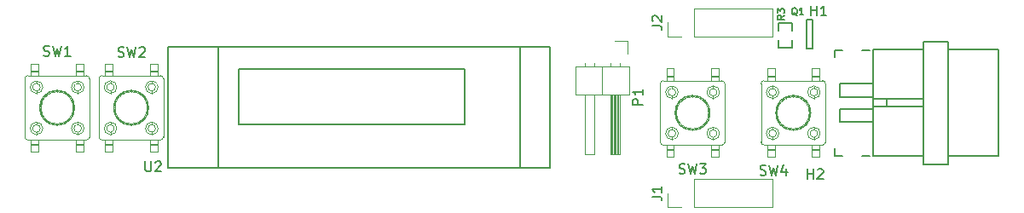
<source format=gbr>
G04 #@! TF.GenerationSoftware,KiCad,Pcbnew,no-vcs-found*
G04 #@! TF.CreationDate,2018-05-22T13:07:31+02:00*
G04 #@! TF.ProjectId,3dsimo_kit,336473696D6F5F6B69742E6B69636164,100A*
G04 #@! TF.SameCoordinates,Original
G04 #@! TF.FileFunction,Legend,Top*
G04 #@! TF.FilePolarity,Positive*
%FSLAX46Y46*%
G04 Gerber Fmt 4.6, Leading zero omitted, Abs format (unit mm)*
G04 Created by KiCad (PCBNEW no-vcs-found) date 05/22/18 13:07:31*
%MOMM*%
%LPD*%
G01*
G04 APERTURE LIST*
%ADD10C,0.100000*%
%ADD11C,0.120000*%
%ADD12C,0.150000*%
G04 APERTURE END LIST*
D10*
D11*
X126310000Y-54030000D02*
X126310000Y-55300000D01*
X125040000Y-54030000D02*
X126310000Y-54030000D01*
X122060000Y-56270000D02*
X122060000Y-56580000D01*
X122940000Y-56270000D02*
X122940000Y-56580000D01*
X122940000Y-65320000D02*
X122940000Y-59320000D01*
X122060000Y-65320000D02*
X122940000Y-65320000D01*
X122060000Y-59320000D02*
X122060000Y-65320000D01*
X122940000Y-59320000D02*
X122060000Y-59320000D01*
X123770000Y-59320000D02*
X123770000Y-56580000D01*
X121110000Y-59320000D02*
X123770000Y-59320000D01*
X121110000Y-56580000D02*
X121110000Y-59320000D01*
X123770000Y-56580000D02*
X121110000Y-56580000D01*
X124640000Y-59320000D02*
X124640000Y-65320000D01*
X124760000Y-59320000D02*
X124760000Y-65320000D01*
X124880000Y-59320000D02*
X124880000Y-65320000D01*
X125000000Y-59320000D02*
X125000000Y-65320000D01*
X125120000Y-59320000D02*
X125120000Y-65320000D01*
X125240000Y-59320000D02*
X125240000Y-65320000D01*
X125360000Y-59320000D02*
X125360000Y-65320000D01*
X124600000Y-56270000D02*
X124600000Y-56580000D01*
X125480000Y-56270000D02*
X125480000Y-56580000D01*
X125480000Y-65320000D02*
X125480000Y-59320000D01*
X124600000Y-65320000D02*
X125480000Y-65320000D01*
X124600000Y-59320000D02*
X124600000Y-65320000D01*
X125480000Y-59320000D02*
X124600000Y-59320000D01*
X126430000Y-59320000D02*
X126430000Y-56580000D01*
X123770000Y-59320000D02*
X126430000Y-59320000D01*
X123770000Y-56580000D02*
X123770000Y-59320000D01*
X126430000Y-56580000D02*
X123770000Y-56580000D01*
X130235000Y-70565000D02*
X130235000Y-69175000D01*
X131625000Y-70565000D02*
X130235000Y-70565000D01*
X132895000Y-67785000D02*
X132895000Y-70565000D01*
X140635000Y-67785000D02*
X132895000Y-67785000D01*
X140635000Y-70565000D02*
X140635000Y-67785000D01*
X132895000Y-70565000D02*
X140635000Y-70565000D01*
X132895000Y-53565000D02*
X140635000Y-53565000D01*
X140635000Y-53565000D02*
X140635000Y-50785000D01*
X140635000Y-50785000D02*
X132895000Y-50785000D01*
X132895000Y-50785000D02*
X132895000Y-53565000D01*
X131625000Y-53565000D02*
X130235000Y-53565000D01*
X130235000Y-53565000D02*
X130235000Y-52175000D01*
D12*
X115600000Y-54650000D02*
X115600000Y-66650000D01*
X87100000Y-66650000D02*
X87100000Y-66650000D01*
X85600000Y-54650000D02*
X85600000Y-66650000D01*
X87700000Y-56810000D02*
X87700000Y-56810000D01*
X87700000Y-62330000D02*
X87700000Y-56810000D01*
X110080000Y-62330000D02*
X87700000Y-62330000D01*
X110080000Y-56810000D02*
X110080000Y-62330000D01*
X87700000Y-56810000D02*
X110080000Y-56810000D01*
X80600000Y-66650000D02*
X80600000Y-66650000D01*
X80600000Y-54650000D02*
X80600000Y-66650000D01*
X118600000Y-54650000D02*
X80600000Y-54650000D01*
X118600000Y-66650000D02*
X118600000Y-54650000D01*
X80600000Y-66650000D02*
X118600000Y-66650000D01*
D10*
X145625000Y-64375000D02*
X145325000Y-64375000D01*
X145325000Y-65575000D02*
X144575000Y-65575000D01*
X139825000Y-57975000D02*
X140125000Y-57975000D01*
X140125000Y-64375000D02*
X139825000Y-64375000D01*
X140125000Y-65575000D02*
X140125000Y-64825000D01*
X140125000Y-65575000D02*
X140875000Y-65575000D01*
X144575000Y-65575000D02*
X145325000Y-65575000D01*
X140875000Y-65575000D02*
X140125000Y-65575000D01*
X144575000Y-65575000D02*
X144575000Y-64825000D01*
X140875000Y-65575000D02*
X140875000Y-64825000D01*
X140875000Y-57525000D02*
X140875000Y-56775000D01*
X145325000Y-57975000D02*
X145625000Y-57975000D01*
X140875000Y-65575000D02*
X140125000Y-65575000D01*
X145625000Y-57975000D02*
X139825000Y-57975000D01*
X144575000Y-56775000D02*
X144575000Y-57525000D01*
X139825000Y-64375000D02*
X145625000Y-64375000D01*
X145325000Y-65575000D02*
X144575000Y-65575000D01*
X144575000Y-64825000D02*
X144575000Y-65575000D01*
X140875000Y-64825000D02*
X140875000Y-65575000D01*
X140125000Y-64825000D02*
X140875000Y-64825000D01*
X140125000Y-65575000D02*
X140875000Y-65575000D01*
X144575000Y-65575000D02*
X145325000Y-65575000D01*
X144575000Y-57525000D02*
X144575000Y-56775000D01*
X140125000Y-57568301D02*
X140875000Y-57568301D01*
X144775000Y-63600000D02*
G75*
G02X144775000Y-62850000I0J375000D01*
G01*
X145325000Y-57568301D02*
X144575000Y-57568301D01*
X144575000Y-57568301D02*
X145325000Y-57568301D01*
X145325000Y-56775000D02*
X144575000Y-56775000D01*
X142725000Y-62775000D02*
G75*
G02X142725000Y-59575000I0J1600000D01*
G01*
X142725000Y-62775000D02*
G75*
G02X142725000Y-59575000I0J1600000D01*
G01*
X143475000Y-62700615D02*
X143475000Y-62588329D01*
X140675000Y-62850000D02*
G75*
G02X140675000Y-63600000I0J-375000D01*
G01*
X144775000Y-59500000D02*
G75*
G02X144775000Y-58750000I0J375000D01*
G01*
X141625000Y-62336895D02*
X141625000Y-62471148D01*
X144275000Y-60778137D02*
X144275000Y-60476788D01*
X143825000Y-62471148D02*
X143825000Y-62336895D01*
X141175000Y-61571863D02*
X141175000Y-61873212D01*
X141625000Y-62471148D02*
X141625000Y-62336895D01*
X143825000Y-59878852D02*
X143825000Y-60013105D01*
X143825000Y-62336895D02*
X143825000Y-62471148D01*
X140675000Y-58750000D02*
G75*
G02X140675000Y-59500000I0J-375000D01*
G01*
X144775000Y-62850000D02*
G75*
G02X144775000Y-63600000I0J-375000D01*
G01*
X143475000Y-59761671D02*
X143475000Y-59649385D01*
X145325000Y-57525000D02*
X144575000Y-57525000D01*
X140125000Y-56775000D02*
X140875000Y-56775000D01*
X145325000Y-56775000D02*
X145325000Y-57525000D01*
X140875000Y-56775000D02*
X140125000Y-56775000D01*
X142725000Y-59475000D02*
G75*
G02X142725000Y-62875000I0J-1700000D01*
G01*
X142725000Y-59575000D02*
G75*
G02X142725000Y-62775000I0J-1600000D01*
G01*
X141625000Y-59878852D02*
X141625000Y-60013105D01*
X140875000Y-57525000D02*
X140125000Y-57525000D01*
X140125000Y-57525000D02*
X140875000Y-57525000D01*
X140875000Y-56775000D02*
X140875000Y-57525000D01*
X140125000Y-57525000D02*
X140125000Y-56775000D01*
X142725000Y-59475000D02*
G75*
G02X142725000Y-62875000I0J-1700000D01*
G01*
X145325000Y-64825000D02*
X145325000Y-65575000D01*
X144575000Y-64825000D02*
X145325000Y-64825000D01*
X141975000Y-59649385D02*
X141975000Y-59761671D01*
X141175000Y-60476788D02*
X141175000Y-60778137D01*
X140875000Y-64825000D02*
X140125000Y-64825000D01*
X140125000Y-64781699D02*
X140875000Y-64781699D01*
X144575000Y-64781699D02*
X145325000Y-64781699D01*
X145325000Y-64825000D02*
X144575000Y-64825000D01*
X142725000Y-62875000D02*
G75*
G02X142725000Y-59475000I0J1700000D01*
G01*
X140875000Y-64781699D02*
X140125000Y-64781699D01*
X145325000Y-64781699D02*
X144575000Y-64781699D01*
X144575000Y-57525000D02*
X145325000Y-57525000D01*
X140675000Y-59500000D02*
G75*
G02X140675000Y-58750000I0J375000D01*
G01*
X144575000Y-56775000D02*
X145325000Y-56775000D01*
X144775000Y-58750000D02*
G75*
G02X144775000Y-59500000I0J-375000D01*
G01*
X142725000Y-62875000D02*
G75*
G02X142725000Y-59475000I0J1700000D01*
G01*
X141975000Y-62588329D02*
X141975000Y-62700615D01*
X140675000Y-63600000D02*
G75*
G02X140675000Y-62850000I0J375000D01*
G01*
X141625000Y-60013105D02*
X141625000Y-59878852D01*
X142725000Y-59575000D02*
G75*
G02X142725000Y-62775000I0J-1600000D01*
G01*
X143825000Y-60013105D02*
X143825000Y-59878852D01*
X144275000Y-61873212D02*
X144275000Y-61571863D01*
X140875000Y-57568301D02*
X140125000Y-57568301D01*
X141675000Y-59967730D02*
X141675000Y-59838026D01*
X140675000Y-63600000D02*
G75*
G02X140675000Y-62850000I0J375000D01*
G01*
X140675000Y-62850000D02*
G75*
G02X140675000Y-63600000I0J-375000D01*
G01*
X144775000Y-63600000D02*
G75*
G02X144775000Y-62850000I0J375000D01*
G01*
X144775000Y-58500000D02*
G75*
G02X144775000Y-59750000I0J-625000D01*
G01*
X144275000Y-61571863D02*
X144275000Y-61873212D01*
X143775000Y-59838026D02*
X143775000Y-59967730D01*
X141675000Y-59838026D02*
X141675000Y-59967730D01*
X140675000Y-62600000D02*
G75*
G02X140675000Y-63850000I0J-625000D01*
G01*
X141125000Y-61175000D02*
X141125000Y-61749456D01*
X144775000Y-62600000D02*
G75*
G02X144775000Y-63850000I0J-625000D01*
G01*
X144775000Y-58750000D02*
G75*
G02X144775000Y-59500000I0J-375000D01*
G01*
X144775000Y-59500000D02*
G75*
G02X144775000Y-58750000I0J375000D01*
G01*
X144275000Y-60476788D02*
X144275000Y-60778137D01*
X142725000Y-59425000D02*
G75*
G02X142725000Y-62925000I0J-1750000D01*
G01*
X143775000Y-59967730D02*
X143775000Y-59838026D01*
X141675000Y-62382270D02*
X141675000Y-62511974D01*
X144325000Y-61749456D02*
X144325000Y-61175000D01*
X141175000Y-61873212D02*
X141175000Y-61571863D01*
X141175000Y-60778137D02*
X141175000Y-60476788D01*
X144775000Y-63850000D02*
G75*
G02X144775000Y-62600000I0J625000D01*
G01*
X142725000Y-62925000D02*
G75*
G02X142725000Y-59425000I0J1750000D01*
G01*
X140675000Y-58500000D02*
G75*
G02X140675000Y-59750000I0J-625000D01*
G01*
X140675000Y-59750000D02*
G75*
G02X140675000Y-58500000I0J625000D01*
G01*
X144775000Y-59750000D02*
G75*
G02X144775000Y-58500000I0J625000D01*
G01*
X144775000Y-58500000D02*
G75*
G02X144775000Y-59750000I0J-625000D01*
G01*
X143475000Y-62588329D02*
X143475000Y-62700615D01*
X141675000Y-62511974D02*
X141675000Y-62382270D01*
X140675000Y-59750000D02*
G75*
G02X140675000Y-58500000I0J625000D01*
G01*
X143475000Y-59649385D02*
X143475000Y-59761671D01*
X141975000Y-59761671D02*
X141975000Y-59649385D01*
X144775000Y-62600000D02*
G75*
G02X144775000Y-63850000I0J-625000D01*
G01*
X140675000Y-63850000D02*
G75*
G02X140675000Y-62600000I0J625000D01*
G01*
X144775000Y-62850000D02*
G75*
G02X144775000Y-63600000I0J-375000D01*
G01*
X140675000Y-62600000D02*
G75*
G02X140675000Y-63850000I0J-625000D01*
G01*
X140675000Y-58750000D02*
G75*
G02X140675000Y-59500000I0J-375000D01*
G01*
X143775000Y-62382270D02*
X143775000Y-62511974D01*
X140675000Y-59500000D02*
G75*
G02X140675000Y-58750000I0J375000D01*
G01*
X141125000Y-60600544D02*
X141125000Y-61175000D01*
X142725000Y-59425000D02*
G75*
G02X142725000Y-62925000I0J-1750000D01*
G01*
X144775000Y-63850000D02*
G75*
G02X144775000Y-62600000I0J625000D01*
G01*
X144775000Y-59750000D02*
G75*
G02X144775000Y-58500000I0J625000D01*
G01*
X142725000Y-62925000D02*
G75*
G02X142725000Y-59425000I0J1750000D01*
G01*
X143775000Y-62511974D02*
X143775000Y-62382270D01*
X144325000Y-61175000D02*
X144325000Y-60600544D01*
X140675000Y-58500000D02*
G75*
G02X140675000Y-59750000I0J-625000D01*
G01*
X141975000Y-62700615D02*
X141975000Y-62588329D01*
X140675000Y-63850000D02*
G75*
G02X140675000Y-62600000I0J625000D01*
G01*
X144325000Y-60600544D02*
X144325000Y-61175000D01*
X144325000Y-61175000D02*
X144325000Y-61749456D01*
X145625000Y-57975000D02*
G75*
G02X145925000Y-58275000I0J-300000D01*
G01*
X145925000Y-64075000D02*
X145925000Y-58275000D01*
X139525000Y-58275000D02*
X139525000Y-64075000D01*
X145925000Y-58275000D02*
X145925000Y-64075000D01*
X139825000Y-64375000D02*
G75*
G02X139525000Y-64075000I0J300000D01*
G01*
X140125000Y-56775000D02*
X140125000Y-57525000D01*
X144575000Y-57668301D02*
X144575000Y-57718301D01*
X144575000Y-57525000D02*
X144575000Y-57568301D01*
X140875000Y-57625000D02*
X140875000Y-57575000D01*
X145625000Y-57975000D02*
X145325000Y-57975000D01*
X139525000Y-64075000D02*
X139525000Y-63325000D01*
X141125000Y-61175000D02*
X141125000Y-60600544D01*
X139525000Y-58275000D02*
X139525000Y-64075000D01*
X139525000Y-58275000D02*
X139525000Y-59025000D01*
X145325000Y-64375000D02*
X145625000Y-64375000D01*
X144575000Y-57968301D02*
X144575000Y-57975000D01*
X144575000Y-57918301D02*
X144575000Y-57968301D01*
X144575000Y-57718301D02*
X144575000Y-57768301D01*
X139525000Y-63325000D02*
X139525000Y-64075000D01*
X144575000Y-57568301D02*
X144575000Y-57618301D01*
X139525000Y-58275000D02*
G75*
G02X139825000Y-57975000I300000J0D01*
G01*
X145625000Y-57975000D02*
G75*
G02X145925000Y-58275000I0J-300000D01*
G01*
X140875000Y-57575000D02*
X140875000Y-57568301D01*
X140875000Y-57675000D02*
X140875000Y-57625000D01*
X139525000Y-58275000D02*
G75*
G02X139825000Y-57975000I300000J0D01*
G01*
X139525000Y-64075000D02*
X139525000Y-58275000D01*
X144575000Y-57868301D02*
X144575000Y-57918301D01*
X144575000Y-57818301D02*
X144575000Y-57868301D01*
X139825000Y-57975000D02*
X145625000Y-57975000D01*
X145925000Y-58275000D02*
X145925000Y-64075000D01*
X144575000Y-57618301D02*
X144575000Y-57668301D01*
X145925000Y-59025000D02*
X145925000Y-58275000D01*
X140125000Y-57975000D02*
X139825000Y-57975000D01*
X145625000Y-57975000D02*
X139825000Y-57975000D01*
X140125000Y-64825000D02*
X140125000Y-65575000D01*
X145325000Y-65575000D02*
X145325000Y-64825000D01*
X139525000Y-59025000D02*
X139525000Y-58275000D01*
X145625000Y-64375000D02*
X139825000Y-64375000D01*
X145925000Y-63325000D02*
X145925000Y-64075000D01*
X144575000Y-57768301D02*
X144575000Y-57818301D01*
X145925000Y-64075000D02*
G75*
G02X145625000Y-64375000I-300000J0D01*
G01*
X145625000Y-64375000D02*
X139825000Y-64375000D01*
X139825000Y-64375000D02*
X140125000Y-64375000D01*
X145925000Y-64075000D02*
X145925000Y-63325000D01*
X139825000Y-64375000D02*
X145625000Y-64375000D01*
X139825000Y-64375000D02*
G75*
G02X139525000Y-64075000I0J300000D01*
G01*
X139525000Y-64075000D02*
X139525000Y-58275000D01*
X139825000Y-57975000D02*
X145625000Y-57975000D01*
X145925000Y-64075000D02*
G75*
G02X145625000Y-64375000I-300000J0D01*
G01*
X145925000Y-64075000D02*
X145925000Y-58275000D01*
X145325000Y-57525000D02*
X145325000Y-56775000D01*
X140875000Y-57725000D02*
X140875000Y-57675000D01*
X141125000Y-61749456D02*
X141125000Y-61175000D01*
X145925000Y-58275000D02*
X145925000Y-59025000D01*
X145325000Y-64375000D02*
X145325000Y-64425000D01*
X145325000Y-64525000D02*
X145325000Y-64575000D01*
X145325000Y-64475000D02*
X145325000Y-64525000D01*
X145325000Y-64425000D02*
X145325000Y-64475000D01*
X140875000Y-57775000D02*
X140875000Y-57725000D01*
X140875000Y-64381699D02*
X140875000Y-64375000D01*
X145325000Y-64775000D02*
X145325000Y-64781699D01*
X144575000Y-64625000D02*
X144575000Y-64675000D01*
X144575000Y-64425000D02*
X144575000Y-64475000D01*
X144575000Y-64375000D02*
X144575000Y-64425000D01*
X144575000Y-64531699D02*
X144575000Y-64481699D01*
X140125000Y-64631699D02*
X140125000Y-64581699D01*
X140125000Y-64431699D02*
X140125000Y-64381699D01*
X145325000Y-64675000D02*
X145325000Y-64725000D01*
X145325000Y-64575000D02*
X145325000Y-64625000D01*
X140875000Y-64475000D02*
X140875000Y-64525000D01*
X140125000Y-64781699D02*
X140125000Y-64731699D01*
X140125000Y-64581699D02*
X140125000Y-64531699D01*
X144575000Y-64675000D02*
X144575000Y-64725000D01*
X140875000Y-64781699D02*
X140875000Y-64825000D01*
X140875000Y-64525000D02*
X140875000Y-64575000D01*
X140125000Y-64731699D02*
X140125000Y-64681699D01*
X140875000Y-64675000D02*
X140875000Y-64725000D01*
X140875000Y-64725000D02*
X140875000Y-64775000D01*
X144575000Y-64681699D02*
X144575000Y-64631699D01*
X140875000Y-57875000D02*
X140875000Y-57825000D01*
X145325000Y-64625000D02*
X145325000Y-64675000D01*
X144575000Y-64781699D02*
X144575000Y-64825000D01*
X140875000Y-57825000D02*
X140875000Y-57775000D01*
X140875000Y-57925000D02*
X140875000Y-57875000D01*
X140875000Y-57975000D02*
X140875000Y-57925000D01*
X140875000Y-64431699D02*
X140875000Y-64381699D01*
X140875000Y-64775000D02*
X140875000Y-64781699D01*
X144575000Y-64631699D02*
X144575000Y-64581699D01*
X140875000Y-57568301D02*
X140875000Y-57525000D01*
X140875000Y-64825000D02*
X140875000Y-64781699D01*
X140875000Y-64481699D02*
X140875000Y-64431699D01*
X140875000Y-64531699D02*
X140875000Y-64481699D01*
X140875000Y-64581699D02*
X140875000Y-64531699D01*
X140125000Y-64481699D02*
X140125000Y-64431699D01*
X140875000Y-64681699D02*
X140875000Y-64631699D01*
X144575000Y-64575000D02*
X144575000Y-64625000D01*
X144575000Y-64481699D02*
X144575000Y-64431699D01*
X140125000Y-64381699D02*
X140125000Y-64375000D01*
X140875000Y-64425000D02*
X140875000Y-64475000D01*
X140125000Y-64681699D02*
X140125000Y-64631699D01*
X140875000Y-64625000D02*
X140875000Y-64675000D01*
X140875000Y-64575000D02*
X140875000Y-64625000D01*
X140125000Y-64825000D02*
X140125000Y-64781699D01*
X144575000Y-64475000D02*
X144575000Y-64525000D01*
X140875000Y-64631699D02*
X140875000Y-64581699D01*
X140875000Y-64731699D02*
X140875000Y-64681699D01*
X144575000Y-64581699D02*
X144575000Y-64531699D01*
X140875000Y-64781699D02*
X140875000Y-64731699D01*
X144575000Y-64775000D02*
X144575000Y-64781699D01*
X144575000Y-64725000D02*
X144575000Y-64775000D01*
X145325000Y-64781699D02*
X145325000Y-64825000D01*
X144575000Y-64431699D02*
X144575000Y-64381699D01*
X144575000Y-64381699D02*
X144575000Y-64375000D01*
X140125000Y-64531699D02*
X140125000Y-64481699D01*
X144575000Y-64525000D02*
X144575000Y-64575000D01*
X145325000Y-64725000D02*
X145325000Y-64775000D01*
X144575000Y-64825000D02*
X144575000Y-64781699D01*
X140875000Y-64375000D02*
X140875000Y-64425000D01*
X145925000Y-58875000D02*
X145925000Y-58825000D01*
X145925000Y-59475000D02*
X145925000Y-59425000D01*
X145925000Y-58375000D02*
X145925000Y-58325000D01*
X145925000Y-58575000D02*
X145925000Y-58525000D01*
X145925000Y-60075000D02*
X145925000Y-60025000D01*
X145925000Y-59875000D02*
X145925000Y-59825000D01*
X145925000Y-59175000D02*
X145925000Y-59125000D01*
X145925000Y-60225000D02*
X145925000Y-60175000D01*
X145925000Y-59625000D02*
X145925000Y-59575000D01*
X145925000Y-59225000D02*
X145925000Y-59175000D01*
X145925000Y-59675000D02*
X145925000Y-59625000D01*
X145925000Y-59425000D02*
X145925000Y-59375000D01*
X145925000Y-59725000D02*
X145925000Y-59675000D01*
X145925000Y-59075000D02*
X145925000Y-59025000D01*
X145925000Y-59825000D02*
X145925000Y-59775000D01*
X145925000Y-58675000D02*
X145925000Y-58625000D01*
X145925000Y-59575000D02*
X145925000Y-59525000D01*
X145925000Y-58525000D02*
X145925000Y-58475000D01*
X145925000Y-58625000D02*
X145925000Y-58575000D01*
X145925000Y-59025000D02*
X145925000Y-58975000D01*
X145925000Y-59275000D02*
X145925000Y-59225000D01*
X145925000Y-59775000D02*
X145925000Y-59725000D01*
X145925000Y-60125000D02*
X145925000Y-60075000D01*
X140675000Y-58550000D02*
X140675000Y-58600000D01*
X145925000Y-59325000D02*
X145925000Y-59275000D01*
X140675000Y-58500000D02*
X140675000Y-58550000D01*
X145925000Y-60025000D02*
X145925000Y-59975000D01*
X145925000Y-59525000D02*
X145925000Y-59475000D01*
X140675000Y-59750000D02*
X140675000Y-59750000D01*
X140675000Y-59700000D02*
X140675000Y-59750000D01*
X140675000Y-59650000D02*
X140675000Y-59700000D01*
X145925000Y-59125000D02*
X145925000Y-59075000D01*
X140675000Y-59600000D02*
X140675000Y-59650000D01*
X140675000Y-59550000D02*
X140675000Y-59600000D01*
X140675000Y-59500000D02*
X140675000Y-59550000D01*
X145925000Y-59375000D02*
X145925000Y-59325000D01*
X145925000Y-58825000D02*
X145925000Y-58775000D01*
X145925000Y-58725000D02*
X145925000Y-58675000D01*
X145925000Y-60175000D02*
X145925000Y-60125000D01*
X145925000Y-59975000D02*
X145925000Y-59925000D01*
X145925000Y-58325000D02*
X145925000Y-58275000D01*
X145925000Y-58925000D02*
X145925000Y-58875000D01*
X145925000Y-59925000D02*
X145925000Y-59875000D01*
X145925000Y-58425000D02*
X145925000Y-58375000D01*
X145925000Y-58975000D02*
X145925000Y-58925000D01*
X145925000Y-58475000D02*
X145925000Y-58425000D01*
X145925000Y-58775000D02*
X145925000Y-58725000D01*
X145925000Y-62925000D02*
X145925000Y-62875000D01*
X145925000Y-60425000D02*
X145925000Y-60375000D01*
X145925000Y-62525000D02*
X145925000Y-62475000D01*
X145925000Y-60325000D02*
X145925000Y-60275000D01*
X145925000Y-60375000D02*
X145925000Y-60325000D01*
X145925000Y-61425000D02*
X145925000Y-61375000D01*
X145925000Y-60475000D02*
X145925000Y-60425000D01*
X145925000Y-62075000D02*
X145925000Y-62025000D01*
X145925000Y-62825000D02*
X145925000Y-62775000D01*
X145925000Y-60925000D02*
X145925000Y-60875000D01*
X145925000Y-62025000D02*
X145925000Y-61975000D01*
X145925000Y-60675000D02*
X145925000Y-60625000D01*
X145925000Y-60525000D02*
X145925000Y-60475000D01*
X145925000Y-61375000D02*
X145925000Y-61325000D01*
X145925000Y-61825000D02*
X145925000Y-61775000D01*
X145925000Y-62425000D02*
X145925000Y-62375000D01*
X145925000Y-62575000D02*
X145925000Y-62525000D01*
X145925000Y-63225000D02*
X145925000Y-63175000D01*
X145925000Y-60575000D02*
X145925000Y-60525000D01*
X145925000Y-62975000D02*
X145925000Y-62925000D01*
X145925000Y-62375000D02*
X145925000Y-62325000D01*
X145925000Y-61175000D02*
X145925000Y-61125000D01*
X145925000Y-61325000D02*
X145925000Y-61275000D01*
X145925000Y-61575000D02*
X145925000Y-61525000D01*
X145925000Y-62725000D02*
X145925000Y-62675000D01*
X145925000Y-61775000D02*
X145925000Y-61725000D01*
X145925000Y-63125000D02*
X145925000Y-63075000D01*
X145925000Y-60875000D02*
X145925000Y-60825000D01*
X145925000Y-63425000D02*
X145925000Y-63375000D01*
X145925000Y-60975000D02*
X145925000Y-60925000D01*
X145925000Y-60625000D02*
X145925000Y-60575000D01*
X145925000Y-60725000D02*
X145925000Y-60675000D01*
X145925000Y-63025000D02*
X145925000Y-62975000D01*
X145925000Y-61675000D02*
X145925000Y-61625000D01*
X145925000Y-62225000D02*
X145925000Y-62175000D01*
X145925000Y-60775000D02*
X145925000Y-60725000D01*
X145925000Y-60825000D02*
X145925000Y-60775000D01*
X145925000Y-62125000D02*
X145925000Y-62075000D01*
X145925000Y-61125000D02*
X145925000Y-61075000D01*
X145925000Y-61275000D02*
X145925000Y-61225000D01*
X145925000Y-61525000D02*
X145925000Y-61475000D01*
X145925000Y-61975000D02*
X145925000Y-61925000D01*
X145925000Y-62275000D02*
X145925000Y-62225000D01*
X145925000Y-62475000D02*
X145925000Y-62425000D01*
X145925000Y-62875000D02*
X145925000Y-62825000D01*
X145925000Y-63325000D02*
X145925000Y-63275000D01*
X145925000Y-63375000D02*
X145925000Y-63325000D01*
X145925000Y-62325000D02*
X145925000Y-62275000D01*
X145925000Y-61025000D02*
X145925000Y-60975000D01*
X145925000Y-61475000D02*
X145925000Y-61425000D01*
X145925000Y-62175000D02*
X145925000Y-62125000D01*
X145925000Y-63075000D02*
X145925000Y-63025000D01*
X145925000Y-63175000D02*
X145925000Y-63125000D01*
X145925000Y-62675000D02*
X145925000Y-62625000D01*
X145925000Y-61075000D02*
X145925000Y-61025000D01*
X145925000Y-61725000D02*
X145925000Y-61675000D01*
X145925000Y-61625000D02*
X145925000Y-61575000D01*
X145925000Y-61925000D02*
X145925000Y-61875000D01*
X145925000Y-61875000D02*
X145925000Y-61825000D01*
X145925000Y-63275000D02*
X145925000Y-63225000D01*
X145925000Y-62625000D02*
X145925000Y-62575000D01*
X145925000Y-60275000D02*
X145925000Y-60225000D01*
X145925000Y-61225000D02*
X145925000Y-61175000D01*
X145925000Y-62775000D02*
X145925000Y-62725000D01*
X140925000Y-57975000D02*
X140875000Y-57975000D01*
X140025000Y-57975000D02*
X139975000Y-57975000D01*
X140525000Y-57975000D02*
X140475000Y-57975000D01*
X141875000Y-57975000D02*
X141825000Y-57975000D01*
X140075000Y-57975000D02*
X140025000Y-57975000D01*
X141975000Y-57975000D02*
X141925000Y-57975000D01*
X142075000Y-57975000D02*
X142025000Y-57975000D01*
X141675000Y-57975000D02*
X141625000Y-57975000D01*
X140825000Y-57975000D02*
X140775000Y-57975000D01*
X142025000Y-57975000D02*
X141975000Y-57975000D01*
X141475000Y-57975000D02*
X141425000Y-57975000D01*
X142225000Y-57975000D02*
X142175000Y-57975000D01*
X145925000Y-63475000D02*
X145925000Y-63425000D01*
X145925000Y-63975000D02*
X145925000Y-63925000D01*
X141625000Y-57975000D02*
X141575000Y-57975000D01*
X140425000Y-57975000D02*
X140375000Y-57975000D01*
X140575000Y-57975000D02*
X140525000Y-57975000D01*
X141225000Y-57975000D02*
X141175000Y-57975000D01*
X140975000Y-57975000D02*
X140925000Y-57975000D01*
X141825000Y-57975000D02*
X141775000Y-57975000D01*
X140375000Y-57975000D02*
X140325000Y-57975000D01*
X142275000Y-57975000D02*
X142225000Y-57975000D01*
X145925000Y-63525000D02*
X145925000Y-63475000D01*
X145925000Y-63575000D02*
X145925000Y-63525000D01*
X140725000Y-57975000D02*
X140675000Y-57975000D01*
X145925000Y-63925000D02*
X145925000Y-63875000D01*
X141125000Y-57975000D02*
X141075000Y-57975000D01*
X145925000Y-63825000D02*
X145925000Y-63775000D01*
X141425000Y-57975000D02*
X141375000Y-57975000D01*
X141575000Y-57975000D02*
X141525000Y-57975000D01*
X140225000Y-57975000D02*
X140175000Y-57975000D01*
X142325000Y-57975000D02*
X142275000Y-57975000D01*
X141025000Y-57975000D02*
X140975000Y-57975000D01*
X141925000Y-57975000D02*
X141875000Y-57975000D01*
X142125000Y-57975000D02*
X142075000Y-57975000D01*
X145925000Y-63625000D02*
X145925000Y-63575000D01*
X141525000Y-57975000D02*
X141475000Y-57975000D01*
X140125000Y-57975000D02*
X140075000Y-57975000D01*
X145925000Y-63675000D02*
X145925000Y-63625000D01*
X145925000Y-63725000D02*
X145925000Y-63675000D01*
X145925000Y-64075000D02*
X145925000Y-64025000D01*
X139975000Y-57975000D02*
X139925000Y-57975000D01*
X140275000Y-57975000D02*
X140225000Y-57975000D01*
X140475000Y-57975000D02*
X140425000Y-57975000D01*
X140875000Y-57975000D02*
X140825000Y-57975000D01*
X141325000Y-57975000D02*
X141275000Y-57975000D01*
X141375000Y-57975000D02*
X141325000Y-57975000D01*
X140325000Y-57975000D02*
X140275000Y-57975000D01*
X140175000Y-57975000D02*
X140125000Y-57975000D01*
X141075000Y-57975000D02*
X141025000Y-57975000D01*
X141175000Y-57975000D02*
X141125000Y-57975000D01*
X141725000Y-57975000D02*
X141675000Y-57975000D01*
X141775000Y-57975000D02*
X141725000Y-57975000D01*
X140675000Y-57975000D02*
X140625000Y-57975000D01*
X145925000Y-63775000D02*
X145925000Y-63725000D01*
X139875000Y-57975000D02*
X139825000Y-57975000D01*
X139925000Y-57975000D02*
X139875000Y-57975000D01*
X142375000Y-57975000D02*
X142325000Y-57975000D01*
X140625000Y-57975000D02*
X140575000Y-57975000D01*
X141275000Y-57975000D02*
X141225000Y-57975000D01*
X142175000Y-57975000D02*
X142125000Y-57975000D01*
X145925000Y-63875000D02*
X145925000Y-63825000D01*
X145925000Y-64025000D02*
X145925000Y-63975000D01*
X140775000Y-57975000D02*
X140725000Y-57975000D01*
X144175000Y-57975000D02*
X144125000Y-57975000D01*
X144575000Y-57975000D02*
X144525000Y-57975000D01*
X142675000Y-57975000D02*
X142625000Y-57975000D01*
X142775000Y-57975000D02*
X142725000Y-57975000D01*
X142925000Y-57975000D02*
X142875000Y-57975000D01*
X142975000Y-57975000D02*
X142925000Y-57975000D01*
X143025000Y-57975000D02*
X142975000Y-57975000D01*
X143075000Y-57975000D02*
X143025000Y-57975000D01*
X145175000Y-57975000D02*
X145125000Y-57975000D01*
X143425000Y-57975000D02*
X143375000Y-57975000D01*
X143475000Y-57975000D02*
X143425000Y-57975000D01*
X143575000Y-57975000D02*
X143525000Y-57975000D01*
X143625000Y-57975000D02*
X143575000Y-57975000D01*
X145575000Y-57975000D02*
X145525000Y-57975000D01*
X144075000Y-57975000D02*
X144025000Y-57975000D01*
X144875000Y-57975000D02*
X144825000Y-57975000D01*
X145325000Y-57975000D02*
X145275000Y-57975000D01*
X144925000Y-57975000D02*
X144875000Y-57975000D01*
X145375000Y-57975000D02*
X145325000Y-57975000D01*
X145125000Y-57975000D02*
X145075000Y-57975000D01*
X145425000Y-57975000D02*
X145375000Y-57975000D01*
X144775000Y-57975000D02*
X144725000Y-57975000D01*
X145525000Y-57975000D02*
X145475000Y-57975000D01*
X144275000Y-57975000D02*
X144225000Y-57975000D01*
X145275000Y-57975000D02*
X145225000Y-57975000D01*
X144375000Y-57975000D02*
X144325000Y-57975000D01*
X144225000Y-57975000D02*
X144175000Y-57975000D01*
X143775000Y-57975000D02*
X143725000Y-57975000D01*
X143975000Y-57975000D02*
X143925000Y-57975000D01*
X144325000Y-57975000D02*
X144275000Y-57975000D01*
X144725000Y-57975000D02*
X144675000Y-57975000D01*
X145475000Y-57975000D02*
X145425000Y-57975000D01*
X144975000Y-57975000D02*
X144925000Y-57975000D01*
X145025000Y-57975000D02*
X144975000Y-57975000D01*
X142425000Y-57975000D02*
X142375000Y-57975000D01*
X143725000Y-57975000D02*
X143675000Y-57975000D01*
X142475000Y-57975000D02*
X142425000Y-57975000D01*
X145225000Y-57975000D02*
X145175000Y-57975000D01*
X142525000Y-57975000D02*
X142475000Y-57975000D01*
X143525000Y-57975000D02*
X143475000Y-57975000D01*
X144825000Y-57975000D02*
X144775000Y-57975000D01*
X142575000Y-57975000D02*
X142525000Y-57975000D01*
X142625000Y-57975000D02*
X142575000Y-57975000D01*
X143875000Y-57975000D02*
X143825000Y-57975000D01*
X142725000Y-57975000D02*
X142675000Y-57975000D01*
X142825000Y-57975000D02*
X142775000Y-57975000D01*
X142875000Y-57975000D02*
X142825000Y-57975000D01*
X145075000Y-57975000D02*
X145025000Y-57975000D01*
X143125000Y-57975000D02*
X143075000Y-57975000D01*
X143175000Y-57975000D02*
X143125000Y-57975000D01*
X143225000Y-57975000D02*
X143175000Y-57975000D01*
X144525000Y-57975000D02*
X144475000Y-57975000D01*
X143275000Y-57975000D02*
X143225000Y-57975000D01*
X143825000Y-57975000D02*
X143775000Y-57975000D01*
X144425000Y-57975000D02*
X144375000Y-57975000D01*
X143325000Y-57975000D02*
X143275000Y-57975000D01*
X143925000Y-57975000D02*
X143875000Y-57975000D01*
X143675000Y-57975000D02*
X143625000Y-57975000D01*
X143375000Y-57975000D02*
X143325000Y-57975000D01*
X144625000Y-57975000D02*
X144575000Y-57975000D01*
X144675000Y-57975000D02*
X144625000Y-57975000D01*
X144025000Y-57975000D02*
X143975000Y-57975000D01*
X144125000Y-57975000D02*
X144075000Y-57975000D01*
X144475000Y-57975000D02*
X144425000Y-57975000D01*
X139525000Y-63575000D02*
X139525000Y-63625000D01*
X139525000Y-63525000D02*
X139525000Y-63575000D01*
X139525000Y-62425000D02*
X139525000Y-62475000D01*
X139525000Y-63425000D02*
X139525000Y-63475000D01*
X139525000Y-63375000D02*
X139525000Y-63425000D01*
X139525000Y-63325000D02*
X139525000Y-63375000D01*
X139525000Y-63225000D02*
X139525000Y-63275000D01*
X139525000Y-62475000D02*
X139525000Y-62525000D01*
X139525000Y-61275000D02*
X139525000Y-61325000D01*
X139525000Y-61925000D02*
X139525000Y-61975000D01*
X139525000Y-61325000D02*
X139525000Y-61375000D01*
X139525000Y-62175000D02*
X139525000Y-62225000D01*
X139525000Y-62775000D02*
X139525000Y-62825000D01*
X139525000Y-62975000D02*
X139525000Y-63025000D01*
X139525000Y-62625000D02*
X139525000Y-62675000D01*
X139525000Y-60925000D02*
X139525000Y-60975000D01*
X139525000Y-61525000D02*
X139525000Y-61575000D01*
X139525000Y-63275000D02*
X139525000Y-63325000D01*
X139525000Y-63175000D02*
X139525000Y-63225000D01*
X139525000Y-63125000D02*
X139525000Y-63175000D01*
X139525000Y-60975000D02*
X139525000Y-61025000D01*
X139525000Y-63075000D02*
X139525000Y-63125000D01*
X139525000Y-63025000D02*
X139525000Y-63075000D01*
X139525000Y-62825000D02*
X139525000Y-62875000D01*
X139525000Y-61775000D02*
X139525000Y-61825000D01*
X139525000Y-62575000D02*
X139525000Y-62625000D01*
X139525000Y-61575000D02*
X139525000Y-61625000D01*
X139525000Y-62275000D02*
X139525000Y-62325000D01*
X139525000Y-61975000D02*
X139525000Y-62025000D01*
X139525000Y-61875000D02*
X139525000Y-61925000D01*
X139525000Y-62725000D02*
X139525000Y-62775000D01*
X139525000Y-62525000D02*
X139525000Y-62575000D01*
X139525000Y-62325000D02*
X139525000Y-62375000D01*
X139525000Y-61675000D02*
X139525000Y-61725000D01*
X139525000Y-61125000D02*
X139525000Y-61175000D01*
X139525000Y-62125000D02*
X139525000Y-62175000D01*
X139525000Y-62025000D02*
X139525000Y-62075000D01*
X139525000Y-61225000D02*
X139525000Y-61275000D01*
X145625000Y-57975000D02*
X145575000Y-57975000D01*
X139525000Y-64025000D02*
X139525000Y-64075000D01*
X139525000Y-63725000D02*
X139525000Y-63775000D01*
X139525000Y-62075000D02*
X139525000Y-62125000D01*
X139525000Y-61375000D02*
X139525000Y-61425000D01*
X139525000Y-63975000D02*
X139525000Y-64025000D01*
X139525000Y-63475000D02*
X139525000Y-63525000D01*
X139525000Y-62225000D02*
X139525000Y-62275000D01*
X139525000Y-61075000D02*
X139525000Y-61125000D01*
X139525000Y-61025000D02*
X139525000Y-61075000D01*
X139525000Y-63925000D02*
X139525000Y-63975000D01*
X139525000Y-63875000D02*
X139525000Y-63925000D01*
X139525000Y-62375000D02*
X139525000Y-62425000D01*
X139525000Y-63825000D02*
X139525000Y-63875000D01*
X139525000Y-61175000D02*
X139525000Y-61225000D01*
X139525000Y-62925000D02*
X139525000Y-62975000D01*
X139525000Y-62675000D02*
X139525000Y-62725000D01*
X139525000Y-61625000D02*
X139525000Y-61675000D01*
X139525000Y-62875000D02*
X139525000Y-62925000D01*
X139525000Y-61425000D02*
X139525000Y-61475000D01*
X139525000Y-61475000D02*
X139525000Y-61525000D01*
X139525000Y-61725000D02*
X139525000Y-61775000D01*
X139525000Y-61825000D02*
X139525000Y-61875000D01*
X139525000Y-63775000D02*
X139525000Y-63825000D01*
X139525000Y-63675000D02*
X139525000Y-63725000D01*
X139525000Y-63625000D02*
X139525000Y-63675000D01*
X139525000Y-58475000D02*
X139525000Y-58525000D01*
X139525000Y-58525000D02*
X139525000Y-58575000D01*
X145225000Y-64375000D02*
X145275000Y-64375000D01*
X145575000Y-64375000D02*
X145625000Y-64375000D01*
X139525000Y-60625000D02*
X139525000Y-60675000D01*
X139525000Y-59375000D02*
X139525000Y-59425000D01*
X139525000Y-59275000D02*
X139525000Y-59325000D01*
X139525000Y-59675000D02*
X139525000Y-59725000D01*
X139525000Y-60525000D02*
X139525000Y-60575000D01*
X139525000Y-59325000D02*
X139525000Y-59375000D01*
X139525000Y-59875000D02*
X139525000Y-59925000D01*
X139525000Y-59125000D02*
X139525000Y-59175000D01*
X139525000Y-60375000D02*
X139525000Y-60425000D01*
X139525000Y-60325000D02*
X139525000Y-60375000D01*
X139525000Y-59725000D02*
X139525000Y-59775000D01*
X145325000Y-64375000D02*
X145375000Y-64375000D01*
X145175000Y-64375000D02*
X145225000Y-64375000D01*
X139525000Y-60125000D02*
X139525000Y-60175000D01*
X139525000Y-60225000D02*
X139525000Y-60275000D01*
X139525000Y-59525000D02*
X139525000Y-59575000D01*
X145375000Y-64375000D02*
X145425000Y-64375000D01*
X139525000Y-59075000D02*
X139525000Y-59125000D01*
X139525000Y-58575000D02*
X139525000Y-58625000D01*
X139525000Y-58375000D02*
X139525000Y-58425000D01*
X139525000Y-59925000D02*
X139525000Y-59975000D01*
X139525000Y-58275000D02*
X139525000Y-58325000D01*
X139525000Y-58425000D02*
X139525000Y-58475000D01*
X145525000Y-64375000D02*
X145575000Y-64375000D01*
X139525000Y-59775000D02*
X139525000Y-59825000D01*
X139525000Y-58325000D02*
X139525000Y-58375000D01*
X139525000Y-59425000D02*
X139525000Y-59475000D01*
X139525000Y-59025000D02*
X139525000Y-59075000D01*
X139525000Y-58875000D02*
X139525000Y-58925000D01*
X139525000Y-58675000D02*
X139525000Y-58725000D01*
X139525000Y-59225000D02*
X139525000Y-59275000D01*
X139525000Y-58925000D02*
X139525000Y-58975000D01*
X139525000Y-59825000D02*
X139525000Y-59875000D01*
X139525000Y-60875000D02*
X139525000Y-60925000D01*
X139525000Y-60825000D02*
X139525000Y-60875000D01*
X139525000Y-60775000D02*
X139525000Y-60825000D01*
X139525000Y-60675000D02*
X139525000Y-60725000D01*
X139525000Y-60475000D02*
X139525000Y-60525000D01*
X139525000Y-60025000D02*
X139525000Y-60075000D01*
X139525000Y-58775000D02*
X139525000Y-58825000D01*
X145275000Y-64375000D02*
X145325000Y-64375000D01*
X139525000Y-59975000D02*
X139525000Y-60025000D01*
X145475000Y-64375000D02*
X145525000Y-64375000D01*
X145425000Y-64375000D02*
X145475000Y-64375000D01*
X139525000Y-60275000D02*
X139525000Y-60325000D01*
X139525000Y-60175000D02*
X139525000Y-60225000D01*
X139525000Y-59625000D02*
X139525000Y-59675000D01*
X139525000Y-59575000D02*
X139525000Y-59625000D01*
X139525000Y-58825000D02*
X139525000Y-58875000D01*
X145075000Y-64375000D02*
X145125000Y-64375000D01*
X139525000Y-60725000D02*
X139525000Y-60775000D01*
X139525000Y-60575000D02*
X139525000Y-60625000D01*
X139525000Y-58725000D02*
X139525000Y-58775000D01*
X139525000Y-58975000D02*
X139525000Y-59025000D01*
X139525000Y-60075000D02*
X139525000Y-60125000D01*
X139525000Y-59175000D02*
X139525000Y-59225000D01*
X145125000Y-64375000D02*
X145175000Y-64375000D01*
X139525000Y-60425000D02*
X139525000Y-60475000D01*
X139525000Y-59475000D02*
X139525000Y-59525000D01*
X139525000Y-58625000D02*
X139525000Y-58675000D01*
X144575000Y-57625000D02*
X144575000Y-57575000D01*
X144575000Y-57975000D02*
X144575000Y-57925000D01*
X142725000Y-59575000D02*
X142725000Y-59525000D01*
X144575000Y-57925000D02*
X144575000Y-57875000D01*
X145325000Y-57525000D02*
X145325000Y-57568301D01*
X144575000Y-57675000D02*
X144575000Y-57625000D01*
X140125000Y-57875000D02*
X140125000Y-57825000D01*
X145325000Y-57718301D02*
X145325000Y-57768301D01*
X140125000Y-57975000D02*
X140125000Y-57925000D01*
X140875000Y-57918301D02*
X140875000Y-57968301D01*
X145325000Y-57684808D02*
X145325000Y-57634808D01*
X140675000Y-62750000D02*
X140675000Y-62800000D01*
X145325000Y-57868301D02*
X145325000Y-57918301D01*
X144575000Y-57775000D02*
X144575000Y-57725000D01*
X144575000Y-57875000D02*
X144575000Y-57825000D01*
X144575000Y-57568301D02*
X144575000Y-57525000D01*
X145325000Y-57618301D02*
X145325000Y-57668301D01*
X145325000Y-57568301D02*
X145325000Y-57618301D01*
X144575000Y-57575000D02*
X144575000Y-57568301D01*
X140125000Y-57575000D02*
X140125000Y-57568301D01*
X140875000Y-57868301D02*
X140875000Y-57918301D01*
X140675000Y-62700000D02*
X140675000Y-62750000D01*
X140675000Y-63700000D02*
X140675000Y-63750000D01*
X140125000Y-57925000D02*
X140125000Y-57875000D01*
X144575000Y-57825000D02*
X144575000Y-57775000D01*
X140125000Y-57775000D02*
X140125000Y-57725000D01*
X140125000Y-57825000D02*
X140125000Y-57775000D01*
X140875000Y-57818301D02*
X140875000Y-57868301D01*
X145325000Y-57634808D02*
X145325000Y-57584808D01*
X145325000Y-57734808D02*
X145325000Y-57684808D01*
X140875000Y-57718301D02*
X140875000Y-57768301D01*
X140675000Y-62650000D02*
X140675000Y-62700000D01*
X140875000Y-57668301D02*
X140875000Y-57718301D01*
X142725000Y-62825000D02*
X142725000Y-62875000D01*
X142725000Y-59475000D02*
X142725000Y-59525000D01*
X142725000Y-62875000D02*
X142725000Y-62825000D01*
X145325000Y-57584808D02*
X145325000Y-57568301D01*
X144575000Y-64731699D02*
X144575000Y-64681699D01*
X144575000Y-64781699D02*
X144575000Y-64731699D01*
X140125000Y-57568301D02*
X140125000Y-57525000D01*
X145325000Y-57968301D02*
X145325000Y-57975000D01*
X145325000Y-57918301D02*
X145325000Y-57968301D01*
X145325000Y-57818301D02*
X145325000Y-57868301D01*
X140875000Y-57568301D02*
X140875000Y-57618301D01*
X140125000Y-57725000D02*
X140125000Y-57675000D01*
X140125000Y-57625000D02*
X140125000Y-57575000D01*
X140675000Y-63750000D02*
X140675000Y-63800000D01*
X145325000Y-57768301D02*
X145325000Y-57818301D01*
X145325000Y-57668301D02*
X145325000Y-57718301D01*
X144575000Y-57725000D02*
X144575000Y-57675000D01*
X140125000Y-57675000D02*
X140125000Y-57625000D01*
X140875000Y-57968301D02*
X140875000Y-57975000D01*
X142725000Y-59525000D02*
X142725000Y-59475000D01*
X140875000Y-57618301D02*
X140875000Y-57668301D01*
X140875000Y-57768301D02*
X140875000Y-57818301D01*
X140675000Y-63650000D02*
X140675000Y-63700000D01*
X142725000Y-62825000D02*
X142725000Y-62775000D01*
X140675000Y-62600000D02*
X140675000Y-62650000D01*
X145325000Y-57784808D02*
X145325000Y-57734808D01*
X142725000Y-59525000D02*
X142725000Y-59575000D01*
X140675000Y-62800000D02*
X140675000Y-62850000D01*
X140675000Y-63800000D02*
X140675000Y-63850000D01*
X140875000Y-57525000D02*
X140875000Y-57568301D01*
X142725000Y-62775000D02*
X142725000Y-62825000D01*
X140675000Y-58750000D02*
X140675000Y-58700000D01*
X140675000Y-63700000D02*
X140675000Y-63650000D01*
X140675000Y-59600000D02*
X140675000Y-59550000D01*
X140675000Y-63800000D02*
X140675000Y-63750000D01*
X140675000Y-63850000D02*
X140675000Y-63800000D01*
X144775000Y-62650000D02*
X144775000Y-62600000D01*
X144775000Y-58750000D02*
X144775000Y-58700000D01*
X144775000Y-62700000D02*
X144775000Y-62650000D01*
X140675000Y-59550000D02*
X140675000Y-59500000D01*
X144775000Y-58550000D02*
X144775000Y-58500000D01*
X144775000Y-58500000D02*
X144775000Y-58550000D01*
X144775000Y-63700000D02*
X144775000Y-63650000D01*
X140675000Y-63600000D02*
X140675000Y-63650000D01*
X140675000Y-63650000D02*
X140675000Y-63600000D01*
X144775000Y-59650000D02*
X144775000Y-59600000D01*
X140675000Y-58550000D02*
X140675000Y-58500000D01*
X140675000Y-58600000D02*
X140675000Y-58650000D01*
X144775000Y-59500000D02*
X144775000Y-59550000D01*
X140675000Y-63750000D02*
X140675000Y-63700000D01*
X140675000Y-62700000D02*
X140675000Y-62650000D01*
X144775000Y-63750000D02*
X144775000Y-63700000D01*
X144775000Y-58650000D02*
X144775000Y-58600000D01*
X140675000Y-62750000D02*
X140675000Y-62700000D01*
X144775000Y-63700000D02*
X144775000Y-63750000D01*
X144775000Y-59750000D02*
X144775000Y-59700000D01*
X140675000Y-62800000D02*
X140675000Y-62750000D01*
X144775000Y-58550000D02*
X144775000Y-58600000D01*
X140675000Y-59750000D02*
X140675000Y-59700000D01*
X144775000Y-59600000D02*
X144775000Y-59650000D01*
X140675000Y-62850000D02*
X140675000Y-62800000D01*
X144775000Y-63800000D02*
X144775000Y-63750000D01*
X144775000Y-59550000D02*
X144775000Y-59500000D01*
X144775000Y-63600000D02*
X144775000Y-63650000D01*
X144775000Y-58600000D02*
X144775000Y-58550000D01*
X144775000Y-62850000D02*
X144775000Y-62800000D01*
X144775000Y-62750000D02*
X144775000Y-62700000D01*
X140675000Y-59700000D02*
X140675000Y-59650000D01*
X144775000Y-59700000D02*
X144775000Y-59650000D01*
X144775000Y-62800000D02*
X144775000Y-62850000D01*
X144775000Y-59700000D02*
X144775000Y-59750000D01*
X144775000Y-62750000D02*
X144775000Y-62800000D01*
X144775000Y-62650000D02*
X144775000Y-62700000D01*
X140675000Y-58700000D02*
X140675000Y-58650000D01*
X144775000Y-63750000D02*
X144775000Y-63800000D01*
X144775000Y-62700000D02*
X144775000Y-62750000D01*
X144775000Y-58650000D02*
X144775000Y-58700000D01*
X144775000Y-58600000D02*
X144775000Y-58650000D01*
X144775000Y-63800000D02*
X144775000Y-63850000D01*
X144775000Y-63650000D02*
X144775000Y-63700000D01*
X140675000Y-59650000D02*
X140675000Y-59600000D01*
X140675000Y-58700000D02*
X140675000Y-58750000D01*
X144775000Y-63850000D02*
X144775000Y-63800000D01*
X144775000Y-62800000D02*
X144775000Y-62750000D01*
X144775000Y-59600000D02*
X144775000Y-59550000D01*
X140675000Y-58650000D02*
X140675000Y-58700000D01*
X144775000Y-59650000D02*
X144775000Y-59700000D01*
X144775000Y-59550000D02*
X144775000Y-59600000D01*
X140675000Y-58650000D02*
X140675000Y-58600000D01*
X140675000Y-58600000D02*
X140675000Y-58550000D01*
X144775000Y-58700000D02*
X144775000Y-58750000D01*
X144775000Y-63650000D02*
X144775000Y-63600000D01*
X140675000Y-62650000D02*
X140675000Y-62600000D01*
X144775000Y-62600000D02*
X144775000Y-62650000D01*
X144775000Y-58700000D02*
X144775000Y-58650000D01*
X145375000Y-64375000D02*
X145325000Y-64375000D01*
X145325000Y-64581699D02*
X145325000Y-64531699D01*
X140125000Y-57568301D02*
X140125000Y-57618301D01*
X140125000Y-64781699D02*
X140125000Y-64825000D01*
X140125000Y-57918301D02*
X140125000Y-57968301D01*
X145425000Y-64375000D02*
X145375000Y-64375000D01*
X140125000Y-64775000D02*
X140125000Y-64781699D01*
X140125000Y-64375000D02*
X140125000Y-64425000D01*
X145475000Y-64375000D02*
X145425000Y-64375000D01*
X145575000Y-64375000D02*
X145525000Y-64375000D01*
X145325000Y-57768301D02*
X145325000Y-57784808D01*
X145325000Y-57718301D02*
X145325000Y-57768301D01*
X145325000Y-57668301D02*
X145325000Y-57718301D01*
X145325000Y-57568301D02*
X145325000Y-57618301D01*
X145325000Y-57568301D02*
X145325000Y-57525000D01*
X140125000Y-57668301D02*
X140125000Y-57718301D01*
X145325000Y-57975000D02*
X145325000Y-57925000D01*
X140125000Y-64625000D02*
X140125000Y-64675000D01*
X140125000Y-64575000D02*
X140125000Y-64625000D01*
X145325000Y-64631699D02*
X145325000Y-64581699D01*
X140125000Y-57718301D02*
X140125000Y-57768301D01*
X145325000Y-57875000D02*
X145325000Y-57825000D01*
X140125000Y-57868301D02*
X140125000Y-57918301D01*
X145325000Y-64481699D02*
X145325000Y-64431699D01*
X145325000Y-64825000D02*
X145325000Y-64781699D01*
X140125000Y-57968301D02*
X140125000Y-57975000D01*
X145325000Y-57825000D02*
X145325000Y-57775000D01*
X145325000Y-57925000D02*
X145325000Y-57875000D01*
X140125000Y-57618301D02*
X140125000Y-57668301D01*
X145325000Y-64681699D02*
X145325000Y-64631699D01*
X140125000Y-64475000D02*
X140125000Y-64525000D01*
X145325000Y-64431699D02*
X145325000Y-64381699D01*
X140125000Y-64425000D02*
X140125000Y-64475000D01*
X145325000Y-64381699D02*
X145325000Y-64375000D01*
X145325000Y-64781699D02*
X145325000Y-64825000D01*
X145325000Y-64531699D02*
X145325000Y-64481699D01*
X145325000Y-64731699D02*
X145325000Y-64681699D01*
X140125000Y-57818301D02*
X140125000Y-57868301D01*
X140125000Y-57768301D02*
X140125000Y-57818301D01*
X145325000Y-64781699D02*
X145325000Y-64731699D01*
X145525000Y-64375000D02*
X145475000Y-64375000D01*
X145325000Y-57625000D02*
X145325000Y-57575000D01*
X140125000Y-64725000D02*
X140125000Y-64775000D01*
X140125000Y-64675000D02*
X140125000Y-64725000D01*
X140125000Y-57525000D02*
X140125000Y-57568301D01*
X145625000Y-64375000D02*
X145575000Y-64375000D01*
X145325000Y-57618301D02*
X145325000Y-57668301D01*
X145325000Y-57725000D02*
X145325000Y-57675000D01*
X145325000Y-57775000D02*
X145325000Y-57725000D01*
X140125000Y-64525000D02*
X140125000Y-64575000D01*
X145325000Y-57575000D02*
X145325000Y-57568301D01*
X145325000Y-57675000D02*
X145325000Y-57625000D01*
X144725000Y-64375000D02*
X144675000Y-64375000D01*
X145075000Y-64375000D02*
X145025000Y-64375000D01*
X145175000Y-64375000D02*
X145125000Y-64375000D01*
X145225000Y-64375000D02*
X145175000Y-64375000D01*
X144825000Y-64375000D02*
X144775000Y-64375000D01*
X145325000Y-64375000D02*
X145275000Y-64375000D01*
X144575000Y-64375000D02*
X144525000Y-64375000D01*
X145125000Y-64375000D02*
X145075000Y-64375000D01*
X144675000Y-64375000D02*
X144625000Y-64375000D01*
X144975000Y-64375000D02*
X144925000Y-64375000D01*
X144525000Y-64375000D02*
X144475000Y-64375000D01*
X144875000Y-64375000D02*
X144825000Y-64375000D01*
X144925000Y-64375000D02*
X144875000Y-64375000D01*
X145025000Y-64375000D02*
X144975000Y-64375000D01*
X145275000Y-64375000D02*
X145225000Y-64375000D01*
X144775000Y-64375000D02*
X144725000Y-64375000D01*
X144625000Y-64375000D02*
X144575000Y-64375000D01*
X143625000Y-64375000D02*
X143575000Y-64375000D01*
X143775000Y-64375000D02*
X143725000Y-64375000D01*
X143875000Y-64375000D02*
X143825000Y-64375000D01*
X144475000Y-64375000D02*
X144425000Y-64375000D01*
X143175000Y-64375000D02*
X143125000Y-64375000D01*
X143225000Y-64375000D02*
X143175000Y-64375000D01*
X143275000Y-64375000D02*
X143225000Y-64375000D01*
X143325000Y-64375000D02*
X143275000Y-64375000D01*
X143675000Y-64375000D02*
X143625000Y-64375000D01*
X143825000Y-64375000D02*
X143775000Y-64375000D01*
X143925000Y-64375000D02*
X143875000Y-64375000D01*
X144425000Y-64375000D02*
X144375000Y-64375000D01*
X143975000Y-64375000D02*
X143925000Y-64375000D01*
X144075000Y-64375000D02*
X144025000Y-64375000D01*
X143425000Y-64375000D02*
X143375000Y-64375000D01*
X144175000Y-64375000D02*
X144125000Y-64375000D01*
X144025000Y-64375000D02*
X143975000Y-64375000D01*
X144325000Y-64375000D02*
X144275000Y-64375000D01*
X143575000Y-64375000D02*
X143525000Y-64375000D01*
X143475000Y-64375000D02*
X143425000Y-64375000D01*
X144375000Y-64375000D02*
X144325000Y-64375000D01*
X143725000Y-64375000D02*
X143675000Y-64375000D01*
X144125000Y-64375000D02*
X144075000Y-64375000D01*
X144275000Y-64375000D02*
X144225000Y-64375000D01*
X143375000Y-64375000D02*
X143325000Y-64375000D01*
X143525000Y-64375000D02*
X143475000Y-64375000D01*
X144225000Y-64375000D02*
X144175000Y-64375000D01*
X139525000Y-60825000D02*
X139525000Y-60775000D01*
X139525000Y-60625000D02*
X139525000Y-60575000D01*
X139525000Y-60875000D02*
X139525000Y-60825000D01*
X139525000Y-60975000D02*
X139525000Y-60925000D01*
X139525000Y-60925000D02*
X139525000Y-60875000D01*
X139525000Y-60675000D02*
X139525000Y-60625000D01*
X139525000Y-60725000D02*
X139525000Y-60675000D01*
X139525000Y-60775000D02*
X139525000Y-60725000D01*
X139525000Y-61525000D02*
X139525000Y-61475000D01*
X139525000Y-61275000D02*
X139525000Y-61225000D01*
X139525000Y-62225000D02*
X139525000Y-62175000D01*
X139525000Y-62525000D02*
X139525000Y-62475000D01*
X139525000Y-63775000D02*
X139525000Y-63725000D01*
X139525000Y-63275000D02*
X139525000Y-63225000D01*
X139875000Y-64375000D02*
X139825000Y-64375000D01*
X139525000Y-61075000D02*
X139525000Y-61025000D01*
X139525000Y-63375000D02*
X139525000Y-63325000D01*
X139525000Y-61125000D02*
X139525000Y-61075000D01*
X139525000Y-61175000D02*
X139525000Y-61125000D01*
X139525000Y-62725000D02*
X139525000Y-62675000D01*
X139525000Y-61225000D02*
X139525000Y-61175000D01*
X139525000Y-62175000D02*
X139525000Y-62125000D01*
X139525000Y-63975000D02*
X139525000Y-63925000D01*
X139525000Y-62025000D02*
X139525000Y-61975000D01*
X139525000Y-62875000D02*
X139525000Y-62825000D01*
X139525000Y-62125000D02*
X139525000Y-62075000D01*
X139525000Y-62275000D02*
X139525000Y-62225000D01*
X139525000Y-62575000D02*
X139525000Y-62525000D01*
X139525000Y-63675000D02*
X139525000Y-63625000D01*
X139525000Y-62975000D02*
X139525000Y-62925000D01*
X139525000Y-63325000D02*
X139525000Y-63275000D01*
X139525000Y-63825000D02*
X139525000Y-63775000D01*
X139525000Y-63725000D02*
X139525000Y-63675000D01*
X139525000Y-61325000D02*
X139525000Y-61275000D01*
X139525000Y-61375000D02*
X139525000Y-61325000D01*
X139525000Y-62325000D02*
X139525000Y-62275000D01*
X139525000Y-61925000D02*
X139525000Y-61875000D01*
X139525000Y-62475000D02*
X139525000Y-62425000D01*
X139525000Y-63625000D02*
X139525000Y-63575000D01*
X139525000Y-61425000D02*
X139525000Y-61375000D01*
X139525000Y-63175000D02*
X139525000Y-63125000D01*
X139525000Y-61475000D02*
X139525000Y-61425000D01*
X139525000Y-61575000D02*
X139525000Y-61525000D01*
X139525000Y-63225000D02*
X139525000Y-63175000D01*
X139525000Y-61675000D02*
X139525000Y-61625000D01*
X139525000Y-63575000D02*
X139525000Y-63525000D01*
X139525000Y-61825000D02*
X139525000Y-61775000D01*
X139525000Y-62375000D02*
X139525000Y-62325000D01*
X139525000Y-62075000D02*
X139525000Y-62025000D01*
X139525000Y-62425000D02*
X139525000Y-62375000D01*
X139525000Y-62925000D02*
X139525000Y-62875000D01*
X139525000Y-63025000D02*
X139525000Y-62975000D01*
X139525000Y-63125000D02*
X139525000Y-63075000D01*
X139525000Y-63425000D02*
X139525000Y-63375000D01*
X139525000Y-63475000D02*
X139525000Y-63425000D01*
X139525000Y-64025000D02*
X139525000Y-63975000D01*
X139525000Y-63875000D02*
X139525000Y-63825000D01*
X139525000Y-62675000D02*
X139525000Y-62625000D01*
X139525000Y-62775000D02*
X139525000Y-62725000D01*
X139525000Y-61725000D02*
X139525000Y-61675000D01*
X139525000Y-62625000D02*
X139525000Y-62575000D01*
X139525000Y-61875000D02*
X139525000Y-61825000D01*
X139525000Y-62825000D02*
X139525000Y-62775000D01*
X139525000Y-63075000D02*
X139525000Y-63025000D01*
X139525000Y-61975000D02*
X139525000Y-61925000D01*
X139525000Y-63925000D02*
X139525000Y-63875000D01*
X139525000Y-63525000D02*
X139525000Y-63475000D01*
X139525000Y-64075000D02*
X139525000Y-64025000D01*
X139525000Y-61775000D02*
X139525000Y-61725000D01*
X139925000Y-64375000D02*
X139875000Y-64375000D01*
X139525000Y-61025000D02*
X139525000Y-60975000D01*
X139525000Y-61625000D02*
X139525000Y-61575000D01*
X140975000Y-64375000D02*
X140925000Y-64375000D01*
X140225000Y-64375000D02*
X140175000Y-64375000D01*
X140725000Y-64375000D02*
X140675000Y-64375000D01*
X141975000Y-64375000D02*
X141925000Y-64375000D01*
X141675000Y-64375000D02*
X141625000Y-64375000D01*
X139975000Y-64375000D02*
X139925000Y-64375000D01*
X142725000Y-64375000D02*
X142675000Y-64375000D01*
X140025000Y-64375000D02*
X139975000Y-64375000D01*
X142825000Y-64375000D02*
X142775000Y-64375000D01*
X140075000Y-64375000D02*
X140025000Y-64375000D01*
X140125000Y-64375000D02*
X140075000Y-64375000D01*
X142175000Y-64375000D02*
X142125000Y-64375000D01*
X140675000Y-64375000D02*
X140625000Y-64375000D01*
X141625000Y-64375000D02*
X141575000Y-64375000D01*
X140175000Y-64375000D02*
X140125000Y-64375000D01*
X140575000Y-64375000D02*
X140525000Y-64375000D01*
X142325000Y-64375000D02*
X142275000Y-64375000D01*
X141475000Y-64375000D02*
X141425000Y-64375000D01*
X141725000Y-64375000D02*
X141675000Y-64375000D01*
X142025000Y-64375000D02*
X141975000Y-64375000D01*
X143125000Y-64375000D02*
X143075000Y-64375000D01*
X142425000Y-64375000D02*
X142375000Y-64375000D01*
X141575000Y-64375000D02*
X141525000Y-64375000D01*
X142775000Y-64375000D02*
X142725000Y-64375000D01*
X140325000Y-64375000D02*
X140275000Y-64375000D01*
X140375000Y-64375000D02*
X140325000Y-64375000D01*
X140425000Y-64375000D02*
X140375000Y-64375000D01*
X141775000Y-64375000D02*
X141725000Y-64375000D01*
X141375000Y-64375000D02*
X141325000Y-64375000D01*
X141925000Y-64375000D02*
X141875000Y-64375000D01*
X143075000Y-64375000D02*
X143025000Y-64375000D01*
X140525000Y-64375000D02*
X140475000Y-64375000D01*
X142625000Y-64375000D02*
X142575000Y-64375000D01*
X140925000Y-64375000D02*
X140875000Y-64375000D01*
X140875000Y-64375000D02*
X140825000Y-64375000D01*
X142675000Y-64375000D02*
X142625000Y-64375000D01*
X141125000Y-64375000D02*
X141075000Y-64375000D01*
X143025000Y-64375000D02*
X142975000Y-64375000D01*
X141275000Y-64375000D02*
X141225000Y-64375000D01*
X141825000Y-64375000D02*
X141775000Y-64375000D01*
X140775000Y-64375000D02*
X140725000Y-64375000D01*
X140825000Y-64375000D02*
X140775000Y-64375000D01*
X141525000Y-64375000D02*
X141475000Y-64375000D01*
X142475000Y-64375000D02*
X142425000Y-64375000D01*
X142575000Y-64375000D02*
X142525000Y-64375000D01*
X142875000Y-64375000D02*
X142825000Y-64375000D01*
X142375000Y-64375000D02*
X142325000Y-64375000D01*
X142925000Y-64375000D02*
X142875000Y-64375000D01*
X141875000Y-64375000D02*
X141825000Y-64375000D01*
X142125000Y-64375000D02*
X142075000Y-64375000D01*
X142225000Y-64375000D02*
X142175000Y-64375000D01*
X140625000Y-64375000D02*
X140575000Y-64375000D01*
X142075000Y-64375000D02*
X142025000Y-64375000D01*
X141025000Y-64375000D02*
X140975000Y-64375000D01*
X142275000Y-64375000D02*
X142225000Y-64375000D01*
X142525000Y-64375000D02*
X142475000Y-64375000D01*
X141175000Y-64375000D02*
X141125000Y-64375000D01*
X141425000Y-64375000D02*
X141375000Y-64375000D01*
X141325000Y-64375000D02*
X141275000Y-64375000D01*
X142975000Y-64375000D02*
X142925000Y-64375000D01*
X140475000Y-64375000D02*
X140425000Y-64375000D01*
X141225000Y-64375000D02*
X141175000Y-64375000D01*
X140275000Y-64375000D02*
X140225000Y-64375000D01*
X141075000Y-64375000D02*
X141025000Y-64375000D01*
X141475000Y-57975000D02*
X141525000Y-57975000D01*
X141075000Y-57975000D02*
X141125000Y-57975000D01*
X143575000Y-57975000D02*
X143625000Y-57975000D01*
X142475000Y-57975000D02*
X142525000Y-57975000D01*
X143125000Y-57975000D02*
X143175000Y-57975000D01*
X142375000Y-57975000D02*
X142425000Y-57975000D01*
X142275000Y-57975000D02*
X142325000Y-57975000D01*
X142675000Y-57975000D02*
X142725000Y-57975000D01*
X143325000Y-57975000D02*
X143375000Y-57975000D01*
X142325000Y-57975000D02*
X142375000Y-57975000D01*
X142875000Y-57975000D02*
X142925000Y-57975000D01*
X142125000Y-57975000D02*
X142175000Y-57975000D01*
X143375000Y-57975000D02*
X143425000Y-57975000D01*
X143175000Y-57975000D02*
X143225000Y-57975000D01*
X142725000Y-57975000D02*
X142775000Y-57975000D01*
X143275000Y-57975000D02*
X143325000Y-57975000D01*
X143225000Y-57975000D02*
X143275000Y-57975000D01*
X142525000Y-57975000D02*
X142575000Y-57975000D01*
X140775000Y-57975000D02*
X140825000Y-57975000D01*
X140725000Y-57975000D02*
X140775000Y-57975000D01*
X142075000Y-57975000D02*
X142125000Y-57975000D01*
X141575000Y-57975000D02*
X141625000Y-57975000D01*
X140875000Y-57975000D02*
X140925000Y-57975000D01*
X141375000Y-57975000D02*
X141425000Y-57975000D01*
X142925000Y-57975000D02*
X142975000Y-57975000D01*
X141275000Y-57975000D02*
X141325000Y-57975000D01*
X141425000Y-57975000D02*
X141475000Y-57975000D01*
X142775000Y-57975000D02*
X142825000Y-57975000D01*
X142425000Y-57975000D02*
X142475000Y-57975000D01*
X141325000Y-57975000D02*
X141375000Y-57975000D01*
X140925000Y-57975000D02*
X140975000Y-57975000D01*
X142025000Y-57975000D02*
X142075000Y-57975000D01*
X141875000Y-57975000D02*
X141925000Y-57975000D01*
X141675000Y-57975000D02*
X141725000Y-57975000D01*
X142225000Y-57975000D02*
X142275000Y-57975000D01*
X141925000Y-57975000D02*
X141975000Y-57975000D01*
X142825000Y-57975000D02*
X142875000Y-57975000D01*
X143875000Y-57975000D02*
X143925000Y-57975000D01*
X143825000Y-57975000D02*
X143875000Y-57975000D01*
X143775000Y-57975000D02*
X143825000Y-57975000D01*
X140825000Y-57975000D02*
X140875000Y-57975000D01*
X143725000Y-57975000D02*
X143775000Y-57975000D01*
X143475000Y-57975000D02*
X143525000Y-57975000D01*
X141775000Y-57975000D02*
X141825000Y-57975000D01*
X143425000Y-57975000D02*
X143475000Y-57975000D01*
X143025000Y-57975000D02*
X143075000Y-57975000D01*
X142975000Y-57975000D02*
X143025000Y-57975000D01*
X143675000Y-57975000D02*
X143725000Y-57975000D01*
X143625000Y-57975000D02*
X143675000Y-57975000D01*
X143525000Y-57975000D02*
X143575000Y-57975000D01*
X142625000Y-57975000D02*
X142675000Y-57975000D01*
X141125000Y-57975000D02*
X141175000Y-57975000D01*
X142575000Y-57975000D02*
X142625000Y-57975000D01*
X141825000Y-57975000D02*
X141875000Y-57975000D01*
X141225000Y-57975000D02*
X141275000Y-57975000D01*
X143075000Y-57975000D02*
X143125000Y-57975000D01*
X141725000Y-57975000D02*
X141775000Y-57975000D01*
X141975000Y-57975000D02*
X142025000Y-57975000D01*
X142175000Y-57975000D02*
X142225000Y-57975000D01*
X141025000Y-57975000D02*
X141075000Y-57975000D01*
X140975000Y-57975000D02*
X141025000Y-57975000D01*
X141625000Y-57975000D02*
X141675000Y-57975000D01*
X141525000Y-57975000D02*
X141575000Y-57975000D01*
X141175000Y-57975000D02*
X141225000Y-57975000D01*
X139525000Y-60375000D02*
X139525000Y-60325000D01*
X139875000Y-57975000D02*
X139925000Y-57975000D01*
X139525000Y-59675000D02*
X139525000Y-59625000D01*
X139525000Y-58575000D02*
X139525000Y-58525000D01*
X139525000Y-58725000D02*
X139525000Y-58675000D01*
X139525000Y-58825000D02*
X139525000Y-58775000D01*
X139525000Y-60425000D02*
X139525000Y-60375000D01*
X139525000Y-58875000D02*
X139525000Y-58825000D01*
X139525000Y-59875000D02*
X139525000Y-59825000D01*
X139525000Y-60225000D02*
X139525000Y-60175000D01*
X139525000Y-59325000D02*
X139525000Y-59275000D01*
X139525000Y-59425000D02*
X139525000Y-59375000D01*
X139525000Y-59275000D02*
X139525000Y-59225000D01*
X139525000Y-60525000D02*
X139525000Y-60475000D01*
X139525000Y-60075000D02*
X139525000Y-60025000D01*
X139525000Y-59575000D02*
X139525000Y-59525000D01*
X139525000Y-60025000D02*
X139525000Y-59975000D01*
X139525000Y-59375000D02*
X139525000Y-59325000D01*
X139525000Y-59175000D02*
X139525000Y-59125000D01*
X139525000Y-60125000D02*
X139525000Y-60075000D01*
X140125000Y-57975000D02*
X140175000Y-57975000D01*
X139525000Y-60325000D02*
X139525000Y-60275000D01*
X139525000Y-59525000D02*
X139525000Y-59475000D01*
X139525000Y-60175000D02*
X139525000Y-60125000D01*
X140375000Y-57975000D02*
X140425000Y-57975000D01*
X140175000Y-57975000D02*
X140225000Y-57975000D01*
X139525000Y-60575000D02*
X139525000Y-60525000D01*
X139525000Y-59225000D02*
X139525000Y-59175000D01*
X139825000Y-57975000D02*
X139875000Y-57975000D01*
X139525000Y-58775000D02*
X139525000Y-58725000D01*
X139525000Y-59925000D02*
X139525000Y-59875000D01*
X139525000Y-58675000D02*
X139525000Y-58625000D01*
X139525000Y-58525000D02*
X139525000Y-58475000D01*
X139525000Y-60275000D02*
X139525000Y-60225000D01*
X139525000Y-59075000D02*
X139525000Y-59025000D01*
X139925000Y-57975000D02*
X139975000Y-57975000D01*
X140675000Y-57975000D02*
X140725000Y-57975000D01*
X140425000Y-57975000D02*
X140475000Y-57975000D01*
X140625000Y-57975000D02*
X140675000Y-57975000D01*
X140575000Y-57975000D02*
X140625000Y-57975000D01*
X140525000Y-57975000D02*
X140575000Y-57975000D01*
X139525000Y-58625000D02*
X139525000Y-58575000D01*
X140475000Y-57975000D02*
X140525000Y-57975000D01*
X140325000Y-57975000D02*
X140375000Y-57975000D01*
X139525000Y-58425000D02*
X139525000Y-58375000D01*
X139525000Y-58925000D02*
X139525000Y-58875000D01*
X139525000Y-59475000D02*
X139525000Y-59425000D01*
X139525000Y-59775000D02*
X139525000Y-59725000D01*
X139525000Y-58475000D02*
X139525000Y-58425000D01*
X139525000Y-59975000D02*
X139525000Y-59925000D01*
X140275000Y-57975000D02*
X140325000Y-57975000D01*
X140225000Y-57975000D02*
X140275000Y-57975000D01*
X139525000Y-59625000D02*
X139525000Y-59575000D01*
X140075000Y-57975000D02*
X140125000Y-57975000D01*
X140025000Y-57975000D02*
X140075000Y-57975000D01*
X139975000Y-57975000D02*
X140025000Y-57975000D01*
X139525000Y-58325000D02*
X139525000Y-58275000D01*
X139525000Y-58375000D02*
X139525000Y-58325000D01*
X139525000Y-59125000D02*
X139525000Y-59075000D01*
X139525000Y-58975000D02*
X139525000Y-58925000D01*
X139525000Y-59025000D02*
X139525000Y-58975000D01*
X139525000Y-60475000D02*
X139525000Y-60425000D01*
X139525000Y-59725000D02*
X139525000Y-59675000D01*
X139525000Y-59825000D02*
X139525000Y-59775000D01*
X145925000Y-61075000D02*
X145925000Y-61125000D01*
X145925000Y-59875000D02*
X145925000Y-59925000D01*
X145925000Y-62875000D02*
X145925000Y-62925000D01*
X145925000Y-61125000D02*
X145925000Y-61175000D01*
X145925000Y-62825000D02*
X145925000Y-62875000D01*
X145925000Y-60925000D02*
X145925000Y-60975000D01*
X145925000Y-62775000D02*
X145925000Y-62825000D01*
X145925000Y-62675000D02*
X145925000Y-62725000D01*
X145925000Y-62025000D02*
X145925000Y-62075000D01*
X145925000Y-62475000D02*
X145925000Y-62525000D01*
X145925000Y-61325000D02*
X145925000Y-61375000D01*
X145925000Y-61725000D02*
X145925000Y-61775000D01*
X145925000Y-62125000D02*
X145925000Y-62175000D01*
X145925000Y-61575000D02*
X145925000Y-61625000D01*
X145925000Y-62275000D02*
X145925000Y-62325000D01*
X145925000Y-60875000D02*
X145925000Y-60925000D01*
X145925000Y-61775000D02*
X145925000Y-61825000D01*
X145925000Y-60375000D02*
X145925000Y-60425000D01*
X145925000Y-61625000D02*
X145925000Y-61675000D01*
X145925000Y-61225000D02*
X145925000Y-61275000D01*
X145925000Y-61025000D02*
X145925000Y-61075000D01*
X145925000Y-60825000D02*
X145925000Y-60875000D01*
X145925000Y-60175000D02*
X145925000Y-60225000D01*
X145925000Y-60725000D02*
X145925000Y-60775000D01*
X145925000Y-60075000D02*
X145925000Y-60125000D01*
X145925000Y-60225000D02*
X145925000Y-60275000D01*
X145925000Y-60675000D02*
X145925000Y-60725000D01*
X145925000Y-60475000D02*
X145925000Y-60525000D01*
X145925000Y-60125000D02*
X145925000Y-60175000D01*
X145925000Y-61825000D02*
X145925000Y-61875000D01*
X145925000Y-62725000D02*
X145925000Y-62775000D01*
X145925000Y-62625000D02*
X145925000Y-62675000D01*
X145925000Y-62525000D02*
X145925000Y-62575000D01*
X145925000Y-62075000D02*
X145925000Y-62125000D01*
X145925000Y-61975000D02*
X145925000Y-62025000D01*
X145925000Y-62575000D02*
X145925000Y-62625000D01*
X145925000Y-62425000D02*
X145925000Y-62475000D01*
X145925000Y-60575000D02*
X145925000Y-60625000D01*
X145925000Y-62375000D02*
X145925000Y-62425000D01*
X145925000Y-62325000D02*
X145925000Y-62375000D01*
X145925000Y-61875000D02*
X145925000Y-61925000D01*
X145925000Y-61425000D02*
X145925000Y-61475000D01*
X145925000Y-61375000D02*
X145925000Y-61425000D01*
X145925000Y-62225000D02*
X145925000Y-62275000D01*
X145925000Y-62175000D02*
X145925000Y-62225000D01*
X145925000Y-61925000D02*
X145925000Y-61975000D01*
X145925000Y-61675000D02*
X145925000Y-61725000D01*
X145925000Y-60625000D02*
X145925000Y-60675000D01*
X145925000Y-61525000D02*
X145925000Y-61575000D01*
X145925000Y-60525000D02*
X145925000Y-60575000D01*
X145925000Y-59925000D02*
X145925000Y-59975000D01*
X145925000Y-60775000D02*
X145925000Y-60825000D01*
X145925000Y-60025000D02*
X145925000Y-60075000D01*
X145925000Y-61475000D02*
X145925000Y-61525000D01*
X145925000Y-60975000D02*
X145925000Y-61025000D01*
X145925000Y-61275000D02*
X145925000Y-61325000D01*
X145925000Y-61175000D02*
X145925000Y-61225000D01*
X145925000Y-60425000D02*
X145925000Y-60475000D01*
X145925000Y-59825000D02*
X145925000Y-59875000D01*
X145925000Y-60325000D02*
X145925000Y-60375000D01*
X145925000Y-59775000D02*
X145925000Y-59825000D01*
X145925000Y-60275000D02*
X145925000Y-60325000D01*
X145925000Y-59975000D02*
X145925000Y-60025000D01*
X145925000Y-58325000D02*
X145925000Y-58375000D01*
X144225000Y-57975000D02*
X144275000Y-57975000D01*
X144025000Y-57975000D02*
X144075000Y-57975000D01*
X144575000Y-57975000D02*
X144625000Y-57975000D01*
X145925000Y-59125000D02*
X145925000Y-59175000D01*
X145325000Y-57975000D02*
X145375000Y-57975000D01*
X145925000Y-58875000D02*
X145925000Y-58925000D01*
X143975000Y-57975000D02*
X144025000Y-57975000D01*
X145925000Y-58375000D02*
X145925000Y-58425000D01*
X143925000Y-57975000D02*
X143975000Y-57975000D01*
X144725000Y-57975000D02*
X144775000Y-57975000D01*
X145925000Y-58675000D02*
X145925000Y-58725000D01*
X145925000Y-58525000D02*
X145925000Y-58575000D01*
X145375000Y-57975000D02*
X145425000Y-57975000D01*
X144925000Y-57975000D02*
X144975000Y-57975000D01*
X144325000Y-57975000D02*
X144375000Y-57975000D01*
X144175000Y-57975000D02*
X144225000Y-57975000D01*
X145925000Y-59175000D02*
X145925000Y-59225000D01*
X145925000Y-59075000D02*
X145925000Y-59125000D01*
X145925000Y-59025000D02*
X145925000Y-59075000D01*
X144375000Y-57975000D02*
X144425000Y-57975000D01*
X145925000Y-58925000D02*
X145925000Y-58975000D01*
X145925000Y-58475000D02*
X145925000Y-58525000D01*
X145425000Y-57975000D02*
X145475000Y-57975000D01*
X145175000Y-57975000D02*
X145225000Y-57975000D01*
X145575000Y-57975000D02*
X145625000Y-57975000D01*
X144975000Y-57975000D02*
X145025000Y-57975000D01*
X144525000Y-57975000D02*
X144575000Y-57975000D01*
X144625000Y-57975000D02*
X144675000Y-57975000D01*
X145925000Y-59475000D02*
X145925000Y-59525000D01*
X145925000Y-58975000D02*
X145925000Y-59025000D01*
X145925000Y-58625000D02*
X145925000Y-58675000D01*
X145925000Y-59425000D02*
X145925000Y-59475000D01*
X145925000Y-58425000D02*
X145925000Y-58475000D01*
X145075000Y-57975000D02*
X145125000Y-57975000D01*
X145925000Y-58725000D02*
X145925000Y-58775000D01*
X145925000Y-59725000D02*
X145925000Y-59775000D01*
X145925000Y-59225000D02*
X145925000Y-59275000D01*
X145925000Y-59625000D02*
X145925000Y-59675000D01*
X145475000Y-57975000D02*
X145525000Y-57975000D01*
X144075000Y-57975000D02*
X144125000Y-57975000D01*
X145925000Y-59675000D02*
X145925000Y-59725000D01*
X144775000Y-57975000D02*
X144825000Y-57975000D01*
X145225000Y-57975000D02*
X145275000Y-57975000D01*
X144275000Y-57975000D02*
X144325000Y-57975000D01*
X145925000Y-59375000D02*
X145925000Y-59425000D01*
X144475000Y-57975000D02*
X144525000Y-57975000D01*
X144425000Y-57975000D02*
X144475000Y-57975000D01*
X145925000Y-59575000D02*
X145925000Y-59625000D01*
X145925000Y-59525000D02*
X145925000Y-59575000D01*
X145925000Y-58275000D02*
X145925000Y-58325000D01*
X145925000Y-58825000D02*
X145925000Y-58875000D01*
X145275000Y-57975000D02*
X145325000Y-57975000D01*
X145925000Y-58775000D02*
X145925000Y-58825000D01*
X145925000Y-58575000D02*
X145925000Y-58625000D01*
X145025000Y-57975000D02*
X145075000Y-57975000D01*
X144875000Y-57975000D02*
X144925000Y-57975000D01*
X144825000Y-57975000D02*
X144875000Y-57975000D01*
X144675000Y-57975000D02*
X144725000Y-57975000D01*
X145125000Y-57975000D02*
X145175000Y-57975000D01*
X144125000Y-57975000D02*
X144175000Y-57975000D01*
X145925000Y-59325000D02*
X145925000Y-59375000D01*
X145525000Y-57975000D02*
X145575000Y-57975000D01*
X145925000Y-59275000D02*
X145925000Y-59325000D01*
X144875000Y-64375000D02*
X144925000Y-64375000D01*
X143925000Y-64375000D02*
X143975000Y-64375000D01*
X142025000Y-64375000D02*
X142075000Y-64375000D01*
X142375000Y-64375000D02*
X142425000Y-64375000D01*
X143825000Y-64375000D02*
X143875000Y-64375000D01*
X143125000Y-64375000D02*
X143175000Y-64375000D01*
X143725000Y-64375000D02*
X143775000Y-64375000D01*
X144125000Y-64375000D02*
X144175000Y-64375000D01*
X144325000Y-64375000D02*
X144375000Y-64375000D01*
X143775000Y-64375000D02*
X143825000Y-64375000D01*
X142525000Y-64375000D02*
X142575000Y-64375000D01*
X143575000Y-64375000D02*
X143625000Y-64375000D01*
X144825000Y-64375000D02*
X144875000Y-64375000D01*
X144175000Y-64375000D02*
X144225000Y-64375000D01*
X142725000Y-64375000D02*
X142775000Y-64375000D01*
X142125000Y-64375000D02*
X142175000Y-64375000D01*
X141975000Y-64375000D02*
X142025000Y-64375000D01*
X144575000Y-64375000D02*
X144625000Y-64375000D01*
X144775000Y-64375000D02*
X144825000Y-64375000D01*
X143975000Y-64375000D02*
X144025000Y-64375000D01*
X142175000Y-64375000D02*
X142225000Y-64375000D01*
X143525000Y-64375000D02*
X143575000Y-64375000D01*
X144725000Y-64375000D02*
X144775000Y-64375000D01*
X144675000Y-64375000D02*
X144725000Y-64375000D01*
X142975000Y-64375000D02*
X143025000Y-64375000D01*
X144375000Y-64375000D02*
X144425000Y-64375000D01*
X142775000Y-64375000D02*
X142825000Y-64375000D01*
X142325000Y-64375000D02*
X142375000Y-64375000D01*
X142425000Y-64375000D02*
X142475000Y-64375000D01*
X144225000Y-64375000D02*
X144275000Y-64375000D01*
X143875000Y-64375000D02*
X143925000Y-64375000D01*
X143475000Y-64375000D02*
X143525000Y-64375000D01*
X143675000Y-64375000D02*
X143725000Y-64375000D01*
X143325000Y-64375000D02*
X143375000Y-64375000D01*
X142875000Y-64375000D02*
X142925000Y-64375000D01*
X143375000Y-64375000D02*
X143425000Y-64375000D01*
X144275000Y-64375000D02*
X144325000Y-64375000D01*
X144625000Y-64375000D02*
X144675000Y-64375000D01*
X144525000Y-64375000D02*
X144575000Y-64375000D01*
X144475000Y-64375000D02*
X144525000Y-64375000D01*
X141875000Y-64375000D02*
X141925000Y-64375000D01*
X143225000Y-64375000D02*
X143275000Y-64375000D01*
X142575000Y-64375000D02*
X142625000Y-64375000D01*
X143025000Y-64375000D02*
X143075000Y-64375000D01*
X142075000Y-64375000D02*
X142125000Y-64375000D01*
X144425000Y-64375000D02*
X144475000Y-64375000D01*
X142275000Y-64375000D02*
X142325000Y-64375000D01*
X142225000Y-64375000D02*
X142275000Y-64375000D01*
X144075000Y-64375000D02*
X144125000Y-64375000D01*
X144025000Y-64375000D02*
X144075000Y-64375000D01*
X143625000Y-64375000D02*
X143675000Y-64375000D01*
X143425000Y-64375000D02*
X143475000Y-64375000D01*
X143075000Y-64375000D02*
X143125000Y-64375000D01*
X143275000Y-64375000D02*
X143325000Y-64375000D01*
X143175000Y-64375000D02*
X143225000Y-64375000D01*
X142825000Y-64375000D02*
X142875000Y-64375000D01*
X142675000Y-64375000D02*
X142725000Y-64375000D01*
X142625000Y-64375000D02*
X142675000Y-64375000D01*
X142475000Y-64375000D02*
X142525000Y-64375000D01*
X142925000Y-64375000D02*
X142975000Y-64375000D01*
X141925000Y-64375000D02*
X141975000Y-64375000D01*
X145025000Y-64375000D02*
X145075000Y-64375000D01*
X144975000Y-64375000D02*
X145025000Y-64375000D01*
X144925000Y-64375000D02*
X144975000Y-64375000D01*
X141325000Y-64375000D02*
X141375000Y-64375000D01*
X140675000Y-64375000D02*
X140725000Y-64375000D01*
X145925000Y-63525000D02*
X145925000Y-63575000D01*
X145925000Y-62975000D02*
X145925000Y-63025000D01*
X140575000Y-64375000D02*
X140625000Y-64375000D01*
X140475000Y-64375000D02*
X140525000Y-64375000D01*
X145925000Y-63275000D02*
X145925000Y-63325000D01*
X140875000Y-64375000D02*
X140925000Y-64375000D01*
X141075000Y-64375000D02*
X141125000Y-64375000D01*
X140525000Y-64375000D02*
X140575000Y-64375000D01*
X140325000Y-64375000D02*
X140375000Y-64375000D01*
X145925000Y-63775000D02*
X145925000Y-63825000D01*
X140925000Y-64375000D02*
X140975000Y-64375000D01*
X145925000Y-63825000D02*
X145925000Y-63875000D01*
X145925000Y-63125000D02*
X145925000Y-63175000D01*
X145925000Y-63625000D02*
X145925000Y-63675000D01*
X145925000Y-63175000D02*
X145925000Y-63225000D01*
X145925000Y-63425000D02*
X145925000Y-63475000D01*
X145925000Y-63925000D02*
X145925000Y-63975000D01*
X140725000Y-64375000D02*
X140775000Y-64375000D01*
X140275000Y-64375000D02*
X140325000Y-64375000D01*
X145925000Y-63675000D02*
X145925000Y-63725000D01*
X145925000Y-63375000D02*
X145925000Y-63425000D01*
X141425000Y-64375000D02*
X141475000Y-64375000D01*
X141125000Y-64375000D02*
X141175000Y-64375000D01*
X140975000Y-64375000D02*
X141025000Y-64375000D01*
X145925000Y-63875000D02*
X145925000Y-63925000D01*
X145925000Y-62925000D02*
X145925000Y-62975000D01*
X145925000Y-63025000D02*
X145925000Y-63075000D01*
X140625000Y-64375000D02*
X140675000Y-64375000D01*
X140425000Y-64375000D02*
X140475000Y-64375000D01*
X140225000Y-64375000D02*
X140275000Y-64375000D01*
X140075000Y-64375000D02*
X140125000Y-64375000D01*
X139875000Y-64375000D02*
X139925000Y-64375000D01*
X145925000Y-64025000D02*
X145925000Y-64075000D01*
X140125000Y-64375000D02*
X140175000Y-64375000D01*
X141025000Y-64375000D02*
X141075000Y-64375000D01*
X141825000Y-64375000D02*
X141875000Y-64375000D01*
X141775000Y-64375000D02*
X141825000Y-64375000D01*
X141725000Y-64375000D02*
X141775000Y-64375000D01*
X141675000Y-64375000D02*
X141725000Y-64375000D01*
X141625000Y-64375000D02*
X141675000Y-64375000D01*
X141475000Y-64375000D02*
X141525000Y-64375000D01*
X139975000Y-64375000D02*
X140025000Y-64375000D01*
X141225000Y-64375000D02*
X141275000Y-64375000D01*
X141175000Y-64375000D02*
X141225000Y-64375000D01*
X145925000Y-63725000D02*
X145925000Y-63775000D01*
X141375000Y-64375000D02*
X141425000Y-64375000D01*
X140825000Y-64375000D02*
X140875000Y-64375000D01*
X145925000Y-63225000D02*
X145925000Y-63275000D01*
X140775000Y-64375000D02*
X140825000Y-64375000D01*
X140025000Y-64375000D02*
X140075000Y-64375000D01*
X145925000Y-63575000D02*
X145925000Y-63625000D01*
X145925000Y-63325000D02*
X145925000Y-63375000D01*
X141575000Y-64375000D02*
X141625000Y-64375000D01*
X140175000Y-64375000D02*
X140225000Y-64375000D01*
X139925000Y-64375000D02*
X139975000Y-64375000D01*
X145925000Y-63975000D02*
X145925000Y-64025000D01*
X145925000Y-63075000D02*
X145925000Y-63125000D01*
X141275000Y-64375000D02*
X141325000Y-64375000D01*
X140375000Y-64375000D02*
X140425000Y-64375000D01*
X141525000Y-64375000D02*
X141575000Y-64375000D01*
X145925000Y-63475000D02*
X145925000Y-63525000D01*
X139825000Y-64375000D02*
X139875000Y-64375000D01*
X135625000Y-64375000D02*
X135325000Y-64375000D01*
X135325000Y-65575000D02*
X134575000Y-65575000D01*
X129825000Y-57975000D02*
X130125000Y-57975000D01*
X130125000Y-64375000D02*
X129825000Y-64375000D01*
X130125000Y-65575000D02*
X130125000Y-64825000D01*
X130125000Y-65575000D02*
X130875000Y-65575000D01*
X134575000Y-65575000D02*
X135325000Y-65575000D01*
X130875000Y-65575000D02*
X130125000Y-65575000D01*
X134575000Y-65575000D02*
X134575000Y-64825000D01*
X130875000Y-65575000D02*
X130875000Y-64825000D01*
X130875000Y-57525000D02*
X130875000Y-56775000D01*
X135325000Y-57975000D02*
X135625000Y-57975000D01*
X130875000Y-65575000D02*
X130125000Y-65575000D01*
X135625000Y-57975000D02*
X129825000Y-57975000D01*
X134575000Y-56775000D02*
X134575000Y-57525000D01*
X129825000Y-64375000D02*
X135625000Y-64375000D01*
X135325000Y-65575000D02*
X134575000Y-65575000D01*
X134575000Y-64825000D02*
X134575000Y-65575000D01*
X130875000Y-64825000D02*
X130875000Y-65575000D01*
X130125000Y-64825000D02*
X130875000Y-64825000D01*
X130125000Y-65575000D02*
X130875000Y-65575000D01*
X134575000Y-65575000D02*
X135325000Y-65575000D01*
X134575000Y-57525000D02*
X134575000Y-56775000D01*
X130125000Y-57568301D02*
X130875000Y-57568301D01*
X134775000Y-63600000D02*
G75*
G02X134775000Y-62850000I0J375000D01*
G01*
X135325000Y-57568301D02*
X134575000Y-57568301D01*
X134575000Y-57568301D02*
X135325000Y-57568301D01*
X135325000Y-56775000D02*
X134575000Y-56775000D01*
X132725000Y-62775000D02*
G75*
G02X132725000Y-59575000I0J1600000D01*
G01*
X132725000Y-62775000D02*
G75*
G02X132725000Y-59575000I0J1600000D01*
G01*
X133475000Y-62700615D02*
X133475000Y-62588329D01*
X130675000Y-62850000D02*
G75*
G02X130675000Y-63600000I0J-375000D01*
G01*
X134775000Y-59500000D02*
G75*
G02X134775000Y-58750000I0J375000D01*
G01*
X131625000Y-62336895D02*
X131625000Y-62471148D01*
X134275000Y-60778137D02*
X134275000Y-60476788D01*
X133825000Y-62471148D02*
X133825000Y-62336895D01*
X131175000Y-61571863D02*
X131175000Y-61873212D01*
X131625000Y-62471148D02*
X131625000Y-62336895D01*
X133825000Y-59878852D02*
X133825000Y-60013105D01*
X133825000Y-62336895D02*
X133825000Y-62471148D01*
X130675000Y-58750000D02*
G75*
G02X130675000Y-59500000I0J-375000D01*
G01*
X134775000Y-62850000D02*
G75*
G02X134775000Y-63600000I0J-375000D01*
G01*
X133475000Y-59761671D02*
X133475000Y-59649385D01*
X135325000Y-57525000D02*
X134575000Y-57525000D01*
X130125000Y-56775000D02*
X130875000Y-56775000D01*
X135325000Y-56775000D02*
X135325000Y-57525000D01*
X130875000Y-56775000D02*
X130125000Y-56775000D01*
X132725000Y-59475000D02*
G75*
G02X132725000Y-62875000I0J-1700000D01*
G01*
X132725000Y-59575000D02*
G75*
G02X132725000Y-62775000I0J-1600000D01*
G01*
X131625000Y-59878852D02*
X131625000Y-60013105D01*
X130875000Y-57525000D02*
X130125000Y-57525000D01*
X130125000Y-57525000D02*
X130875000Y-57525000D01*
X130875000Y-56775000D02*
X130875000Y-57525000D01*
X130125000Y-57525000D02*
X130125000Y-56775000D01*
X132725000Y-59475000D02*
G75*
G02X132725000Y-62875000I0J-1700000D01*
G01*
X135325000Y-64825000D02*
X135325000Y-65575000D01*
X134575000Y-64825000D02*
X135325000Y-64825000D01*
X131975000Y-59649385D02*
X131975000Y-59761671D01*
X131175000Y-60476788D02*
X131175000Y-60778137D01*
X130875000Y-64825000D02*
X130125000Y-64825000D01*
X130125000Y-64781699D02*
X130875000Y-64781699D01*
X134575000Y-64781699D02*
X135325000Y-64781699D01*
X135325000Y-64825000D02*
X134575000Y-64825000D01*
X132725000Y-62875000D02*
G75*
G02X132725000Y-59475000I0J1700000D01*
G01*
X130875000Y-64781699D02*
X130125000Y-64781699D01*
X135325000Y-64781699D02*
X134575000Y-64781699D01*
X134575000Y-57525000D02*
X135325000Y-57525000D01*
X130675000Y-59500000D02*
G75*
G02X130675000Y-58750000I0J375000D01*
G01*
X134575000Y-56775000D02*
X135325000Y-56775000D01*
X134775000Y-58750000D02*
G75*
G02X134775000Y-59500000I0J-375000D01*
G01*
X132725000Y-62875000D02*
G75*
G02X132725000Y-59475000I0J1700000D01*
G01*
X131975000Y-62588329D02*
X131975000Y-62700615D01*
X130675000Y-63600000D02*
G75*
G02X130675000Y-62850000I0J375000D01*
G01*
X131625000Y-60013105D02*
X131625000Y-59878852D01*
X132725000Y-59575000D02*
G75*
G02X132725000Y-62775000I0J-1600000D01*
G01*
X133825000Y-60013105D02*
X133825000Y-59878852D01*
X134275000Y-61873212D02*
X134275000Y-61571863D01*
X130875000Y-57568301D02*
X130125000Y-57568301D01*
X131675000Y-59967730D02*
X131675000Y-59838026D01*
X130675000Y-63600000D02*
G75*
G02X130675000Y-62850000I0J375000D01*
G01*
X130675000Y-62850000D02*
G75*
G02X130675000Y-63600000I0J-375000D01*
G01*
X134775000Y-63600000D02*
G75*
G02X134775000Y-62850000I0J375000D01*
G01*
X134775000Y-58500000D02*
G75*
G02X134775000Y-59750000I0J-625000D01*
G01*
X134275000Y-61571863D02*
X134275000Y-61873212D01*
X133775000Y-59838026D02*
X133775000Y-59967730D01*
X131675000Y-59838026D02*
X131675000Y-59967730D01*
X130675000Y-62600000D02*
G75*
G02X130675000Y-63850000I0J-625000D01*
G01*
X131125000Y-61175000D02*
X131125000Y-61749456D01*
X134775000Y-62600000D02*
G75*
G02X134775000Y-63850000I0J-625000D01*
G01*
X134775000Y-58750000D02*
G75*
G02X134775000Y-59500000I0J-375000D01*
G01*
X134775000Y-59500000D02*
G75*
G02X134775000Y-58750000I0J375000D01*
G01*
X134275000Y-60476788D02*
X134275000Y-60778137D01*
X132725000Y-59425000D02*
G75*
G02X132725000Y-62925000I0J-1750000D01*
G01*
X133775000Y-59967730D02*
X133775000Y-59838026D01*
X131675000Y-62382270D02*
X131675000Y-62511974D01*
X134325000Y-61749456D02*
X134325000Y-61175000D01*
X131175000Y-61873212D02*
X131175000Y-61571863D01*
X131175000Y-60778137D02*
X131175000Y-60476788D01*
X134775000Y-63850000D02*
G75*
G02X134775000Y-62600000I0J625000D01*
G01*
X132725000Y-62925000D02*
G75*
G02X132725000Y-59425000I0J1750000D01*
G01*
X130675000Y-58500000D02*
G75*
G02X130675000Y-59750000I0J-625000D01*
G01*
X130675000Y-59750000D02*
G75*
G02X130675000Y-58500000I0J625000D01*
G01*
X134775000Y-59750000D02*
G75*
G02X134775000Y-58500000I0J625000D01*
G01*
X134775000Y-58500000D02*
G75*
G02X134775000Y-59750000I0J-625000D01*
G01*
X133475000Y-62588329D02*
X133475000Y-62700615D01*
X131675000Y-62511974D02*
X131675000Y-62382270D01*
X130675000Y-59750000D02*
G75*
G02X130675000Y-58500000I0J625000D01*
G01*
X133475000Y-59649385D02*
X133475000Y-59761671D01*
X131975000Y-59761671D02*
X131975000Y-59649385D01*
X134775000Y-62600000D02*
G75*
G02X134775000Y-63850000I0J-625000D01*
G01*
X130675000Y-63850000D02*
G75*
G02X130675000Y-62600000I0J625000D01*
G01*
X134775000Y-62850000D02*
G75*
G02X134775000Y-63600000I0J-375000D01*
G01*
X130675000Y-62600000D02*
G75*
G02X130675000Y-63850000I0J-625000D01*
G01*
X130675000Y-58750000D02*
G75*
G02X130675000Y-59500000I0J-375000D01*
G01*
X133775000Y-62382270D02*
X133775000Y-62511974D01*
X130675000Y-59500000D02*
G75*
G02X130675000Y-58750000I0J375000D01*
G01*
X131125000Y-60600544D02*
X131125000Y-61175000D01*
X132725000Y-59425000D02*
G75*
G02X132725000Y-62925000I0J-1750000D01*
G01*
X134775000Y-63850000D02*
G75*
G02X134775000Y-62600000I0J625000D01*
G01*
X134775000Y-59750000D02*
G75*
G02X134775000Y-58500000I0J625000D01*
G01*
X132725000Y-62925000D02*
G75*
G02X132725000Y-59425000I0J1750000D01*
G01*
X133775000Y-62511974D02*
X133775000Y-62382270D01*
X134325000Y-61175000D02*
X134325000Y-60600544D01*
X130675000Y-58500000D02*
G75*
G02X130675000Y-59750000I0J-625000D01*
G01*
X131975000Y-62700615D02*
X131975000Y-62588329D01*
X130675000Y-63850000D02*
G75*
G02X130675000Y-62600000I0J625000D01*
G01*
X134325000Y-60600544D02*
X134325000Y-61175000D01*
X134325000Y-61175000D02*
X134325000Y-61749456D01*
X135625000Y-57975000D02*
G75*
G02X135925000Y-58275000I0J-300000D01*
G01*
X135925000Y-64075000D02*
X135925000Y-58275000D01*
X129525000Y-58275000D02*
X129525000Y-64075000D01*
X135925000Y-58275000D02*
X135925000Y-64075000D01*
X129825000Y-64375000D02*
G75*
G02X129525000Y-64075000I0J300000D01*
G01*
X130125000Y-56775000D02*
X130125000Y-57525000D01*
X134575000Y-57668301D02*
X134575000Y-57718301D01*
X134575000Y-57525000D02*
X134575000Y-57568301D01*
X130875000Y-57625000D02*
X130875000Y-57575000D01*
X135625000Y-57975000D02*
X135325000Y-57975000D01*
X129525000Y-64075000D02*
X129525000Y-63325000D01*
X131125000Y-61175000D02*
X131125000Y-60600544D01*
X129525000Y-58275000D02*
X129525000Y-64075000D01*
X129525000Y-58275000D02*
X129525000Y-59025000D01*
X135325000Y-64375000D02*
X135625000Y-64375000D01*
X134575000Y-57968301D02*
X134575000Y-57975000D01*
X134575000Y-57918301D02*
X134575000Y-57968301D01*
X134575000Y-57718301D02*
X134575000Y-57768301D01*
X129525000Y-63325000D02*
X129525000Y-64075000D01*
X134575000Y-57568301D02*
X134575000Y-57618301D01*
X129525000Y-58275000D02*
G75*
G02X129825000Y-57975000I300000J0D01*
G01*
X135625000Y-57975000D02*
G75*
G02X135925000Y-58275000I0J-300000D01*
G01*
X130875000Y-57575000D02*
X130875000Y-57568301D01*
X130875000Y-57675000D02*
X130875000Y-57625000D01*
X129525000Y-58275000D02*
G75*
G02X129825000Y-57975000I300000J0D01*
G01*
X129525000Y-64075000D02*
X129525000Y-58275000D01*
X134575000Y-57868301D02*
X134575000Y-57918301D01*
X134575000Y-57818301D02*
X134575000Y-57868301D01*
X129825000Y-57975000D02*
X135625000Y-57975000D01*
X135925000Y-58275000D02*
X135925000Y-64075000D01*
X134575000Y-57618301D02*
X134575000Y-57668301D01*
X135925000Y-59025000D02*
X135925000Y-58275000D01*
X130125000Y-57975000D02*
X129825000Y-57975000D01*
X135625000Y-57975000D02*
X129825000Y-57975000D01*
X130125000Y-64825000D02*
X130125000Y-65575000D01*
X135325000Y-65575000D02*
X135325000Y-64825000D01*
X129525000Y-59025000D02*
X129525000Y-58275000D01*
X135625000Y-64375000D02*
X129825000Y-64375000D01*
X135925000Y-63325000D02*
X135925000Y-64075000D01*
X134575000Y-57768301D02*
X134575000Y-57818301D01*
X135925000Y-64075000D02*
G75*
G02X135625000Y-64375000I-300000J0D01*
G01*
X135625000Y-64375000D02*
X129825000Y-64375000D01*
X129825000Y-64375000D02*
X130125000Y-64375000D01*
X135925000Y-64075000D02*
X135925000Y-63325000D01*
X129825000Y-64375000D02*
X135625000Y-64375000D01*
X129825000Y-64375000D02*
G75*
G02X129525000Y-64075000I0J300000D01*
G01*
X129525000Y-64075000D02*
X129525000Y-58275000D01*
X129825000Y-57975000D02*
X135625000Y-57975000D01*
X135925000Y-64075000D02*
G75*
G02X135625000Y-64375000I-300000J0D01*
G01*
X135925000Y-64075000D02*
X135925000Y-58275000D01*
X135325000Y-57525000D02*
X135325000Y-56775000D01*
X130875000Y-57725000D02*
X130875000Y-57675000D01*
X131125000Y-61749456D02*
X131125000Y-61175000D01*
X135925000Y-58275000D02*
X135925000Y-59025000D01*
X135325000Y-64375000D02*
X135325000Y-64425000D01*
X135325000Y-64525000D02*
X135325000Y-64575000D01*
X135325000Y-64475000D02*
X135325000Y-64525000D01*
X135325000Y-64425000D02*
X135325000Y-64475000D01*
X130875000Y-57775000D02*
X130875000Y-57725000D01*
X130875000Y-64381699D02*
X130875000Y-64375000D01*
X135325000Y-64775000D02*
X135325000Y-64781699D01*
X134575000Y-64625000D02*
X134575000Y-64675000D01*
X134575000Y-64425000D02*
X134575000Y-64475000D01*
X134575000Y-64375000D02*
X134575000Y-64425000D01*
X134575000Y-64531699D02*
X134575000Y-64481699D01*
X130125000Y-64631699D02*
X130125000Y-64581699D01*
X130125000Y-64431699D02*
X130125000Y-64381699D01*
X135325000Y-64675000D02*
X135325000Y-64725000D01*
X135325000Y-64575000D02*
X135325000Y-64625000D01*
X130875000Y-64475000D02*
X130875000Y-64525000D01*
X130125000Y-64781699D02*
X130125000Y-64731699D01*
X130125000Y-64581699D02*
X130125000Y-64531699D01*
X134575000Y-64675000D02*
X134575000Y-64725000D01*
X130875000Y-64781699D02*
X130875000Y-64825000D01*
X130875000Y-64525000D02*
X130875000Y-64575000D01*
X130125000Y-64731699D02*
X130125000Y-64681699D01*
X130875000Y-64675000D02*
X130875000Y-64725000D01*
X130875000Y-64725000D02*
X130875000Y-64775000D01*
X134575000Y-64681699D02*
X134575000Y-64631699D01*
X130875000Y-57875000D02*
X130875000Y-57825000D01*
X135325000Y-64625000D02*
X135325000Y-64675000D01*
X134575000Y-64781699D02*
X134575000Y-64825000D01*
X130875000Y-57825000D02*
X130875000Y-57775000D01*
X130875000Y-57925000D02*
X130875000Y-57875000D01*
X130875000Y-57975000D02*
X130875000Y-57925000D01*
X130875000Y-64431699D02*
X130875000Y-64381699D01*
X130875000Y-64775000D02*
X130875000Y-64781699D01*
X134575000Y-64631699D02*
X134575000Y-64581699D01*
X130875000Y-57568301D02*
X130875000Y-57525000D01*
X130875000Y-64825000D02*
X130875000Y-64781699D01*
X130875000Y-64481699D02*
X130875000Y-64431699D01*
X130875000Y-64531699D02*
X130875000Y-64481699D01*
X130875000Y-64581699D02*
X130875000Y-64531699D01*
X130125000Y-64481699D02*
X130125000Y-64431699D01*
X130875000Y-64681699D02*
X130875000Y-64631699D01*
X134575000Y-64575000D02*
X134575000Y-64625000D01*
X134575000Y-64481699D02*
X134575000Y-64431699D01*
X130125000Y-64381699D02*
X130125000Y-64375000D01*
X130875000Y-64425000D02*
X130875000Y-64475000D01*
X130125000Y-64681699D02*
X130125000Y-64631699D01*
X130875000Y-64625000D02*
X130875000Y-64675000D01*
X130875000Y-64575000D02*
X130875000Y-64625000D01*
X130125000Y-64825000D02*
X130125000Y-64781699D01*
X134575000Y-64475000D02*
X134575000Y-64525000D01*
X130875000Y-64631699D02*
X130875000Y-64581699D01*
X130875000Y-64731699D02*
X130875000Y-64681699D01*
X134575000Y-64581699D02*
X134575000Y-64531699D01*
X130875000Y-64781699D02*
X130875000Y-64731699D01*
X134575000Y-64775000D02*
X134575000Y-64781699D01*
X134575000Y-64725000D02*
X134575000Y-64775000D01*
X135325000Y-64781699D02*
X135325000Y-64825000D01*
X134575000Y-64431699D02*
X134575000Y-64381699D01*
X134575000Y-64381699D02*
X134575000Y-64375000D01*
X130125000Y-64531699D02*
X130125000Y-64481699D01*
X134575000Y-64525000D02*
X134575000Y-64575000D01*
X135325000Y-64725000D02*
X135325000Y-64775000D01*
X134575000Y-64825000D02*
X134575000Y-64781699D01*
X130875000Y-64375000D02*
X130875000Y-64425000D01*
X135925000Y-58875000D02*
X135925000Y-58825000D01*
X135925000Y-59475000D02*
X135925000Y-59425000D01*
X135925000Y-58375000D02*
X135925000Y-58325000D01*
X135925000Y-58575000D02*
X135925000Y-58525000D01*
X135925000Y-60075000D02*
X135925000Y-60025000D01*
X135925000Y-59875000D02*
X135925000Y-59825000D01*
X135925000Y-59175000D02*
X135925000Y-59125000D01*
X135925000Y-60225000D02*
X135925000Y-60175000D01*
X135925000Y-59625000D02*
X135925000Y-59575000D01*
X135925000Y-59225000D02*
X135925000Y-59175000D01*
X135925000Y-59675000D02*
X135925000Y-59625000D01*
X135925000Y-59425000D02*
X135925000Y-59375000D01*
X135925000Y-59725000D02*
X135925000Y-59675000D01*
X135925000Y-59075000D02*
X135925000Y-59025000D01*
X135925000Y-59825000D02*
X135925000Y-59775000D01*
X135925000Y-58675000D02*
X135925000Y-58625000D01*
X135925000Y-59575000D02*
X135925000Y-59525000D01*
X135925000Y-58525000D02*
X135925000Y-58475000D01*
X135925000Y-58625000D02*
X135925000Y-58575000D01*
X135925000Y-59025000D02*
X135925000Y-58975000D01*
X135925000Y-59275000D02*
X135925000Y-59225000D01*
X135925000Y-59775000D02*
X135925000Y-59725000D01*
X135925000Y-60125000D02*
X135925000Y-60075000D01*
X130675000Y-58550000D02*
X130675000Y-58600000D01*
X135925000Y-59325000D02*
X135925000Y-59275000D01*
X130675000Y-58500000D02*
X130675000Y-58550000D01*
X135925000Y-60025000D02*
X135925000Y-59975000D01*
X135925000Y-59525000D02*
X135925000Y-59475000D01*
X130675000Y-59750000D02*
X130675000Y-59750000D01*
X130675000Y-59700000D02*
X130675000Y-59750000D01*
X130675000Y-59650000D02*
X130675000Y-59700000D01*
X135925000Y-59125000D02*
X135925000Y-59075000D01*
X130675000Y-59600000D02*
X130675000Y-59650000D01*
X130675000Y-59550000D02*
X130675000Y-59600000D01*
X130675000Y-59500000D02*
X130675000Y-59550000D01*
X135925000Y-59375000D02*
X135925000Y-59325000D01*
X135925000Y-58825000D02*
X135925000Y-58775000D01*
X135925000Y-58725000D02*
X135925000Y-58675000D01*
X135925000Y-60175000D02*
X135925000Y-60125000D01*
X135925000Y-59975000D02*
X135925000Y-59925000D01*
X135925000Y-58325000D02*
X135925000Y-58275000D01*
X135925000Y-58925000D02*
X135925000Y-58875000D01*
X135925000Y-59925000D02*
X135925000Y-59875000D01*
X135925000Y-58425000D02*
X135925000Y-58375000D01*
X135925000Y-58975000D02*
X135925000Y-58925000D01*
X135925000Y-58475000D02*
X135925000Y-58425000D01*
X135925000Y-58775000D02*
X135925000Y-58725000D01*
X135925000Y-62925000D02*
X135925000Y-62875000D01*
X135925000Y-60425000D02*
X135925000Y-60375000D01*
X135925000Y-62525000D02*
X135925000Y-62475000D01*
X135925000Y-60325000D02*
X135925000Y-60275000D01*
X135925000Y-60375000D02*
X135925000Y-60325000D01*
X135925000Y-61425000D02*
X135925000Y-61375000D01*
X135925000Y-60475000D02*
X135925000Y-60425000D01*
X135925000Y-62075000D02*
X135925000Y-62025000D01*
X135925000Y-62825000D02*
X135925000Y-62775000D01*
X135925000Y-60925000D02*
X135925000Y-60875000D01*
X135925000Y-62025000D02*
X135925000Y-61975000D01*
X135925000Y-60675000D02*
X135925000Y-60625000D01*
X135925000Y-60525000D02*
X135925000Y-60475000D01*
X135925000Y-61375000D02*
X135925000Y-61325000D01*
X135925000Y-61825000D02*
X135925000Y-61775000D01*
X135925000Y-62425000D02*
X135925000Y-62375000D01*
X135925000Y-62575000D02*
X135925000Y-62525000D01*
X135925000Y-63225000D02*
X135925000Y-63175000D01*
X135925000Y-60575000D02*
X135925000Y-60525000D01*
X135925000Y-62975000D02*
X135925000Y-62925000D01*
X135925000Y-62375000D02*
X135925000Y-62325000D01*
X135925000Y-61175000D02*
X135925000Y-61125000D01*
X135925000Y-61325000D02*
X135925000Y-61275000D01*
X135925000Y-61575000D02*
X135925000Y-61525000D01*
X135925000Y-62725000D02*
X135925000Y-62675000D01*
X135925000Y-61775000D02*
X135925000Y-61725000D01*
X135925000Y-63125000D02*
X135925000Y-63075000D01*
X135925000Y-60875000D02*
X135925000Y-60825000D01*
X135925000Y-63425000D02*
X135925000Y-63375000D01*
X135925000Y-60975000D02*
X135925000Y-60925000D01*
X135925000Y-60625000D02*
X135925000Y-60575000D01*
X135925000Y-60725000D02*
X135925000Y-60675000D01*
X135925000Y-63025000D02*
X135925000Y-62975000D01*
X135925000Y-61675000D02*
X135925000Y-61625000D01*
X135925000Y-62225000D02*
X135925000Y-62175000D01*
X135925000Y-60775000D02*
X135925000Y-60725000D01*
X135925000Y-60825000D02*
X135925000Y-60775000D01*
X135925000Y-62125000D02*
X135925000Y-62075000D01*
X135925000Y-61125000D02*
X135925000Y-61075000D01*
X135925000Y-61275000D02*
X135925000Y-61225000D01*
X135925000Y-61525000D02*
X135925000Y-61475000D01*
X135925000Y-61975000D02*
X135925000Y-61925000D01*
X135925000Y-62275000D02*
X135925000Y-62225000D01*
X135925000Y-62475000D02*
X135925000Y-62425000D01*
X135925000Y-62875000D02*
X135925000Y-62825000D01*
X135925000Y-63325000D02*
X135925000Y-63275000D01*
X135925000Y-63375000D02*
X135925000Y-63325000D01*
X135925000Y-62325000D02*
X135925000Y-62275000D01*
X135925000Y-61025000D02*
X135925000Y-60975000D01*
X135925000Y-61475000D02*
X135925000Y-61425000D01*
X135925000Y-62175000D02*
X135925000Y-62125000D01*
X135925000Y-63075000D02*
X135925000Y-63025000D01*
X135925000Y-63175000D02*
X135925000Y-63125000D01*
X135925000Y-62675000D02*
X135925000Y-62625000D01*
X135925000Y-61075000D02*
X135925000Y-61025000D01*
X135925000Y-61725000D02*
X135925000Y-61675000D01*
X135925000Y-61625000D02*
X135925000Y-61575000D01*
X135925000Y-61925000D02*
X135925000Y-61875000D01*
X135925000Y-61875000D02*
X135925000Y-61825000D01*
X135925000Y-63275000D02*
X135925000Y-63225000D01*
X135925000Y-62625000D02*
X135925000Y-62575000D01*
X135925000Y-60275000D02*
X135925000Y-60225000D01*
X135925000Y-61225000D02*
X135925000Y-61175000D01*
X135925000Y-62775000D02*
X135925000Y-62725000D01*
X130925000Y-57975000D02*
X130875000Y-57975000D01*
X130025000Y-57975000D02*
X129975000Y-57975000D01*
X130525000Y-57975000D02*
X130475000Y-57975000D01*
X131875000Y-57975000D02*
X131825000Y-57975000D01*
X130075000Y-57975000D02*
X130025000Y-57975000D01*
X131975000Y-57975000D02*
X131925000Y-57975000D01*
X132075000Y-57975000D02*
X132025000Y-57975000D01*
X131675000Y-57975000D02*
X131625000Y-57975000D01*
X130825000Y-57975000D02*
X130775000Y-57975000D01*
X132025000Y-57975000D02*
X131975000Y-57975000D01*
X131475000Y-57975000D02*
X131425000Y-57975000D01*
X132225000Y-57975000D02*
X132175000Y-57975000D01*
X135925000Y-63475000D02*
X135925000Y-63425000D01*
X135925000Y-63975000D02*
X135925000Y-63925000D01*
X131625000Y-57975000D02*
X131575000Y-57975000D01*
X130425000Y-57975000D02*
X130375000Y-57975000D01*
X130575000Y-57975000D02*
X130525000Y-57975000D01*
X131225000Y-57975000D02*
X131175000Y-57975000D01*
X130975000Y-57975000D02*
X130925000Y-57975000D01*
X131825000Y-57975000D02*
X131775000Y-57975000D01*
X130375000Y-57975000D02*
X130325000Y-57975000D01*
X132275000Y-57975000D02*
X132225000Y-57975000D01*
X135925000Y-63525000D02*
X135925000Y-63475000D01*
X135925000Y-63575000D02*
X135925000Y-63525000D01*
X130725000Y-57975000D02*
X130675000Y-57975000D01*
X135925000Y-63925000D02*
X135925000Y-63875000D01*
X131125000Y-57975000D02*
X131075000Y-57975000D01*
X135925000Y-63825000D02*
X135925000Y-63775000D01*
X131425000Y-57975000D02*
X131375000Y-57975000D01*
X131575000Y-57975000D02*
X131525000Y-57975000D01*
X130225000Y-57975000D02*
X130175000Y-57975000D01*
X132325000Y-57975000D02*
X132275000Y-57975000D01*
X131025000Y-57975000D02*
X130975000Y-57975000D01*
X131925000Y-57975000D02*
X131875000Y-57975000D01*
X132125000Y-57975000D02*
X132075000Y-57975000D01*
X135925000Y-63625000D02*
X135925000Y-63575000D01*
X131525000Y-57975000D02*
X131475000Y-57975000D01*
X130125000Y-57975000D02*
X130075000Y-57975000D01*
X135925000Y-63675000D02*
X135925000Y-63625000D01*
X135925000Y-63725000D02*
X135925000Y-63675000D01*
X135925000Y-64075000D02*
X135925000Y-64025000D01*
X129975000Y-57975000D02*
X129925000Y-57975000D01*
X130275000Y-57975000D02*
X130225000Y-57975000D01*
X130475000Y-57975000D02*
X130425000Y-57975000D01*
X130875000Y-57975000D02*
X130825000Y-57975000D01*
X131325000Y-57975000D02*
X131275000Y-57975000D01*
X131375000Y-57975000D02*
X131325000Y-57975000D01*
X130325000Y-57975000D02*
X130275000Y-57975000D01*
X130175000Y-57975000D02*
X130125000Y-57975000D01*
X131075000Y-57975000D02*
X131025000Y-57975000D01*
X131175000Y-57975000D02*
X131125000Y-57975000D01*
X131725000Y-57975000D02*
X131675000Y-57975000D01*
X131775000Y-57975000D02*
X131725000Y-57975000D01*
X130675000Y-57975000D02*
X130625000Y-57975000D01*
X135925000Y-63775000D02*
X135925000Y-63725000D01*
X129875000Y-57975000D02*
X129825000Y-57975000D01*
X129925000Y-57975000D02*
X129875000Y-57975000D01*
X132375000Y-57975000D02*
X132325000Y-57975000D01*
X130625000Y-57975000D02*
X130575000Y-57975000D01*
X131275000Y-57975000D02*
X131225000Y-57975000D01*
X132175000Y-57975000D02*
X132125000Y-57975000D01*
X135925000Y-63875000D02*
X135925000Y-63825000D01*
X135925000Y-64025000D02*
X135925000Y-63975000D01*
X130775000Y-57975000D02*
X130725000Y-57975000D01*
X134175000Y-57975000D02*
X134125000Y-57975000D01*
X134575000Y-57975000D02*
X134525000Y-57975000D01*
X132675000Y-57975000D02*
X132625000Y-57975000D01*
X132775000Y-57975000D02*
X132725000Y-57975000D01*
X132925000Y-57975000D02*
X132875000Y-57975000D01*
X132975000Y-57975000D02*
X132925000Y-57975000D01*
X133025000Y-57975000D02*
X132975000Y-57975000D01*
X133075000Y-57975000D02*
X133025000Y-57975000D01*
X135175000Y-57975000D02*
X135125000Y-57975000D01*
X133425000Y-57975000D02*
X133375000Y-57975000D01*
X133475000Y-57975000D02*
X133425000Y-57975000D01*
X133575000Y-57975000D02*
X133525000Y-57975000D01*
X133625000Y-57975000D02*
X133575000Y-57975000D01*
X135575000Y-57975000D02*
X135525000Y-57975000D01*
X134075000Y-57975000D02*
X134025000Y-57975000D01*
X134875000Y-57975000D02*
X134825000Y-57975000D01*
X135325000Y-57975000D02*
X135275000Y-57975000D01*
X134925000Y-57975000D02*
X134875000Y-57975000D01*
X135375000Y-57975000D02*
X135325000Y-57975000D01*
X135125000Y-57975000D02*
X135075000Y-57975000D01*
X135425000Y-57975000D02*
X135375000Y-57975000D01*
X134775000Y-57975000D02*
X134725000Y-57975000D01*
X135525000Y-57975000D02*
X135475000Y-57975000D01*
X134275000Y-57975000D02*
X134225000Y-57975000D01*
X135275000Y-57975000D02*
X135225000Y-57975000D01*
X134375000Y-57975000D02*
X134325000Y-57975000D01*
X134225000Y-57975000D02*
X134175000Y-57975000D01*
X133775000Y-57975000D02*
X133725000Y-57975000D01*
X133975000Y-57975000D02*
X133925000Y-57975000D01*
X134325000Y-57975000D02*
X134275000Y-57975000D01*
X134725000Y-57975000D02*
X134675000Y-57975000D01*
X135475000Y-57975000D02*
X135425000Y-57975000D01*
X134975000Y-57975000D02*
X134925000Y-57975000D01*
X135025000Y-57975000D02*
X134975000Y-57975000D01*
X132425000Y-57975000D02*
X132375000Y-57975000D01*
X133725000Y-57975000D02*
X133675000Y-57975000D01*
X132475000Y-57975000D02*
X132425000Y-57975000D01*
X135225000Y-57975000D02*
X135175000Y-57975000D01*
X132525000Y-57975000D02*
X132475000Y-57975000D01*
X133525000Y-57975000D02*
X133475000Y-57975000D01*
X134825000Y-57975000D02*
X134775000Y-57975000D01*
X132575000Y-57975000D02*
X132525000Y-57975000D01*
X132625000Y-57975000D02*
X132575000Y-57975000D01*
X133875000Y-57975000D02*
X133825000Y-57975000D01*
X132725000Y-57975000D02*
X132675000Y-57975000D01*
X132825000Y-57975000D02*
X132775000Y-57975000D01*
X132875000Y-57975000D02*
X132825000Y-57975000D01*
X135075000Y-57975000D02*
X135025000Y-57975000D01*
X133125000Y-57975000D02*
X133075000Y-57975000D01*
X133175000Y-57975000D02*
X133125000Y-57975000D01*
X133225000Y-57975000D02*
X133175000Y-57975000D01*
X134525000Y-57975000D02*
X134475000Y-57975000D01*
X133275000Y-57975000D02*
X133225000Y-57975000D01*
X133825000Y-57975000D02*
X133775000Y-57975000D01*
X134425000Y-57975000D02*
X134375000Y-57975000D01*
X133325000Y-57975000D02*
X133275000Y-57975000D01*
X133925000Y-57975000D02*
X133875000Y-57975000D01*
X133675000Y-57975000D02*
X133625000Y-57975000D01*
X133375000Y-57975000D02*
X133325000Y-57975000D01*
X134625000Y-57975000D02*
X134575000Y-57975000D01*
X134675000Y-57975000D02*
X134625000Y-57975000D01*
X134025000Y-57975000D02*
X133975000Y-57975000D01*
X134125000Y-57975000D02*
X134075000Y-57975000D01*
X134475000Y-57975000D02*
X134425000Y-57975000D01*
X129525000Y-63575000D02*
X129525000Y-63625000D01*
X129525000Y-63525000D02*
X129525000Y-63575000D01*
X129525000Y-62425000D02*
X129525000Y-62475000D01*
X129525000Y-63425000D02*
X129525000Y-63475000D01*
X129525000Y-63375000D02*
X129525000Y-63425000D01*
X129525000Y-63325000D02*
X129525000Y-63375000D01*
X129525000Y-63225000D02*
X129525000Y-63275000D01*
X129525000Y-62475000D02*
X129525000Y-62525000D01*
X129525000Y-61275000D02*
X129525000Y-61325000D01*
X129525000Y-61925000D02*
X129525000Y-61975000D01*
X129525000Y-61325000D02*
X129525000Y-61375000D01*
X129525000Y-62175000D02*
X129525000Y-62225000D01*
X129525000Y-62775000D02*
X129525000Y-62825000D01*
X129525000Y-62975000D02*
X129525000Y-63025000D01*
X129525000Y-62625000D02*
X129525000Y-62675000D01*
X129525000Y-60925000D02*
X129525000Y-60975000D01*
X129525000Y-61525000D02*
X129525000Y-61575000D01*
X129525000Y-63275000D02*
X129525000Y-63325000D01*
X129525000Y-63175000D02*
X129525000Y-63225000D01*
X129525000Y-63125000D02*
X129525000Y-63175000D01*
X129525000Y-60975000D02*
X129525000Y-61025000D01*
X129525000Y-63075000D02*
X129525000Y-63125000D01*
X129525000Y-63025000D02*
X129525000Y-63075000D01*
X129525000Y-62825000D02*
X129525000Y-62875000D01*
X129525000Y-61775000D02*
X129525000Y-61825000D01*
X129525000Y-62575000D02*
X129525000Y-62625000D01*
X129525000Y-61575000D02*
X129525000Y-61625000D01*
X129525000Y-62275000D02*
X129525000Y-62325000D01*
X129525000Y-61975000D02*
X129525000Y-62025000D01*
X129525000Y-61875000D02*
X129525000Y-61925000D01*
X129525000Y-62725000D02*
X129525000Y-62775000D01*
X129525000Y-62525000D02*
X129525000Y-62575000D01*
X129525000Y-62325000D02*
X129525000Y-62375000D01*
X129525000Y-61675000D02*
X129525000Y-61725000D01*
X129525000Y-61125000D02*
X129525000Y-61175000D01*
X129525000Y-62125000D02*
X129525000Y-62175000D01*
X129525000Y-62025000D02*
X129525000Y-62075000D01*
X129525000Y-61225000D02*
X129525000Y-61275000D01*
X135625000Y-57975000D02*
X135575000Y-57975000D01*
X129525000Y-64025000D02*
X129525000Y-64075000D01*
X129525000Y-63725000D02*
X129525000Y-63775000D01*
X129525000Y-62075000D02*
X129525000Y-62125000D01*
X129525000Y-61375000D02*
X129525000Y-61425000D01*
X129525000Y-63975000D02*
X129525000Y-64025000D01*
X129525000Y-63475000D02*
X129525000Y-63525000D01*
X129525000Y-62225000D02*
X129525000Y-62275000D01*
X129525000Y-61075000D02*
X129525000Y-61125000D01*
X129525000Y-61025000D02*
X129525000Y-61075000D01*
X129525000Y-63925000D02*
X129525000Y-63975000D01*
X129525000Y-63875000D02*
X129525000Y-63925000D01*
X129525000Y-62375000D02*
X129525000Y-62425000D01*
X129525000Y-63825000D02*
X129525000Y-63875000D01*
X129525000Y-61175000D02*
X129525000Y-61225000D01*
X129525000Y-62925000D02*
X129525000Y-62975000D01*
X129525000Y-62675000D02*
X129525000Y-62725000D01*
X129525000Y-61625000D02*
X129525000Y-61675000D01*
X129525000Y-62875000D02*
X129525000Y-62925000D01*
X129525000Y-61425000D02*
X129525000Y-61475000D01*
X129525000Y-61475000D02*
X129525000Y-61525000D01*
X129525000Y-61725000D02*
X129525000Y-61775000D01*
X129525000Y-61825000D02*
X129525000Y-61875000D01*
X129525000Y-63775000D02*
X129525000Y-63825000D01*
X129525000Y-63675000D02*
X129525000Y-63725000D01*
X129525000Y-63625000D02*
X129525000Y-63675000D01*
X129525000Y-58475000D02*
X129525000Y-58525000D01*
X129525000Y-58525000D02*
X129525000Y-58575000D01*
X135225000Y-64375000D02*
X135275000Y-64375000D01*
X135575000Y-64375000D02*
X135625000Y-64375000D01*
X129525000Y-60625000D02*
X129525000Y-60675000D01*
X129525000Y-59375000D02*
X129525000Y-59425000D01*
X129525000Y-59275000D02*
X129525000Y-59325000D01*
X129525000Y-59675000D02*
X129525000Y-59725000D01*
X129525000Y-60525000D02*
X129525000Y-60575000D01*
X129525000Y-59325000D02*
X129525000Y-59375000D01*
X129525000Y-59875000D02*
X129525000Y-59925000D01*
X129525000Y-59125000D02*
X129525000Y-59175000D01*
X129525000Y-60375000D02*
X129525000Y-60425000D01*
X129525000Y-60325000D02*
X129525000Y-60375000D01*
X129525000Y-59725000D02*
X129525000Y-59775000D01*
X135325000Y-64375000D02*
X135375000Y-64375000D01*
X135175000Y-64375000D02*
X135225000Y-64375000D01*
X129525000Y-60125000D02*
X129525000Y-60175000D01*
X129525000Y-60225000D02*
X129525000Y-60275000D01*
X129525000Y-59525000D02*
X129525000Y-59575000D01*
X135375000Y-64375000D02*
X135425000Y-64375000D01*
X129525000Y-59075000D02*
X129525000Y-59125000D01*
X129525000Y-58575000D02*
X129525000Y-58625000D01*
X129525000Y-58375000D02*
X129525000Y-58425000D01*
X129525000Y-59925000D02*
X129525000Y-59975000D01*
X129525000Y-58275000D02*
X129525000Y-58325000D01*
X129525000Y-58425000D02*
X129525000Y-58475000D01*
X135525000Y-64375000D02*
X135575000Y-64375000D01*
X129525000Y-59775000D02*
X129525000Y-59825000D01*
X129525000Y-58325000D02*
X129525000Y-58375000D01*
X129525000Y-59425000D02*
X129525000Y-59475000D01*
X129525000Y-59025000D02*
X129525000Y-59075000D01*
X129525000Y-58875000D02*
X129525000Y-58925000D01*
X129525000Y-58675000D02*
X129525000Y-58725000D01*
X129525000Y-59225000D02*
X129525000Y-59275000D01*
X129525000Y-58925000D02*
X129525000Y-58975000D01*
X129525000Y-59825000D02*
X129525000Y-59875000D01*
X129525000Y-60875000D02*
X129525000Y-60925000D01*
X129525000Y-60825000D02*
X129525000Y-60875000D01*
X129525000Y-60775000D02*
X129525000Y-60825000D01*
X129525000Y-60675000D02*
X129525000Y-60725000D01*
X129525000Y-60475000D02*
X129525000Y-60525000D01*
X129525000Y-60025000D02*
X129525000Y-60075000D01*
X129525000Y-58775000D02*
X129525000Y-58825000D01*
X135275000Y-64375000D02*
X135325000Y-64375000D01*
X129525000Y-59975000D02*
X129525000Y-60025000D01*
X135475000Y-64375000D02*
X135525000Y-64375000D01*
X135425000Y-64375000D02*
X135475000Y-64375000D01*
X129525000Y-60275000D02*
X129525000Y-60325000D01*
X129525000Y-60175000D02*
X129525000Y-60225000D01*
X129525000Y-59625000D02*
X129525000Y-59675000D01*
X129525000Y-59575000D02*
X129525000Y-59625000D01*
X129525000Y-58825000D02*
X129525000Y-58875000D01*
X135075000Y-64375000D02*
X135125000Y-64375000D01*
X129525000Y-60725000D02*
X129525000Y-60775000D01*
X129525000Y-60575000D02*
X129525000Y-60625000D01*
X129525000Y-58725000D02*
X129525000Y-58775000D01*
X129525000Y-58975000D02*
X129525000Y-59025000D01*
X129525000Y-60075000D02*
X129525000Y-60125000D01*
X129525000Y-59175000D02*
X129525000Y-59225000D01*
X135125000Y-64375000D02*
X135175000Y-64375000D01*
X129525000Y-60425000D02*
X129525000Y-60475000D01*
X129525000Y-59475000D02*
X129525000Y-59525000D01*
X129525000Y-58625000D02*
X129525000Y-58675000D01*
X134575000Y-57625000D02*
X134575000Y-57575000D01*
X134575000Y-57975000D02*
X134575000Y-57925000D01*
X132725000Y-59575000D02*
X132725000Y-59525000D01*
X134575000Y-57925000D02*
X134575000Y-57875000D01*
X135325000Y-57525000D02*
X135325000Y-57568301D01*
X134575000Y-57675000D02*
X134575000Y-57625000D01*
X130125000Y-57875000D02*
X130125000Y-57825000D01*
X135325000Y-57718301D02*
X135325000Y-57768301D01*
X130125000Y-57975000D02*
X130125000Y-57925000D01*
X130875000Y-57918301D02*
X130875000Y-57968301D01*
X135325000Y-57684808D02*
X135325000Y-57634808D01*
X130675000Y-62750000D02*
X130675000Y-62800000D01*
X135325000Y-57868301D02*
X135325000Y-57918301D01*
X134575000Y-57775000D02*
X134575000Y-57725000D01*
X134575000Y-57875000D02*
X134575000Y-57825000D01*
X134575000Y-57568301D02*
X134575000Y-57525000D01*
X135325000Y-57618301D02*
X135325000Y-57668301D01*
X135325000Y-57568301D02*
X135325000Y-57618301D01*
X134575000Y-57575000D02*
X134575000Y-57568301D01*
X130125000Y-57575000D02*
X130125000Y-57568301D01*
X130875000Y-57868301D02*
X130875000Y-57918301D01*
X130675000Y-62700000D02*
X130675000Y-62750000D01*
X130675000Y-63700000D02*
X130675000Y-63750000D01*
X130125000Y-57925000D02*
X130125000Y-57875000D01*
X134575000Y-57825000D02*
X134575000Y-57775000D01*
X130125000Y-57775000D02*
X130125000Y-57725000D01*
X130125000Y-57825000D02*
X130125000Y-57775000D01*
X130875000Y-57818301D02*
X130875000Y-57868301D01*
X135325000Y-57634808D02*
X135325000Y-57584808D01*
X135325000Y-57734808D02*
X135325000Y-57684808D01*
X130875000Y-57718301D02*
X130875000Y-57768301D01*
X130675000Y-62650000D02*
X130675000Y-62700000D01*
X130875000Y-57668301D02*
X130875000Y-57718301D01*
X132725000Y-62825000D02*
X132725000Y-62875000D01*
X132725000Y-59475000D02*
X132725000Y-59525000D01*
X132725000Y-62875000D02*
X132725000Y-62825000D01*
X135325000Y-57584808D02*
X135325000Y-57568301D01*
X134575000Y-64731699D02*
X134575000Y-64681699D01*
X134575000Y-64781699D02*
X134575000Y-64731699D01*
X130125000Y-57568301D02*
X130125000Y-57525000D01*
X135325000Y-57968301D02*
X135325000Y-57975000D01*
X135325000Y-57918301D02*
X135325000Y-57968301D01*
X135325000Y-57818301D02*
X135325000Y-57868301D01*
X130875000Y-57568301D02*
X130875000Y-57618301D01*
X130125000Y-57725000D02*
X130125000Y-57675000D01*
X130125000Y-57625000D02*
X130125000Y-57575000D01*
X130675000Y-63750000D02*
X130675000Y-63800000D01*
X135325000Y-57768301D02*
X135325000Y-57818301D01*
X135325000Y-57668301D02*
X135325000Y-57718301D01*
X134575000Y-57725000D02*
X134575000Y-57675000D01*
X130125000Y-57675000D02*
X130125000Y-57625000D01*
X130875000Y-57968301D02*
X130875000Y-57975000D01*
X132725000Y-59525000D02*
X132725000Y-59475000D01*
X130875000Y-57618301D02*
X130875000Y-57668301D01*
X130875000Y-57768301D02*
X130875000Y-57818301D01*
X130675000Y-63650000D02*
X130675000Y-63700000D01*
X132725000Y-62825000D02*
X132725000Y-62775000D01*
X130675000Y-62600000D02*
X130675000Y-62650000D01*
X135325000Y-57784808D02*
X135325000Y-57734808D01*
X132725000Y-59525000D02*
X132725000Y-59575000D01*
X130675000Y-62800000D02*
X130675000Y-62850000D01*
X130675000Y-63800000D02*
X130675000Y-63850000D01*
X130875000Y-57525000D02*
X130875000Y-57568301D01*
X132725000Y-62775000D02*
X132725000Y-62825000D01*
X130675000Y-58750000D02*
X130675000Y-58700000D01*
X130675000Y-63700000D02*
X130675000Y-63650000D01*
X130675000Y-59600000D02*
X130675000Y-59550000D01*
X130675000Y-63800000D02*
X130675000Y-63750000D01*
X130675000Y-63850000D02*
X130675000Y-63800000D01*
X134775000Y-62650000D02*
X134775000Y-62600000D01*
X134775000Y-58750000D02*
X134775000Y-58700000D01*
X134775000Y-62700000D02*
X134775000Y-62650000D01*
X130675000Y-59550000D02*
X130675000Y-59500000D01*
X134775000Y-58550000D02*
X134775000Y-58500000D01*
X134775000Y-58500000D02*
X134775000Y-58550000D01*
X134775000Y-63700000D02*
X134775000Y-63650000D01*
X130675000Y-63600000D02*
X130675000Y-63650000D01*
X130675000Y-63650000D02*
X130675000Y-63600000D01*
X134775000Y-59650000D02*
X134775000Y-59600000D01*
X130675000Y-58550000D02*
X130675000Y-58500000D01*
X130675000Y-58600000D02*
X130675000Y-58650000D01*
X134775000Y-59500000D02*
X134775000Y-59550000D01*
X130675000Y-63750000D02*
X130675000Y-63700000D01*
X130675000Y-62700000D02*
X130675000Y-62650000D01*
X134775000Y-63750000D02*
X134775000Y-63700000D01*
X134775000Y-58650000D02*
X134775000Y-58600000D01*
X130675000Y-62750000D02*
X130675000Y-62700000D01*
X134775000Y-63700000D02*
X134775000Y-63750000D01*
X134775000Y-59750000D02*
X134775000Y-59700000D01*
X130675000Y-62800000D02*
X130675000Y-62750000D01*
X134775000Y-58550000D02*
X134775000Y-58600000D01*
X130675000Y-59750000D02*
X130675000Y-59700000D01*
X134775000Y-59600000D02*
X134775000Y-59650000D01*
X130675000Y-62850000D02*
X130675000Y-62800000D01*
X134775000Y-63800000D02*
X134775000Y-63750000D01*
X134775000Y-59550000D02*
X134775000Y-59500000D01*
X134775000Y-63600000D02*
X134775000Y-63650000D01*
X134775000Y-58600000D02*
X134775000Y-58550000D01*
X134775000Y-62850000D02*
X134775000Y-62800000D01*
X134775000Y-62750000D02*
X134775000Y-62700000D01*
X130675000Y-59700000D02*
X130675000Y-59650000D01*
X134775000Y-59700000D02*
X134775000Y-59650000D01*
X134775000Y-62800000D02*
X134775000Y-62850000D01*
X134775000Y-59700000D02*
X134775000Y-59750000D01*
X134775000Y-62750000D02*
X134775000Y-62800000D01*
X134775000Y-62650000D02*
X134775000Y-62700000D01*
X130675000Y-58700000D02*
X130675000Y-58650000D01*
X134775000Y-63750000D02*
X134775000Y-63800000D01*
X134775000Y-62700000D02*
X134775000Y-62750000D01*
X134775000Y-58650000D02*
X134775000Y-58700000D01*
X134775000Y-58600000D02*
X134775000Y-58650000D01*
X134775000Y-63800000D02*
X134775000Y-63850000D01*
X134775000Y-63650000D02*
X134775000Y-63700000D01*
X130675000Y-59650000D02*
X130675000Y-59600000D01*
X130675000Y-58700000D02*
X130675000Y-58750000D01*
X134775000Y-63850000D02*
X134775000Y-63800000D01*
X134775000Y-62800000D02*
X134775000Y-62750000D01*
X134775000Y-59600000D02*
X134775000Y-59550000D01*
X130675000Y-58650000D02*
X130675000Y-58700000D01*
X134775000Y-59650000D02*
X134775000Y-59700000D01*
X134775000Y-59550000D02*
X134775000Y-59600000D01*
X130675000Y-58650000D02*
X130675000Y-58600000D01*
X130675000Y-58600000D02*
X130675000Y-58550000D01*
X134775000Y-58700000D02*
X134775000Y-58750000D01*
X134775000Y-63650000D02*
X134775000Y-63600000D01*
X130675000Y-62650000D02*
X130675000Y-62600000D01*
X134775000Y-62600000D02*
X134775000Y-62650000D01*
X134775000Y-58700000D02*
X134775000Y-58650000D01*
X135375000Y-64375000D02*
X135325000Y-64375000D01*
X135325000Y-64581699D02*
X135325000Y-64531699D01*
X130125000Y-57568301D02*
X130125000Y-57618301D01*
X130125000Y-64781699D02*
X130125000Y-64825000D01*
X130125000Y-57918301D02*
X130125000Y-57968301D01*
X135425000Y-64375000D02*
X135375000Y-64375000D01*
X130125000Y-64775000D02*
X130125000Y-64781699D01*
X130125000Y-64375000D02*
X130125000Y-64425000D01*
X135475000Y-64375000D02*
X135425000Y-64375000D01*
X135575000Y-64375000D02*
X135525000Y-64375000D01*
X135325000Y-57768301D02*
X135325000Y-57784808D01*
X135325000Y-57718301D02*
X135325000Y-57768301D01*
X135325000Y-57668301D02*
X135325000Y-57718301D01*
X135325000Y-57568301D02*
X135325000Y-57618301D01*
X135325000Y-57568301D02*
X135325000Y-57525000D01*
X130125000Y-57668301D02*
X130125000Y-57718301D01*
X135325000Y-57975000D02*
X135325000Y-57925000D01*
X130125000Y-64625000D02*
X130125000Y-64675000D01*
X130125000Y-64575000D02*
X130125000Y-64625000D01*
X135325000Y-64631699D02*
X135325000Y-64581699D01*
X130125000Y-57718301D02*
X130125000Y-57768301D01*
X135325000Y-57875000D02*
X135325000Y-57825000D01*
X130125000Y-57868301D02*
X130125000Y-57918301D01*
X135325000Y-64481699D02*
X135325000Y-64431699D01*
X135325000Y-64825000D02*
X135325000Y-64781699D01*
X130125000Y-57968301D02*
X130125000Y-57975000D01*
X135325000Y-57825000D02*
X135325000Y-57775000D01*
X135325000Y-57925000D02*
X135325000Y-57875000D01*
X130125000Y-57618301D02*
X130125000Y-57668301D01*
X135325000Y-64681699D02*
X135325000Y-64631699D01*
X130125000Y-64475000D02*
X130125000Y-64525000D01*
X135325000Y-64431699D02*
X135325000Y-64381699D01*
X130125000Y-64425000D02*
X130125000Y-64475000D01*
X135325000Y-64381699D02*
X135325000Y-64375000D01*
X135325000Y-64781699D02*
X135325000Y-64825000D01*
X135325000Y-64531699D02*
X135325000Y-64481699D01*
X135325000Y-64731699D02*
X135325000Y-64681699D01*
X130125000Y-57818301D02*
X130125000Y-57868301D01*
X130125000Y-57768301D02*
X130125000Y-57818301D01*
X135325000Y-64781699D02*
X135325000Y-64731699D01*
X135525000Y-64375000D02*
X135475000Y-64375000D01*
X135325000Y-57625000D02*
X135325000Y-57575000D01*
X130125000Y-64725000D02*
X130125000Y-64775000D01*
X130125000Y-64675000D02*
X130125000Y-64725000D01*
X130125000Y-57525000D02*
X130125000Y-57568301D01*
X135625000Y-64375000D02*
X135575000Y-64375000D01*
X135325000Y-57618301D02*
X135325000Y-57668301D01*
X135325000Y-57725000D02*
X135325000Y-57675000D01*
X135325000Y-57775000D02*
X135325000Y-57725000D01*
X130125000Y-64525000D02*
X130125000Y-64575000D01*
X135325000Y-57575000D02*
X135325000Y-57568301D01*
X135325000Y-57675000D02*
X135325000Y-57625000D01*
X134725000Y-64375000D02*
X134675000Y-64375000D01*
X135075000Y-64375000D02*
X135025000Y-64375000D01*
X135175000Y-64375000D02*
X135125000Y-64375000D01*
X135225000Y-64375000D02*
X135175000Y-64375000D01*
X134825000Y-64375000D02*
X134775000Y-64375000D01*
X135325000Y-64375000D02*
X135275000Y-64375000D01*
X134575000Y-64375000D02*
X134525000Y-64375000D01*
X135125000Y-64375000D02*
X135075000Y-64375000D01*
X134675000Y-64375000D02*
X134625000Y-64375000D01*
X134975000Y-64375000D02*
X134925000Y-64375000D01*
X134525000Y-64375000D02*
X134475000Y-64375000D01*
X134875000Y-64375000D02*
X134825000Y-64375000D01*
X134925000Y-64375000D02*
X134875000Y-64375000D01*
X135025000Y-64375000D02*
X134975000Y-64375000D01*
X135275000Y-64375000D02*
X135225000Y-64375000D01*
X134775000Y-64375000D02*
X134725000Y-64375000D01*
X134625000Y-64375000D02*
X134575000Y-64375000D01*
X133625000Y-64375000D02*
X133575000Y-64375000D01*
X133775000Y-64375000D02*
X133725000Y-64375000D01*
X133875000Y-64375000D02*
X133825000Y-64375000D01*
X134475000Y-64375000D02*
X134425000Y-64375000D01*
X133175000Y-64375000D02*
X133125000Y-64375000D01*
X133225000Y-64375000D02*
X133175000Y-64375000D01*
X133275000Y-64375000D02*
X133225000Y-64375000D01*
X133325000Y-64375000D02*
X133275000Y-64375000D01*
X133675000Y-64375000D02*
X133625000Y-64375000D01*
X133825000Y-64375000D02*
X133775000Y-64375000D01*
X133925000Y-64375000D02*
X133875000Y-64375000D01*
X134425000Y-64375000D02*
X134375000Y-64375000D01*
X133975000Y-64375000D02*
X133925000Y-64375000D01*
X134075000Y-64375000D02*
X134025000Y-64375000D01*
X133425000Y-64375000D02*
X133375000Y-64375000D01*
X134175000Y-64375000D02*
X134125000Y-64375000D01*
X134025000Y-64375000D02*
X133975000Y-64375000D01*
X134325000Y-64375000D02*
X134275000Y-64375000D01*
X133575000Y-64375000D02*
X133525000Y-64375000D01*
X133475000Y-64375000D02*
X133425000Y-64375000D01*
X134375000Y-64375000D02*
X134325000Y-64375000D01*
X133725000Y-64375000D02*
X133675000Y-64375000D01*
X134125000Y-64375000D02*
X134075000Y-64375000D01*
X134275000Y-64375000D02*
X134225000Y-64375000D01*
X133375000Y-64375000D02*
X133325000Y-64375000D01*
X133525000Y-64375000D02*
X133475000Y-64375000D01*
X134225000Y-64375000D02*
X134175000Y-64375000D01*
X129525000Y-60825000D02*
X129525000Y-60775000D01*
X129525000Y-60625000D02*
X129525000Y-60575000D01*
X129525000Y-60875000D02*
X129525000Y-60825000D01*
X129525000Y-60975000D02*
X129525000Y-60925000D01*
X129525000Y-60925000D02*
X129525000Y-60875000D01*
X129525000Y-60675000D02*
X129525000Y-60625000D01*
X129525000Y-60725000D02*
X129525000Y-60675000D01*
X129525000Y-60775000D02*
X129525000Y-60725000D01*
X129525000Y-61525000D02*
X129525000Y-61475000D01*
X129525000Y-61275000D02*
X129525000Y-61225000D01*
X129525000Y-62225000D02*
X129525000Y-62175000D01*
X129525000Y-62525000D02*
X129525000Y-62475000D01*
X129525000Y-63775000D02*
X129525000Y-63725000D01*
X129525000Y-63275000D02*
X129525000Y-63225000D01*
X129875000Y-64375000D02*
X129825000Y-64375000D01*
X129525000Y-61075000D02*
X129525000Y-61025000D01*
X129525000Y-63375000D02*
X129525000Y-63325000D01*
X129525000Y-61125000D02*
X129525000Y-61075000D01*
X129525000Y-61175000D02*
X129525000Y-61125000D01*
X129525000Y-62725000D02*
X129525000Y-62675000D01*
X129525000Y-61225000D02*
X129525000Y-61175000D01*
X129525000Y-62175000D02*
X129525000Y-62125000D01*
X129525000Y-63975000D02*
X129525000Y-63925000D01*
X129525000Y-62025000D02*
X129525000Y-61975000D01*
X129525000Y-62875000D02*
X129525000Y-62825000D01*
X129525000Y-62125000D02*
X129525000Y-62075000D01*
X129525000Y-62275000D02*
X129525000Y-62225000D01*
X129525000Y-62575000D02*
X129525000Y-62525000D01*
X129525000Y-63675000D02*
X129525000Y-63625000D01*
X129525000Y-62975000D02*
X129525000Y-62925000D01*
X129525000Y-63325000D02*
X129525000Y-63275000D01*
X129525000Y-63825000D02*
X129525000Y-63775000D01*
X129525000Y-63725000D02*
X129525000Y-63675000D01*
X129525000Y-61325000D02*
X129525000Y-61275000D01*
X129525000Y-61375000D02*
X129525000Y-61325000D01*
X129525000Y-62325000D02*
X129525000Y-62275000D01*
X129525000Y-61925000D02*
X129525000Y-61875000D01*
X129525000Y-62475000D02*
X129525000Y-62425000D01*
X129525000Y-63625000D02*
X129525000Y-63575000D01*
X129525000Y-61425000D02*
X129525000Y-61375000D01*
X129525000Y-63175000D02*
X129525000Y-63125000D01*
X129525000Y-61475000D02*
X129525000Y-61425000D01*
X129525000Y-61575000D02*
X129525000Y-61525000D01*
X129525000Y-63225000D02*
X129525000Y-63175000D01*
X129525000Y-61675000D02*
X129525000Y-61625000D01*
X129525000Y-63575000D02*
X129525000Y-63525000D01*
X129525000Y-61825000D02*
X129525000Y-61775000D01*
X129525000Y-62375000D02*
X129525000Y-62325000D01*
X129525000Y-62075000D02*
X129525000Y-62025000D01*
X129525000Y-62425000D02*
X129525000Y-62375000D01*
X129525000Y-62925000D02*
X129525000Y-62875000D01*
X129525000Y-63025000D02*
X129525000Y-62975000D01*
X129525000Y-63125000D02*
X129525000Y-63075000D01*
X129525000Y-63425000D02*
X129525000Y-63375000D01*
X129525000Y-63475000D02*
X129525000Y-63425000D01*
X129525000Y-64025000D02*
X129525000Y-63975000D01*
X129525000Y-63875000D02*
X129525000Y-63825000D01*
X129525000Y-62675000D02*
X129525000Y-62625000D01*
X129525000Y-62775000D02*
X129525000Y-62725000D01*
X129525000Y-61725000D02*
X129525000Y-61675000D01*
X129525000Y-62625000D02*
X129525000Y-62575000D01*
X129525000Y-61875000D02*
X129525000Y-61825000D01*
X129525000Y-62825000D02*
X129525000Y-62775000D01*
X129525000Y-63075000D02*
X129525000Y-63025000D01*
X129525000Y-61975000D02*
X129525000Y-61925000D01*
X129525000Y-63925000D02*
X129525000Y-63875000D01*
X129525000Y-63525000D02*
X129525000Y-63475000D01*
X129525000Y-64075000D02*
X129525000Y-64025000D01*
X129525000Y-61775000D02*
X129525000Y-61725000D01*
X129925000Y-64375000D02*
X129875000Y-64375000D01*
X129525000Y-61025000D02*
X129525000Y-60975000D01*
X129525000Y-61625000D02*
X129525000Y-61575000D01*
X130975000Y-64375000D02*
X130925000Y-64375000D01*
X130225000Y-64375000D02*
X130175000Y-64375000D01*
X130725000Y-64375000D02*
X130675000Y-64375000D01*
X131975000Y-64375000D02*
X131925000Y-64375000D01*
X131675000Y-64375000D02*
X131625000Y-64375000D01*
X129975000Y-64375000D02*
X129925000Y-64375000D01*
X132725000Y-64375000D02*
X132675000Y-64375000D01*
X130025000Y-64375000D02*
X129975000Y-64375000D01*
X132825000Y-64375000D02*
X132775000Y-64375000D01*
X130075000Y-64375000D02*
X130025000Y-64375000D01*
X130125000Y-64375000D02*
X130075000Y-64375000D01*
X132175000Y-64375000D02*
X132125000Y-64375000D01*
X130675000Y-64375000D02*
X130625000Y-64375000D01*
X131625000Y-64375000D02*
X131575000Y-64375000D01*
X130175000Y-64375000D02*
X130125000Y-64375000D01*
X130575000Y-64375000D02*
X130525000Y-64375000D01*
X132325000Y-64375000D02*
X132275000Y-64375000D01*
X131475000Y-64375000D02*
X131425000Y-64375000D01*
X131725000Y-64375000D02*
X131675000Y-64375000D01*
X132025000Y-64375000D02*
X131975000Y-64375000D01*
X133125000Y-64375000D02*
X133075000Y-64375000D01*
X132425000Y-64375000D02*
X132375000Y-64375000D01*
X131575000Y-64375000D02*
X131525000Y-64375000D01*
X132775000Y-64375000D02*
X132725000Y-64375000D01*
X130325000Y-64375000D02*
X130275000Y-64375000D01*
X130375000Y-64375000D02*
X130325000Y-64375000D01*
X130425000Y-64375000D02*
X130375000Y-64375000D01*
X131775000Y-64375000D02*
X131725000Y-64375000D01*
X131375000Y-64375000D02*
X131325000Y-64375000D01*
X131925000Y-64375000D02*
X131875000Y-64375000D01*
X133075000Y-64375000D02*
X133025000Y-64375000D01*
X130525000Y-64375000D02*
X130475000Y-64375000D01*
X132625000Y-64375000D02*
X132575000Y-64375000D01*
X130925000Y-64375000D02*
X130875000Y-64375000D01*
X130875000Y-64375000D02*
X130825000Y-64375000D01*
X132675000Y-64375000D02*
X132625000Y-64375000D01*
X131125000Y-64375000D02*
X131075000Y-64375000D01*
X133025000Y-64375000D02*
X132975000Y-64375000D01*
X131275000Y-64375000D02*
X131225000Y-64375000D01*
X131825000Y-64375000D02*
X131775000Y-64375000D01*
X130775000Y-64375000D02*
X130725000Y-64375000D01*
X130825000Y-64375000D02*
X130775000Y-64375000D01*
X131525000Y-64375000D02*
X131475000Y-64375000D01*
X132475000Y-64375000D02*
X132425000Y-64375000D01*
X132575000Y-64375000D02*
X132525000Y-64375000D01*
X132875000Y-64375000D02*
X132825000Y-64375000D01*
X132375000Y-64375000D02*
X132325000Y-64375000D01*
X132925000Y-64375000D02*
X132875000Y-64375000D01*
X131875000Y-64375000D02*
X131825000Y-64375000D01*
X132125000Y-64375000D02*
X132075000Y-64375000D01*
X132225000Y-64375000D02*
X132175000Y-64375000D01*
X130625000Y-64375000D02*
X130575000Y-64375000D01*
X132075000Y-64375000D02*
X132025000Y-64375000D01*
X131025000Y-64375000D02*
X130975000Y-64375000D01*
X132275000Y-64375000D02*
X132225000Y-64375000D01*
X132525000Y-64375000D02*
X132475000Y-64375000D01*
X131175000Y-64375000D02*
X131125000Y-64375000D01*
X131425000Y-64375000D02*
X131375000Y-64375000D01*
X131325000Y-64375000D02*
X131275000Y-64375000D01*
X132975000Y-64375000D02*
X132925000Y-64375000D01*
X130475000Y-64375000D02*
X130425000Y-64375000D01*
X131225000Y-64375000D02*
X131175000Y-64375000D01*
X130275000Y-64375000D02*
X130225000Y-64375000D01*
X131075000Y-64375000D02*
X131025000Y-64375000D01*
X131475000Y-57975000D02*
X131525000Y-57975000D01*
X131075000Y-57975000D02*
X131125000Y-57975000D01*
X133575000Y-57975000D02*
X133625000Y-57975000D01*
X132475000Y-57975000D02*
X132525000Y-57975000D01*
X133125000Y-57975000D02*
X133175000Y-57975000D01*
X132375000Y-57975000D02*
X132425000Y-57975000D01*
X132275000Y-57975000D02*
X132325000Y-57975000D01*
X132675000Y-57975000D02*
X132725000Y-57975000D01*
X133325000Y-57975000D02*
X133375000Y-57975000D01*
X132325000Y-57975000D02*
X132375000Y-57975000D01*
X132875000Y-57975000D02*
X132925000Y-57975000D01*
X132125000Y-57975000D02*
X132175000Y-57975000D01*
X133375000Y-57975000D02*
X133425000Y-57975000D01*
X133175000Y-57975000D02*
X133225000Y-57975000D01*
X132725000Y-57975000D02*
X132775000Y-57975000D01*
X133275000Y-57975000D02*
X133325000Y-57975000D01*
X133225000Y-57975000D02*
X133275000Y-57975000D01*
X132525000Y-57975000D02*
X132575000Y-57975000D01*
X130775000Y-57975000D02*
X130825000Y-57975000D01*
X130725000Y-57975000D02*
X130775000Y-57975000D01*
X132075000Y-57975000D02*
X132125000Y-57975000D01*
X131575000Y-57975000D02*
X131625000Y-57975000D01*
X130875000Y-57975000D02*
X130925000Y-57975000D01*
X131375000Y-57975000D02*
X131425000Y-57975000D01*
X132925000Y-57975000D02*
X132975000Y-57975000D01*
X131275000Y-57975000D02*
X131325000Y-57975000D01*
X131425000Y-57975000D02*
X131475000Y-57975000D01*
X132775000Y-57975000D02*
X132825000Y-57975000D01*
X132425000Y-57975000D02*
X132475000Y-57975000D01*
X131325000Y-57975000D02*
X131375000Y-57975000D01*
X130925000Y-57975000D02*
X130975000Y-57975000D01*
X132025000Y-57975000D02*
X132075000Y-57975000D01*
X131875000Y-57975000D02*
X131925000Y-57975000D01*
X131675000Y-57975000D02*
X131725000Y-57975000D01*
X132225000Y-57975000D02*
X132275000Y-57975000D01*
X131925000Y-57975000D02*
X131975000Y-57975000D01*
X132825000Y-57975000D02*
X132875000Y-57975000D01*
X133875000Y-57975000D02*
X133925000Y-57975000D01*
X133825000Y-57975000D02*
X133875000Y-57975000D01*
X133775000Y-57975000D02*
X133825000Y-57975000D01*
X130825000Y-57975000D02*
X130875000Y-57975000D01*
X133725000Y-57975000D02*
X133775000Y-57975000D01*
X133475000Y-57975000D02*
X133525000Y-57975000D01*
X131775000Y-57975000D02*
X131825000Y-57975000D01*
X133425000Y-57975000D02*
X133475000Y-57975000D01*
X133025000Y-57975000D02*
X133075000Y-57975000D01*
X132975000Y-57975000D02*
X133025000Y-57975000D01*
X133675000Y-57975000D02*
X133725000Y-57975000D01*
X133625000Y-57975000D02*
X133675000Y-57975000D01*
X133525000Y-57975000D02*
X133575000Y-57975000D01*
X132625000Y-57975000D02*
X132675000Y-57975000D01*
X131125000Y-57975000D02*
X131175000Y-57975000D01*
X132575000Y-57975000D02*
X132625000Y-57975000D01*
X131825000Y-57975000D02*
X131875000Y-57975000D01*
X131225000Y-57975000D02*
X131275000Y-57975000D01*
X133075000Y-57975000D02*
X133125000Y-57975000D01*
X131725000Y-57975000D02*
X131775000Y-57975000D01*
X131975000Y-57975000D02*
X132025000Y-57975000D01*
X132175000Y-57975000D02*
X132225000Y-57975000D01*
X131025000Y-57975000D02*
X131075000Y-57975000D01*
X130975000Y-57975000D02*
X131025000Y-57975000D01*
X131625000Y-57975000D02*
X131675000Y-57975000D01*
X131525000Y-57975000D02*
X131575000Y-57975000D01*
X131175000Y-57975000D02*
X131225000Y-57975000D01*
X129525000Y-60375000D02*
X129525000Y-60325000D01*
X129875000Y-57975000D02*
X129925000Y-57975000D01*
X129525000Y-59675000D02*
X129525000Y-59625000D01*
X129525000Y-58575000D02*
X129525000Y-58525000D01*
X129525000Y-58725000D02*
X129525000Y-58675000D01*
X129525000Y-58825000D02*
X129525000Y-58775000D01*
X129525000Y-60425000D02*
X129525000Y-60375000D01*
X129525000Y-58875000D02*
X129525000Y-58825000D01*
X129525000Y-59875000D02*
X129525000Y-59825000D01*
X129525000Y-60225000D02*
X129525000Y-60175000D01*
X129525000Y-59325000D02*
X129525000Y-59275000D01*
X129525000Y-59425000D02*
X129525000Y-59375000D01*
X129525000Y-59275000D02*
X129525000Y-59225000D01*
X129525000Y-60525000D02*
X129525000Y-60475000D01*
X129525000Y-60075000D02*
X129525000Y-60025000D01*
X129525000Y-59575000D02*
X129525000Y-59525000D01*
X129525000Y-60025000D02*
X129525000Y-59975000D01*
X129525000Y-59375000D02*
X129525000Y-59325000D01*
X129525000Y-59175000D02*
X129525000Y-59125000D01*
X129525000Y-60125000D02*
X129525000Y-60075000D01*
X130125000Y-57975000D02*
X130175000Y-57975000D01*
X129525000Y-60325000D02*
X129525000Y-60275000D01*
X129525000Y-59525000D02*
X129525000Y-59475000D01*
X129525000Y-60175000D02*
X129525000Y-60125000D01*
X130375000Y-57975000D02*
X130425000Y-57975000D01*
X130175000Y-57975000D02*
X130225000Y-57975000D01*
X129525000Y-60575000D02*
X129525000Y-60525000D01*
X129525000Y-59225000D02*
X129525000Y-59175000D01*
X129825000Y-57975000D02*
X129875000Y-57975000D01*
X129525000Y-58775000D02*
X129525000Y-58725000D01*
X129525000Y-59925000D02*
X129525000Y-59875000D01*
X129525000Y-58675000D02*
X129525000Y-58625000D01*
X129525000Y-58525000D02*
X129525000Y-58475000D01*
X129525000Y-60275000D02*
X129525000Y-60225000D01*
X129525000Y-59075000D02*
X129525000Y-59025000D01*
X129925000Y-57975000D02*
X129975000Y-57975000D01*
X130675000Y-57975000D02*
X130725000Y-57975000D01*
X130425000Y-57975000D02*
X130475000Y-57975000D01*
X130625000Y-57975000D02*
X130675000Y-57975000D01*
X130575000Y-57975000D02*
X130625000Y-57975000D01*
X130525000Y-57975000D02*
X130575000Y-57975000D01*
X129525000Y-58625000D02*
X129525000Y-58575000D01*
X130475000Y-57975000D02*
X130525000Y-57975000D01*
X130325000Y-57975000D02*
X130375000Y-57975000D01*
X129525000Y-58425000D02*
X129525000Y-58375000D01*
X129525000Y-58925000D02*
X129525000Y-58875000D01*
X129525000Y-59475000D02*
X129525000Y-59425000D01*
X129525000Y-59775000D02*
X129525000Y-59725000D01*
X129525000Y-58475000D02*
X129525000Y-58425000D01*
X129525000Y-59975000D02*
X129525000Y-59925000D01*
X130275000Y-57975000D02*
X130325000Y-57975000D01*
X130225000Y-57975000D02*
X130275000Y-57975000D01*
X129525000Y-59625000D02*
X129525000Y-59575000D01*
X130075000Y-57975000D02*
X130125000Y-57975000D01*
X130025000Y-57975000D02*
X130075000Y-57975000D01*
X129975000Y-57975000D02*
X130025000Y-57975000D01*
X129525000Y-58325000D02*
X129525000Y-58275000D01*
X129525000Y-58375000D02*
X129525000Y-58325000D01*
X129525000Y-59125000D02*
X129525000Y-59075000D01*
X129525000Y-58975000D02*
X129525000Y-58925000D01*
X129525000Y-59025000D02*
X129525000Y-58975000D01*
X129525000Y-60475000D02*
X129525000Y-60425000D01*
X129525000Y-59725000D02*
X129525000Y-59675000D01*
X129525000Y-59825000D02*
X129525000Y-59775000D01*
X135925000Y-61075000D02*
X135925000Y-61125000D01*
X135925000Y-59875000D02*
X135925000Y-59925000D01*
X135925000Y-62875000D02*
X135925000Y-62925000D01*
X135925000Y-61125000D02*
X135925000Y-61175000D01*
X135925000Y-62825000D02*
X135925000Y-62875000D01*
X135925000Y-60925000D02*
X135925000Y-60975000D01*
X135925000Y-62775000D02*
X135925000Y-62825000D01*
X135925000Y-62675000D02*
X135925000Y-62725000D01*
X135925000Y-62025000D02*
X135925000Y-62075000D01*
X135925000Y-62475000D02*
X135925000Y-62525000D01*
X135925000Y-61325000D02*
X135925000Y-61375000D01*
X135925000Y-61725000D02*
X135925000Y-61775000D01*
X135925000Y-62125000D02*
X135925000Y-62175000D01*
X135925000Y-61575000D02*
X135925000Y-61625000D01*
X135925000Y-62275000D02*
X135925000Y-62325000D01*
X135925000Y-60875000D02*
X135925000Y-60925000D01*
X135925000Y-61775000D02*
X135925000Y-61825000D01*
X135925000Y-60375000D02*
X135925000Y-60425000D01*
X135925000Y-61625000D02*
X135925000Y-61675000D01*
X135925000Y-61225000D02*
X135925000Y-61275000D01*
X135925000Y-61025000D02*
X135925000Y-61075000D01*
X135925000Y-60825000D02*
X135925000Y-60875000D01*
X135925000Y-60175000D02*
X135925000Y-60225000D01*
X135925000Y-60725000D02*
X135925000Y-60775000D01*
X135925000Y-60075000D02*
X135925000Y-60125000D01*
X135925000Y-60225000D02*
X135925000Y-60275000D01*
X135925000Y-60675000D02*
X135925000Y-60725000D01*
X135925000Y-60475000D02*
X135925000Y-60525000D01*
X135925000Y-60125000D02*
X135925000Y-60175000D01*
X135925000Y-61825000D02*
X135925000Y-61875000D01*
X135925000Y-62725000D02*
X135925000Y-62775000D01*
X135925000Y-62625000D02*
X135925000Y-62675000D01*
X135925000Y-62525000D02*
X135925000Y-62575000D01*
X135925000Y-62075000D02*
X135925000Y-62125000D01*
X135925000Y-61975000D02*
X135925000Y-62025000D01*
X135925000Y-62575000D02*
X135925000Y-62625000D01*
X135925000Y-62425000D02*
X135925000Y-62475000D01*
X135925000Y-60575000D02*
X135925000Y-60625000D01*
X135925000Y-62375000D02*
X135925000Y-62425000D01*
X135925000Y-62325000D02*
X135925000Y-62375000D01*
X135925000Y-61875000D02*
X135925000Y-61925000D01*
X135925000Y-61425000D02*
X135925000Y-61475000D01*
X135925000Y-61375000D02*
X135925000Y-61425000D01*
X135925000Y-62225000D02*
X135925000Y-62275000D01*
X135925000Y-62175000D02*
X135925000Y-62225000D01*
X135925000Y-61925000D02*
X135925000Y-61975000D01*
X135925000Y-61675000D02*
X135925000Y-61725000D01*
X135925000Y-60625000D02*
X135925000Y-60675000D01*
X135925000Y-61525000D02*
X135925000Y-61575000D01*
X135925000Y-60525000D02*
X135925000Y-60575000D01*
X135925000Y-59925000D02*
X135925000Y-59975000D01*
X135925000Y-60775000D02*
X135925000Y-60825000D01*
X135925000Y-60025000D02*
X135925000Y-60075000D01*
X135925000Y-61475000D02*
X135925000Y-61525000D01*
X135925000Y-60975000D02*
X135925000Y-61025000D01*
X135925000Y-61275000D02*
X135925000Y-61325000D01*
X135925000Y-61175000D02*
X135925000Y-61225000D01*
X135925000Y-60425000D02*
X135925000Y-60475000D01*
X135925000Y-59825000D02*
X135925000Y-59875000D01*
X135925000Y-60325000D02*
X135925000Y-60375000D01*
X135925000Y-59775000D02*
X135925000Y-59825000D01*
X135925000Y-60275000D02*
X135925000Y-60325000D01*
X135925000Y-59975000D02*
X135925000Y-60025000D01*
X135925000Y-58325000D02*
X135925000Y-58375000D01*
X134225000Y-57975000D02*
X134275000Y-57975000D01*
X134025000Y-57975000D02*
X134075000Y-57975000D01*
X134575000Y-57975000D02*
X134625000Y-57975000D01*
X135925000Y-59125000D02*
X135925000Y-59175000D01*
X135325000Y-57975000D02*
X135375000Y-57975000D01*
X135925000Y-58875000D02*
X135925000Y-58925000D01*
X133975000Y-57975000D02*
X134025000Y-57975000D01*
X135925000Y-58375000D02*
X135925000Y-58425000D01*
X133925000Y-57975000D02*
X133975000Y-57975000D01*
X134725000Y-57975000D02*
X134775000Y-57975000D01*
X135925000Y-58675000D02*
X135925000Y-58725000D01*
X135925000Y-58525000D02*
X135925000Y-58575000D01*
X135375000Y-57975000D02*
X135425000Y-57975000D01*
X134925000Y-57975000D02*
X134975000Y-57975000D01*
X134325000Y-57975000D02*
X134375000Y-57975000D01*
X134175000Y-57975000D02*
X134225000Y-57975000D01*
X135925000Y-59175000D02*
X135925000Y-59225000D01*
X135925000Y-59075000D02*
X135925000Y-59125000D01*
X135925000Y-59025000D02*
X135925000Y-59075000D01*
X134375000Y-57975000D02*
X134425000Y-57975000D01*
X135925000Y-58925000D02*
X135925000Y-58975000D01*
X135925000Y-58475000D02*
X135925000Y-58525000D01*
X135425000Y-57975000D02*
X135475000Y-57975000D01*
X135175000Y-57975000D02*
X135225000Y-57975000D01*
X135575000Y-57975000D02*
X135625000Y-57975000D01*
X134975000Y-57975000D02*
X135025000Y-57975000D01*
X134525000Y-57975000D02*
X134575000Y-57975000D01*
X134625000Y-57975000D02*
X134675000Y-57975000D01*
X135925000Y-59475000D02*
X135925000Y-59525000D01*
X135925000Y-58975000D02*
X135925000Y-59025000D01*
X135925000Y-58625000D02*
X135925000Y-58675000D01*
X135925000Y-59425000D02*
X135925000Y-59475000D01*
X135925000Y-58425000D02*
X135925000Y-58475000D01*
X135075000Y-57975000D02*
X135125000Y-57975000D01*
X135925000Y-58725000D02*
X135925000Y-58775000D01*
X135925000Y-59725000D02*
X135925000Y-59775000D01*
X135925000Y-59225000D02*
X135925000Y-59275000D01*
X135925000Y-59625000D02*
X135925000Y-59675000D01*
X135475000Y-57975000D02*
X135525000Y-57975000D01*
X134075000Y-57975000D02*
X134125000Y-57975000D01*
X135925000Y-59675000D02*
X135925000Y-59725000D01*
X134775000Y-57975000D02*
X134825000Y-57975000D01*
X135225000Y-57975000D02*
X135275000Y-57975000D01*
X134275000Y-57975000D02*
X134325000Y-57975000D01*
X135925000Y-59375000D02*
X135925000Y-59425000D01*
X134475000Y-57975000D02*
X134525000Y-57975000D01*
X134425000Y-57975000D02*
X134475000Y-57975000D01*
X135925000Y-59575000D02*
X135925000Y-59625000D01*
X135925000Y-59525000D02*
X135925000Y-59575000D01*
X135925000Y-58275000D02*
X135925000Y-58325000D01*
X135925000Y-58825000D02*
X135925000Y-58875000D01*
X135275000Y-57975000D02*
X135325000Y-57975000D01*
X135925000Y-58775000D02*
X135925000Y-58825000D01*
X135925000Y-58575000D02*
X135925000Y-58625000D01*
X135025000Y-57975000D02*
X135075000Y-57975000D01*
X134875000Y-57975000D02*
X134925000Y-57975000D01*
X134825000Y-57975000D02*
X134875000Y-57975000D01*
X134675000Y-57975000D02*
X134725000Y-57975000D01*
X135125000Y-57975000D02*
X135175000Y-57975000D01*
X134125000Y-57975000D02*
X134175000Y-57975000D01*
X135925000Y-59325000D02*
X135925000Y-59375000D01*
X135525000Y-57975000D02*
X135575000Y-57975000D01*
X135925000Y-59275000D02*
X135925000Y-59325000D01*
X134875000Y-64375000D02*
X134925000Y-64375000D01*
X133925000Y-64375000D02*
X133975000Y-64375000D01*
X132025000Y-64375000D02*
X132075000Y-64375000D01*
X132375000Y-64375000D02*
X132425000Y-64375000D01*
X133825000Y-64375000D02*
X133875000Y-64375000D01*
X133125000Y-64375000D02*
X133175000Y-64375000D01*
X133725000Y-64375000D02*
X133775000Y-64375000D01*
X134125000Y-64375000D02*
X134175000Y-64375000D01*
X134325000Y-64375000D02*
X134375000Y-64375000D01*
X133775000Y-64375000D02*
X133825000Y-64375000D01*
X132525000Y-64375000D02*
X132575000Y-64375000D01*
X133575000Y-64375000D02*
X133625000Y-64375000D01*
X134825000Y-64375000D02*
X134875000Y-64375000D01*
X134175000Y-64375000D02*
X134225000Y-64375000D01*
X132725000Y-64375000D02*
X132775000Y-64375000D01*
X132125000Y-64375000D02*
X132175000Y-64375000D01*
X131975000Y-64375000D02*
X132025000Y-64375000D01*
X134575000Y-64375000D02*
X134625000Y-64375000D01*
X134775000Y-64375000D02*
X134825000Y-64375000D01*
X133975000Y-64375000D02*
X134025000Y-64375000D01*
X132175000Y-64375000D02*
X132225000Y-64375000D01*
X133525000Y-64375000D02*
X133575000Y-64375000D01*
X134725000Y-64375000D02*
X134775000Y-64375000D01*
X134675000Y-64375000D02*
X134725000Y-64375000D01*
X132975000Y-64375000D02*
X133025000Y-64375000D01*
X134375000Y-64375000D02*
X134425000Y-64375000D01*
X132775000Y-64375000D02*
X132825000Y-64375000D01*
X132325000Y-64375000D02*
X132375000Y-64375000D01*
X132425000Y-64375000D02*
X132475000Y-64375000D01*
X134225000Y-64375000D02*
X134275000Y-64375000D01*
X133875000Y-64375000D02*
X133925000Y-64375000D01*
X133475000Y-64375000D02*
X133525000Y-64375000D01*
X133675000Y-64375000D02*
X133725000Y-64375000D01*
X133325000Y-64375000D02*
X133375000Y-64375000D01*
X132875000Y-64375000D02*
X132925000Y-64375000D01*
X133375000Y-64375000D02*
X133425000Y-64375000D01*
X134275000Y-64375000D02*
X134325000Y-64375000D01*
X134625000Y-64375000D02*
X134675000Y-64375000D01*
X134525000Y-64375000D02*
X134575000Y-64375000D01*
X134475000Y-64375000D02*
X134525000Y-64375000D01*
X131875000Y-64375000D02*
X131925000Y-64375000D01*
X133225000Y-64375000D02*
X133275000Y-64375000D01*
X132575000Y-64375000D02*
X132625000Y-64375000D01*
X133025000Y-64375000D02*
X133075000Y-64375000D01*
X132075000Y-64375000D02*
X132125000Y-64375000D01*
X134425000Y-64375000D02*
X134475000Y-64375000D01*
X132275000Y-64375000D02*
X132325000Y-64375000D01*
X132225000Y-64375000D02*
X132275000Y-64375000D01*
X134075000Y-64375000D02*
X134125000Y-64375000D01*
X134025000Y-64375000D02*
X134075000Y-64375000D01*
X133625000Y-64375000D02*
X133675000Y-64375000D01*
X133425000Y-64375000D02*
X133475000Y-64375000D01*
X133075000Y-64375000D02*
X133125000Y-64375000D01*
X133275000Y-64375000D02*
X133325000Y-64375000D01*
X133175000Y-64375000D02*
X133225000Y-64375000D01*
X132825000Y-64375000D02*
X132875000Y-64375000D01*
X132675000Y-64375000D02*
X132725000Y-64375000D01*
X132625000Y-64375000D02*
X132675000Y-64375000D01*
X132475000Y-64375000D02*
X132525000Y-64375000D01*
X132925000Y-64375000D02*
X132975000Y-64375000D01*
X131925000Y-64375000D02*
X131975000Y-64375000D01*
X135025000Y-64375000D02*
X135075000Y-64375000D01*
X134975000Y-64375000D02*
X135025000Y-64375000D01*
X134925000Y-64375000D02*
X134975000Y-64375000D01*
X131325000Y-64375000D02*
X131375000Y-64375000D01*
X130675000Y-64375000D02*
X130725000Y-64375000D01*
X135925000Y-63525000D02*
X135925000Y-63575000D01*
X135925000Y-62975000D02*
X135925000Y-63025000D01*
X130575000Y-64375000D02*
X130625000Y-64375000D01*
X130475000Y-64375000D02*
X130525000Y-64375000D01*
X135925000Y-63275000D02*
X135925000Y-63325000D01*
X130875000Y-64375000D02*
X130925000Y-64375000D01*
X131075000Y-64375000D02*
X131125000Y-64375000D01*
X130525000Y-64375000D02*
X130575000Y-64375000D01*
X130325000Y-64375000D02*
X130375000Y-64375000D01*
X135925000Y-63775000D02*
X135925000Y-63825000D01*
X130925000Y-64375000D02*
X130975000Y-64375000D01*
X135925000Y-63825000D02*
X135925000Y-63875000D01*
X135925000Y-63125000D02*
X135925000Y-63175000D01*
X135925000Y-63625000D02*
X135925000Y-63675000D01*
X135925000Y-63175000D02*
X135925000Y-63225000D01*
X135925000Y-63425000D02*
X135925000Y-63475000D01*
X135925000Y-63925000D02*
X135925000Y-63975000D01*
X130725000Y-64375000D02*
X130775000Y-64375000D01*
X130275000Y-64375000D02*
X130325000Y-64375000D01*
X135925000Y-63675000D02*
X135925000Y-63725000D01*
X135925000Y-63375000D02*
X135925000Y-63425000D01*
X131425000Y-64375000D02*
X131475000Y-64375000D01*
X131125000Y-64375000D02*
X131175000Y-64375000D01*
X130975000Y-64375000D02*
X131025000Y-64375000D01*
X135925000Y-63875000D02*
X135925000Y-63925000D01*
X135925000Y-62925000D02*
X135925000Y-62975000D01*
X135925000Y-63025000D02*
X135925000Y-63075000D01*
X130625000Y-64375000D02*
X130675000Y-64375000D01*
X130425000Y-64375000D02*
X130475000Y-64375000D01*
X130225000Y-64375000D02*
X130275000Y-64375000D01*
X130075000Y-64375000D02*
X130125000Y-64375000D01*
X129875000Y-64375000D02*
X129925000Y-64375000D01*
X135925000Y-64025000D02*
X135925000Y-64075000D01*
X130125000Y-64375000D02*
X130175000Y-64375000D01*
X131025000Y-64375000D02*
X131075000Y-64375000D01*
X131825000Y-64375000D02*
X131875000Y-64375000D01*
X131775000Y-64375000D02*
X131825000Y-64375000D01*
X131725000Y-64375000D02*
X131775000Y-64375000D01*
X131675000Y-64375000D02*
X131725000Y-64375000D01*
X131625000Y-64375000D02*
X131675000Y-64375000D01*
X131475000Y-64375000D02*
X131525000Y-64375000D01*
X129975000Y-64375000D02*
X130025000Y-64375000D01*
X131225000Y-64375000D02*
X131275000Y-64375000D01*
X131175000Y-64375000D02*
X131225000Y-64375000D01*
X135925000Y-63725000D02*
X135925000Y-63775000D01*
X131375000Y-64375000D02*
X131425000Y-64375000D01*
X130825000Y-64375000D02*
X130875000Y-64375000D01*
X135925000Y-63225000D02*
X135925000Y-63275000D01*
X130775000Y-64375000D02*
X130825000Y-64375000D01*
X130025000Y-64375000D02*
X130075000Y-64375000D01*
X135925000Y-63575000D02*
X135925000Y-63625000D01*
X135925000Y-63325000D02*
X135925000Y-63375000D01*
X131575000Y-64375000D02*
X131625000Y-64375000D01*
X130175000Y-64375000D02*
X130225000Y-64375000D01*
X129925000Y-64375000D02*
X129975000Y-64375000D01*
X135925000Y-63975000D02*
X135925000Y-64025000D01*
X135925000Y-63075000D02*
X135925000Y-63125000D01*
X131275000Y-64375000D02*
X131325000Y-64375000D01*
X130375000Y-64375000D02*
X130425000Y-64375000D01*
X131525000Y-64375000D02*
X131575000Y-64375000D01*
X135925000Y-63475000D02*
X135925000Y-63525000D01*
X129825000Y-64375000D02*
X129875000Y-64375000D01*
X74075000Y-57475000D02*
X74375000Y-57475000D01*
X74375000Y-56275000D02*
X75125000Y-56275000D01*
X79875000Y-63875000D02*
X79575000Y-63875000D01*
X79575000Y-57475000D02*
X79875000Y-57475000D01*
X79575000Y-56275000D02*
X79575000Y-57025000D01*
X79575000Y-56275000D02*
X78825000Y-56275000D01*
X75125000Y-56275000D02*
X74375000Y-56275000D01*
X78825000Y-56275000D02*
X79575000Y-56275000D01*
X75125000Y-56275000D02*
X75125000Y-57025000D01*
X78825000Y-56275000D02*
X78825000Y-57025000D01*
X78825000Y-64325000D02*
X78825000Y-65075000D01*
X74375000Y-63875000D02*
X74075000Y-63875000D01*
X78825000Y-56275000D02*
X79575000Y-56275000D01*
X74075000Y-63875000D02*
X79875000Y-63875000D01*
X75125000Y-65075000D02*
X75125000Y-64325000D01*
X79875000Y-57475000D02*
X74075000Y-57475000D01*
X74375000Y-56275000D02*
X75125000Y-56275000D01*
X75125000Y-57025000D02*
X75125000Y-56275000D01*
X78825000Y-57025000D02*
X78825000Y-56275000D01*
X79575000Y-57025000D02*
X78825000Y-57025000D01*
X79575000Y-56275000D02*
X78825000Y-56275000D01*
X75125000Y-56275000D02*
X74375000Y-56275000D01*
X75125000Y-64325000D02*
X75125000Y-65075000D01*
X79575000Y-64281699D02*
X78825000Y-64281699D01*
X74925000Y-58250000D02*
G75*
G02X74925000Y-59000000I0J-375000D01*
G01*
X74375000Y-64281699D02*
X75125000Y-64281699D01*
X75125000Y-64281699D02*
X74375000Y-64281699D01*
X74375000Y-65075000D02*
X75125000Y-65075000D01*
X76975000Y-59075000D02*
G75*
G02X76975000Y-62275000I0J-1600000D01*
G01*
X76975000Y-59075000D02*
G75*
G02X76975000Y-62275000I0J-1600000D01*
G01*
X76225000Y-59149385D02*
X76225000Y-59261671D01*
X79025000Y-59000000D02*
G75*
G02X79025000Y-58250000I0J375000D01*
G01*
X74925000Y-62350000D02*
G75*
G02X74925000Y-63100000I0J-375000D01*
G01*
X78075000Y-59513105D02*
X78075000Y-59378852D01*
X75425000Y-61071863D02*
X75425000Y-61373212D01*
X75875000Y-59378852D02*
X75875000Y-59513105D01*
X78525000Y-60278137D02*
X78525000Y-59976788D01*
X78075000Y-59378852D02*
X78075000Y-59513105D01*
X75875000Y-61971148D02*
X75875000Y-61836895D01*
X75875000Y-59513105D02*
X75875000Y-59378852D01*
X79025000Y-63100000D02*
G75*
G02X79025000Y-62350000I0J375000D01*
G01*
X74925000Y-59000000D02*
G75*
G02X74925000Y-58250000I0J375000D01*
G01*
X76225000Y-62088329D02*
X76225000Y-62200615D01*
X74375000Y-64325000D02*
X75125000Y-64325000D01*
X79575000Y-65075000D02*
X78825000Y-65075000D01*
X74375000Y-65075000D02*
X74375000Y-64325000D01*
X78825000Y-65075000D02*
X79575000Y-65075000D01*
X76975000Y-62375000D02*
G75*
G02X76975000Y-58975000I0J1700000D01*
G01*
X76975000Y-62275000D02*
G75*
G02X76975000Y-59075000I0J1600000D01*
G01*
X78075000Y-61971148D02*
X78075000Y-61836895D01*
X78825000Y-64325000D02*
X79575000Y-64325000D01*
X79575000Y-64325000D02*
X78825000Y-64325000D01*
X78825000Y-65075000D02*
X78825000Y-64325000D01*
X79575000Y-64325000D02*
X79575000Y-65075000D01*
X76975000Y-62375000D02*
G75*
G02X76975000Y-58975000I0J1700000D01*
G01*
X74375000Y-57025000D02*
X74375000Y-56275000D01*
X75125000Y-57025000D02*
X74375000Y-57025000D01*
X77725000Y-62200615D02*
X77725000Y-62088329D01*
X78525000Y-61373212D02*
X78525000Y-61071863D01*
X78825000Y-57025000D02*
X79575000Y-57025000D01*
X79575000Y-57068301D02*
X78825000Y-57068301D01*
X75125000Y-57068301D02*
X74375000Y-57068301D01*
X74375000Y-57025000D02*
X75125000Y-57025000D01*
X76975000Y-58975000D02*
G75*
G02X76975000Y-62375000I0J-1700000D01*
G01*
X78825000Y-57068301D02*
X79575000Y-57068301D01*
X74375000Y-57068301D02*
X75125000Y-57068301D01*
X75125000Y-64325000D02*
X74375000Y-64325000D01*
X79025000Y-62350000D02*
G75*
G02X79025000Y-63100000I0J-375000D01*
G01*
X75125000Y-65075000D02*
X74375000Y-65075000D01*
X74925000Y-63100000D02*
G75*
G02X74925000Y-62350000I0J375000D01*
G01*
X76975000Y-58975000D02*
G75*
G02X76975000Y-62375000I0J-1700000D01*
G01*
X77725000Y-59261671D02*
X77725000Y-59149385D01*
X79025000Y-58250000D02*
G75*
G02X79025000Y-59000000I0J-375000D01*
G01*
X78075000Y-61836895D02*
X78075000Y-61971148D01*
X76975000Y-62275000D02*
G75*
G02X76975000Y-59075000I0J1600000D01*
G01*
X75875000Y-61836895D02*
X75875000Y-61971148D01*
X75425000Y-59976788D02*
X75425000Y-60278137D01*
X78825000Y-64281699D02*
X79575000Y-64281699D01*
X78025000Y-61882270D02*
X78025000Y-62011974D01*
X79025000Y-58250000D02*
G75*
G02X79025000Y-59000000I0J-375000D01*
G01*
X79025000Y-59000000D02*
G75*
G02X79025000Y-58250000I0J375000D01*
G01*
X74925000Y-58250000D02*
G75*
G02X74925000Y-59000000I0J-375000D01*
G01*
X74925000Y-63350000D02*
G75*
G02X74925000Y-62100000I0J625000D01*
G01*
X75425000Y-60278137D02*
X75425000Y-59976788D01*
X75925000Y-62011974D02*
X75925000Y-61882270D01*
X78025000Y-62011974D02*
X78025000Y-61882270D01*
X79025000Y-59250000D02*
G75*
G02X79025000Y-58000000I0J625000D01*
G01*
X78575000Y-60675000D02*
X78575000Y-60100544D01*
X74925000Y-59250000D02*
G75*
G02X74925000Y-58000000I0J625000D01*
G01*
X74925000Y-63100000D02*
G75*
G02X74925000Y-62350000I0J375000D01*
G01*
X74925000Y-62350000D02*
G75*
G02X74925000Y-63100000I0J-375000D01*
G01*
X75425000Y-61373212D02*
X75425000Y-61071863D01*
X76975000Y-62425000D02*
G75*
G02X76975000Y-58925000I0J1750000D01*
G01*
X75925000Y-61882270D02*
X75925000Y-62011974D01*
X78025000Y-59467730D02*
X78025000Y-59338026D01*
X75375000Y-60100544D02*
X75375000Y-60675000D01*
X78525000Y-59976788D02*
X78525000Y-60278137D01*
X78525000Y-61071863D02*
X78525000Y-61373212D01*
X74925000Y-58000000D02*
G75*
G02X74925000Y-59250000I0J-625000D01*
G01*
X76975000Y-58925000D02*
G75*
G02X76975000Y-62425000I0J-1750000D01*
G01*
X79025000Y-63350000D02*
G75*
G02X79025000Y-62100000I0J625000D01*
G01*
X79025000Y-62100000D02*
G75*
G02X79025000Y-63350000I0J-625000D01*
G01*
X74925000Y-62100000D02*
G75*
G02X74925000Y-63350000I0J-625000D01*
G01*
X74925000Y-63350000D02*
G75*
G02X74925000Y-62100000I0J625000D01*
G01*
X76225000Y-59261671D02*
X76225000Y-59149385D01*
X78025000Y-59338026D02*
X78025000Y-59467730D01*
X79025000Y-62100000D02*
G75*
G02X79025000Y-63350000I0J-625000D01*
G01*
X76225000Y-62200615D02*
X76225000Y-62088329D01*
X77725000Y-62088329D02*
X77725000Y-62200615D01*
X74925000Y-59250000D02*
G75*
G02X74925000Y-58000000I0J625000D01*
G01*
X79025000Y-58000000D02*
G75*
G02X79025000Y-59250000I0J-625000D01*
G01*
X74925000Y-59000000D02*
G75*
G02X74925000Y-58250000I0J375000D01*
G01*
X79025000Y-59250000D02*
G75*
G02X79025000Y-58000000I0J625000D01*
G01*
X79025000Y-63100000D02*
G75*
G02X79025000Y-62350000I0J375000D01*
G01*
X75925000Y-59467730D02*
X75925000Y-59338026D01*
X79025000Y-62350000D02*
G75*
G02X79025000Y-63100000I0J-375000D01*
G01*
X78575000Y-61249456D02*
X78575000Y-60675000D01*
X76975000Y-62425000D02*
G75*
G02X76975000Y-58925000I0J1750000D01*
G01*
X74925000Y-58000000D02*
G75*
G02X74925000Y-59250000I0J-625000D01*
G01*
X74925000Y-62100000D02*
G75*
G02X74925000Y-63350000I0J-625000D01*
G01*
X76975000Y-58925000D02*
G75*
G02X76975000Y-62425000I0J-1750000D01*
G01*
X75925000Y-59338026D02*
X75925000Y-59467730D01*
X75375000Y-60675000D02*
X75375000Y-61249456D01*
X79025000Y-63350000D02*
G75*
G02X79025000Y-62100000I0J625000D01*
G01*
X77725000Y-59149385D02*
X77725000Y-59261671D01*
X79025000Y-58000000D02*
G75*
G02X79025000Y-59250000I0J-625000D01*
G01*
X75375000Y-61249456D02*
X75375000Y-60675000D01*
X75375000Y-60675000D02*
X75375000Y-60100544D01*
X74075000Y-63875000D02*
G75*
G02X73775000Y-63575000I0J300000D01*
G01*
X73775000Y-57775000D02*
X73775000Y-63575000D01*
X80175000Y-63575000D02*
X80175000Y-57775000D01*
X73775000Y-63575000D02*
X73775000Y-57775000D01*
X79875000Y-57475000D02*
G75*
G02X80175000Y-57775000I0J-300000D01*
G01*
X79575000Y-65075000D02*
X79575000Y-64325000D01*
X75125000Y-64181699D02*
X75125000Y-64131699D01*
X75125000Y-64325000D02*
X75125000Y-64281699D01*
X78825000Y-64225000D02*
X78825000Y-64275000D01*
X74075000Y-63875000D02*
X74375000Y-63875000D01*
X80175000Y-57775000D02*
X80175000Y-58525000D01*
X78575000Y-60675000D02*
X78575000Y-61249456D01*
X80175000Y-63575000D02*
X80175000Y-57775000D01*
X80175000Y-63575000D02*
X80175000Y-62825000D01*
X74375000Y-57475000D02*
X74075000Y-57475000D01*
X75125000Y-63881699D02*
X75125000Y-63875000D01*
X75125000Y-63931699D02*
X75125000Y-63881699D01*
X75125000Y-64131699D02*
X75125000Y-64081699D01*
X80175000Y-58525000D02*
X80175000Y-57775000D01*
X75125000Y-64281699D02*
X75125000Y-64231699D01*
X80175000Y-63575000D02*
G75*
G02X79875000Y-63875000I-300000J0D01*
G01*
X74075000Y-63875000D02*
G75*
G02X73775000Y-63575000I0J300000D01*
G01*
X78825000Y-64275000D02*
X78825000Y-64281699D01*
X78825000Y-64175000D02*
X78825000Y-64225000D01*
X80175000Y-63575000D02*
G75*
G02X79875000Y-63875000I-300000J0D01*
G01*
X80175000Y-57775000D02*
X80175000Y-63575000D01*
X75125000Y-63981699D02*
X75125000Y-63931699D01*
X75125000Y-64031699D02*
X75125000Y-63981699D01*
X79875000Y-63875000D02*
X74075000Y-63875000D01*
X73775000Y-63575000D02*
X73775000Y-57775000D01*
X75125000Y-64231699D02*
X75125000Y-64181699D01*
X73775000Y-62825000D02*
X73775000Y-63575000D01*
X79575000Y-63875000D02*
X79875000Y-63875000D01*
X74075000Y-63875000D02*
X79875000Y-63875000D01*
X79575000Y-57025000D02*
X79575000Y-56275000D01*
X74375000Y-56275000D02*
X74375000Y-57025000D01*
X80175000Y-62825000D02*
X80175000Y-63575000D01*
X74075000Y-57475000D02*
X79875000Y-57475000D01*
X73775000Y-58525000D02*
X73775000Y-57775000D01*
X75125000Y-64081699D02*
X75125000Y-64031699D01*
X73775000Y-57775000D02*
G75*
G02X74075000Y-57475000I300000J0D01*
G01*
X74075000Y-57475000D02*
X79875000Y-57475000D01*
X79875000Y-57475000D02*
X79575000Y-57475000D01*
X73775000Y-57775000D02*
X73775000Y-58525000D01*
X79875000Y-57475000D02*
X74075000Y-57475000D01*
X79875000Y-57475000D02*
G75*
G02X80175000Y-57775000I0J-300000D01*
G01*
X80175000Y-57775000D02*
X80175000Y-63575000D01*
X79875000Y-63875000D02*
X74075000Y-63875000D01*
X73775000Y-57775000D02*
G75*
G02X74075000Y-57475000I300000J0D01*
G01*
X73775000Y-57775000D02*
X73775000Y-63575000D01*
X74375000Y-64325000D02*
X74375000Y-65075000D01*
X78825000Y-64125000D02*
X78825000Y-64175000D01*
X78575000Y-60100544D02*
X78575000Y-60675000D01*
X73775000Y-63575000D02*
X73775000Y-62825000D01*
X74375000Y-57475000D02*
X74375000Y-57425000D01*
X74375000Y-57325000D02*
X74375000Y-57275000D01*
X74375000Y-57375000D02*
X74375000Y-57325000D01*
X74375000Y-57425000D02*
X74375000Y-57375000D01*
X78825000Y-64075000D02*
X78825000Y-64125000D01*
X78825000Y-57468301D02*
X78825000Y-57475000D01*
X74375000Y-57075000D02*
X74375000Y-57068301D01*
X75125000Y-57225000D02*
X75125000Y-57175000D01*
X75125000Y-57425000D02*
X75125000Y-57375000D01*
X75125000Y-57475000D02*
X75125000Y-57425000D01*
X75125000Y-57318301D02*
X75125000Y-57368301D01*
X79575000Y-57218301D02*
X79575000Y-57268301D01*
X79575000Y-57418301D02*
X79575000Y-57468301D01*
X74375000Y-57175000D02*
X74375000Y-57125000D01*
X74375000Y-57275000D02*
X74375000Y-57225000D01*
X78825000Y-57375000D02*
X78825000Y-57325000D01*
X79575000Y-57068301D02*
X79575000Y-57118301D01*
X79575000Y-57268301D02*
X79575000Y-57318301D01*
X75125000Y-57175000D02*
X75125000Y-57125000D01*
X78825000Y-57068301D02*
X78825000Y-57025000D01*
X78825000Y-57325000D02*
X78825000Y-57275000D01*
X79575000Y-57118301D02*
X79575000Y-57168301D01*
X78825000Y-57175000D02*
X78825000Y-57125000D01*
X78825000Y-57125000D02*
X78825000Y-57075000D01*
X75125000Y-57168301D02*
X75125000Y-57218301D01*
X78825000Y-63975000D02*
X78825000Y-64025000D01*
X74375000Y-57225000D02*
X74375000Y-57175000D01*
X75125000Y-57068301D02*
X75125000Y-57025000D01*
X78825000Y-64025000D02*
X78825000Y-64075000D01*
X78825000Y-63925000D02*
X78825000Y-63975000D01*
X78825000Y-63875000D02*
X78825000Y-63925000D01*
X78825000Y-57418301D02*
X78825000Y-57468301D01*
X78825000Y-57075000D02*
X78825000Y-57068301D01*
X75125000Y-57218301D02*
X75125000Y-57268301D01*
X78825000Y-64281699D02*
X78825000Y-64325000D01*
X78825000Y-57025000D02*
X78825000Y-57068301D01*
X78825000Y-57368301D02*
X78825000Y-57418301D01*
X78825000Y-57318301D02*
X78825000Y-57368301D01*
X78825000Y-57268301D02*
X78825000Y-57318301D01*
X79575000Y-57368301D02*
X79575000Y-57418301D01*
X78825000Y-57168301D02*
X78825000Y-57218301D01*
X75125000Y-57275000D02*
X75125000Y-57225000D01*
X75125000Y-57368301D02*
X75125000Y-57418301D01*
X79575000Y-57468301D02*
X79575000Y-57475000D01*
X78825000Y-57425000D02*
X78825000Y-57375000D01*
X79575000Y-57168301D02*
X79575000Y-57218301D01*
X78825000Y-57225000D02*
X78825000Y-57175000D01*
X78825000Y-57275000D02*
X78825000Y-57225000D01*
X79575000Y-57025000D02*
X79575000Y-57068301D01*
X75125000Y-57375000D02*
X75125000Y-57325000D01*
X78825000Y-57218301D02*
X78825000Y-57268301D01*
X78825000Y-57118301D02*
X78825000Y-57168301D01*
X75125000Y-57268301D02*
X75125000Y-57318301D01*
X78825000Y-57068301D02*
X78825000Y-57118301D01*
X75125000Y-57075000D02*
X75125000Y-57068301D01*
X75125000Y-57125000D02*
X75125000Y-57075000D01*
X74375000Y-57068301D02*
X74375000Y-57025000D01*
X75125000Y-57418301D02*
X75125000Y-57468301D01*
X75125000Y-57468301D02*
X75125000Y-57475000D01*
X79575000Y-57318301D02*
X79575000Y-57368301D01*
X75125000Y-57325000D02*
X75125000Y-57275000D01*
X74375000Y-57125000D02*
X74375000Y-57075000D01*
X75125000Y-57025000D02*
X75125000Y-57068301D01*
X78825000Y-57475000D02*
X78825000Y-57425000D01*
X73775000Y-62975000D02*
X73775000Y-63025000D01*
X73775000Y-62375000D02*
X73775000Y-62425000D01*
X73775000Y-63475000D02*
X73775000Y-63525000D01*
X73775000Y-63275000D02*
X73775000Y-63325000D01*
X73775000Y-61775000D02*
X73775000Y-61825000D01*
X73775000Y-61975000D02*
X73775000Y-62025000D01*
X73775000Y-62675000D02*
X73775000Y-62725000D01*
X73775000Y-61625000D02*
X73775000Y-61675000D01*
X73775000Y-62225000D02*
X73775000Y-62275000D01*
X73775000Y-62625000D02*
X73775000Y-62675000D01*
X73775000Y-62175000D02*
X73775000Y-62225000D01*
X73775000Y-62425000D02*
X73775000Y-62475000D01*
X73775000Y-62125000D02*
X73775000Y-62175000D01*
X73775000Y-62775000D02*
X73775000Y-62825000D01*
X73775000Y-62025000D02*
X73775000Y-62075000D01*
X73775000Y-63175000D02*
X73775000Y-63225000D01*
X73775000Y-62275000D02*
X73775000Y-62325000D01*
X73775000Y-63325000D02*
X73775000Y-63375000D01*
X73775000Y-63225000D02*
X73775000Y-63275000D01*
X73775000Y-62825000D02*
X73775000Y-62875000D01*
X73775000Y-62575000D02*
X73775000Y-62625000D01*
X73775000Y-62075000D02*
X73775000Y-62125000D01*
X73775000Y-61725000D02*
X73775000Y-61775000D01*
X79025000Y-63300000D02*
X79025000Y-63250000D01*
X73775000Y-62525000D02*
X73775000Y-62575000D01*
X79025000Y-63350000D02*
X79025000Y-63300000D01*
X73775000Y-61825000D02*
X73775000Y-61875000D01*
X73775000Y-62325000D02*
X73775000Y-62375000D01*
X79025000Y-62100000D02*
X79025000Y-62100000D01*
X79025000Y-62150000D02*
X79025000Y-62100000D01*
X79025000Y-62200000D02*
X79025000Y-62150000D01*
X73775000Y-62725000D02*
X73775000Y-62775000D01*
X79025000Y-62250000D02*
X79025000Y-62200000D01*
X79025000Y-62300000D02*
X79025000Y-62250000D01*
X79025000Y-62350000D02*
X79025000Y-62300000D01*
X73775000Y-62475000D02*
X73775000Y-62525000D01*
X73775000Y-63025000D02*
X73775000Y-63075000D01*
X73775000Y-63125000D02*
X73775000Y-63175000D01*
X73775000Y-61675000D02*
X73775000Y-61725000D01*
X73775000Y-61875000D02*
X73775000Y-61925000D01*
X73775000Y-63525000D02*
X73775000Y-63575000D01*
X73775000Y-62925000D02*
X73775000Y-62975000D01*
X73775000Y-61925000D02*
X73775000Y-61975000D01*
X73775000Y-63425000D02*
X73775000Y-63475000D01*
X73775000Y-62875000D02*
X73775000Y-62925000D01*
X73775000Y-63375000D02*
X73775000Y-63425000D01*
X73775000Y-63075000D02*
X73775000Y-63125000D01*
X73775000Y-58925000D02*
X73775000Y-58975000D01*
X73775000Y-61425000D02*
X73775000Y-61475000D01*
X73775000Y-59325000D02*
X73775000Y-59375000D01*
X73775000Y-61525000D02*
X73775000Y-61575000D01*
X73775000Y-61475000D02*
X73775000Y-61525000D01*
X73775000Y-60425000D02*
X73775000Y-60475000D01*
X73775000Y-61375000D02*
X73775000Y-61425000D01*
X73775000Y-59775000D02*
X73775000Y-59825000D01*
X73775000Y-59025000D02*
X73775000Y-59075000D01*
X73775000Y-60925000D02*
X73775000Y-60975000D01*
X73775000Y-59825000D02*
X73775000Y-59875000D01*
X73775000Y-61175000D02*
X73775000Y-61225000D01*
X73775000Y-61325000D02*
X73775000Y-61375000D01*
X73775000Y-60475000D02*
X73775000Y-60525000D01*
X73775000Y-60025000D02*
X73775000Y-60075000D01*
X73775000Y-59425000D02*
X73775000Y-59475000D01*
X73775000Y-59275000D02*
X73775000Y-59325000D01*
X73775000Y-58625000D02*
X73775000Y-58675000D01*
X73775000Y-61275000D02*
X73775000Y-61325000D01*
X73775000Y-58875000D02*
X73775000Y-58925000D01*
X73775000Y-59475000D02*
X73775000Y-59525000D01*
X73775000Y-60675000D02*
X73775000Y-60725000D01*
X73775000Y-60525000D02*
X73775000Y-60575000D01*
X73775000Y-60275000D02*
X73775000Y-60325000D01*
X73775000Y-59125000D02*
X73775000Y-59175000D01*
X73775000Y-60075000D02*
X73775000Y-60125000D01*
X73775000Y-58725000D02*
X73775000Y-58775000D01*
X73775000Y-60975000D02*
X73775000Y-61025000D01*
X73775000Y-58425000D02*
X73775000Y-58475000D01*
X73775000Y-60875000D02*
X73775000Y-60925000D01*
X73775000Y-61225000D02*
X73775000Y-61275000D01*
X73775000Y-61125000D02*
X73775000Y-61175000D01*
X73775000Y-58825000D02*
X73775000Y-58875000D01*
X73775000Y-60175000D02*
X73775000Y-60225000D01*
X73775000Y-59625000D02*
X73775000Y-59675000D01*
X73775000Y-61075000D02*
X73775000Y-61125000D01*
X73775000Y-61025000D02*
X73775000Y-61075000D01*
X73775000Y-59725000D02*
X73775000Y-59775000D01*
X73775000Y-60725000D02*
X73775000Y-60775000D01*
X73775000Y-60575000D02*
X73775000Y-60625000D01*
X73775000Y-60325000D02*
X73775000Y-60375000D01*
X73775000Y-59875000D02*
X73775000Y-59925000D01*
X73775000Y-59575000D02*
X73775000Y-59625000D01*
X73775000Y-59375000D02*
X73775000Y-59425000D01*
X73775000Y-58975000D02*
X73775000Y-59025000D01*
X73775000Y-58525000D02*
X73775000Y-58575000D01*
X73775000Y-58475000D02*
X73775000Y-58525000D01*
X73775000Y-59525000D02*
X73775000Y-59575000D01*
X73775000Y-60825000D02*
X73775000Y-60875000D01*
X73775000Y-60375000D02*
X73775000Y-60425000D01*
X73775000Y-59675000D02*
X73775000Y-59725000D01*
X73775000Y-58775000D02*
X73775000Y-58825000D01*
X73775000Y-58675000D02*
X73775000Y-58725000D01*
X73775000Y-59175000D02*
X73775000Y-59225000D01*
X73775000Y-60775000D02*
X73775000Y-60825000D01*
X73775000Y-60125000D02*
X73775000Y-60175000D01*
X73775000Y-60225000D02*
X73775000Y-60275000D01*
X73775000Y-59925000D02*
X73775000Y-59975000D01*
X73775000Y-59975000D02*
X73775000Y-60025000D01*
X73775000Y-58575000D02*
X73775000Y-58625000D01*
X73775000Y-59225000D02*
X73775000Y-59275000D01*
X73775000Y-61575000D02*
X73775000Y-61625000D01*
X73775000Y-60625000D02*
X73775000Y-60675000D01*
X73775000Y-59075000D02*
X73775000Y-59125000D01*
X78775000Y-63875000D02*
X78825000Y-63875000D01*
X79675000Y-63875000D02*
X79725000Y-63875000D01*
X79175000Y-63875000D02*
X79225000Y-63875000D01*
X77825000Y-63875000D02*
X77875000Y-63875000D01*
X79625000Y-63875000D02*
X79675000Y-63875000D01*
X77725000Y-63875000D02*
X77775000Y-63875000D01*
X77625000Y-63875000D02*
X77675000Y-63875000D01*
X78025000Y-63875000D02*
X78075000Y-63875000D01*
X78875000Y-63875000D02*
X78925000Y-63875000D01*
X77675000Y-63875000D02*
X77725000Y-63875000D01*
X78225000Y-63875000D02*
X78275000Y-63875000D01*
X77475000Y-63875000D02*
X77525000Y-63875000D01*
X73775000Y-58375000D02*
X73775000Y-58425000D01*
X73775000Y-57875000D02*
X73775000Y-57925000D01*
X78075000Y-63875000D02*
X78125000Y-63875000D01*
X79275000Y-63875000D02*
X79325000Y-63875000D01*
X79125000Y-63875000D02*
X79175000Y-63875000D01*
X78475000Y-63875000D02*
X78525000Y-63875000D01*
X78725000Y-63875000D02*
X78775000Y-63875000D01*
X77875000Y-63875000D02*
X77925000Y-63875000D01*
X79325000Y-63875000D02*
X79375000Y-63875000D01*
X77425000Y-63875000D02*
X77475000Y-63875000D01*
X73775000Y-58325000D02*
X73775000Y-58375000D01*
X73775000Y-58275000D02*
X73775000Y-58325000D01*
X78975000Y-63875000D02*
X79025000Y-63875000D01*
X73775000Y-57925000D02*
X73775000Y-57975000D01*
X78575000Y-63875000D02*
X78625000Y-63875000D01*
X73775000Y-58025000D02*
X73775000Y-58075000D01*
X78275000Y-63875000D02*
X78325000Y-63875000D01*
X78125000Y-63875000D02*
X78175000Y-63875000D01*
X79475000Y-63875000D02*
X79525000Y-63875000D01*
X77375000Y-63875000D02*
X77425000Y-63875000D01*
X78675000Y-63875000D02*
X78725000Y-63875000D01*
X77775000Y-63875000D02*
X77825000Y-63875000D01*
X77575000Y-63875000D02*
X77625000Y-63875000D01*
X73775000Y-58225000D02*
X73775000Y-58275000D01*
X78175000Y-63875000D02*
X78225000Y-63875000D01*
X79575000Y-63875000D02*
X79625000Y-63875000D01*
X73775000Y-58175000D02*
X73775000Y-58225000D01*
X73775000Y-58125000D02*
X73775000Y-58175000D01*
X73775000Y-57775000D02*
X73775000Y-57825000D01*
X79725000Y-63875000D02*
X79775000Y-63875000D01*
X79425000Y-63875000D02*
X79475000Y-63875000D01*
X79225000Y-63875000D02*
X79275000Y-63875000D01*
X78825000Y-63875000D02*
X78875000Y-63875000D01*
X78375000Y-63875000D02*
X78425000Y-63875000D01*
X78325000Y-63875000D02*
X78375000Y-63875000D01*
X79375000Y-63875000D02*
X79425000Y-63875000D01*
X79525000Y-63875000D02*
X79575000Y-63875000D01*
X78625000Y-63875000D02*
X78675000Y-63875000D01*
X78525000Y-63875000D02*
X78575000Y-63875000D01*
X77975000Y-63875000D02*
X78025000Y-63875000D01*
X77925000Y-63875000D02*
X77975000Y-63875000D01*
X79025000Y-63875000D02*
X79075000Y-63875000D01*
X73775000Y-58075000D02*
X73775000Y-58125000D01*
X79825000Y-63875000D02*
X79875000Y-63875000D01*
X79775000Y-63875000D02*
X79825000Y-63875000D01*
X77325000Y-63875000D02*
X77375000Y-63875000D01*
X79075000Y-63875000D02*
X79125000Y-63875000D01*
X78425000Y-63875000D02*
X78475000Y-63875000D01*
X77525000Y-63875000D02*
X77575000Y-63875000D01*
X73775000Y-57975000D02*
X73775000Y-58025000D01*
X73775000Y-57825000D02*
X73775000Y-57875000D01*
X78925000Y-63875000D02*
X78975000Y-63875000D01*
X75525000Y-63875000D02*
X75575000Y-63875000D01*
X75125000Y-63875000D02*
X75175000Y-63875000D01*
X77025000Y-63875000D02*
X77075000Y-63875000D01*
X76925000Y-63875000D02*
X76975000Y-63875000D01*
X76775000Y-63875000D02*
X76825000Y-63875000D01*
X76725000Y-63875000D02*
X76775000Y-63875000D01*
X76675000Y-63875000D02*
X76725000Y-63875000D01*
X76625000Y-63875000D02*
X76675000Y-63875000D01*
X74525000Y-63875000D02*
X74575000Y-63875000D01*
X76275000Y-63875000D02*
X76325000Y-63875000D01*
X76225000Y-63875000D02*
X76275000Y-63875000D01*
X76125000Y-63875000D02*
X76175000Y-63875000D01*
X76075000Y-63875000D02*
X76125000Y-63875000D01*
X74125000Y-63875000D02*
X74175000Y-63875000D01*
X75625000Y-63875000D02*
X75675000Y-63875000D01*
X74825000Y-63875000D02*
X74875000Y-63875000D01*
X74375000Y-63875000D02*
X74425000Y-63875000D01*
X74775000Y-63875000D02*
X74825000Y-63875000D01*
X74325000Y-63875000D02*
X74375000Y-63875000D01*
X74575000Y-63875000D02*
X74625000Y-63875000D01*
X74275000Y-63875000D02*
X74325000Y-63875000D01*
X74925000Y-63875000D02*
X74975000Y-63875000D01*
X74175000Y-63875000D02*
X74225000Y-63875000D01*
X75425000Y-63875000D02*
X75475000Y-63875000D01*
X74425000Y-63875000D02*
X74475000Y-63875000D01*
X75325000Y-63875000D02*
X75375000Y-63875000D01*
X75475000Y-63875000D02*
X75525000Y-63875000D01*
X75925000Y-63875000D02*
X75975000Y-63875000D01*
X75725000Y-63875000D02*
X75775000Y-63875000D01*
X75375000Y-63875000D02*
X75425000Y-63875000D01*
X74975000Y-63875000D02*
X75025000Y-63875000D01*
X74225000Y-63875000D02*
X74275000Y-63875000D01*
X74725000Y-63875000D02*
X74775000Y-63875000D01*
X74675000Y-63875000D02*
X74725000Y-63875000D01*
X77275000Y-63875000D02*
X77325000Y-63875000D01*
X75975000Y-63875000D02*
X76025000Y-63875000D01*
X77225000Y-63875000D02*
X77275000Y-63875000D01*
X74475000Y-63875000D02*
X74525000Y-63875000D01*
X77175000Y-63875000D02*
X77225000Y-63875000D01*
X76175000Y-63875000D02*
X76225000Y-63875000D01*
X74875000Y-63875000D02*
X74925000Y-63875000D01*
X77125000Y-63875000D02*
X77175000Y-63875000D01*
X77075000Y-63875000D02*
X77125000Y-63875000D01*
X75825000Y-63875000D02*
X75875000Y-63875000D01*
X76975000Y-63875000D02*
X77025000Y-63875000D01*
X76875000Y-63875000D02*
X76925000Y-63875000D01*
X76825000Y-63875000D02*
X76875000Y-63875000D01*
X74625000Y-63875000D02*
X74675000Y-63875000D01*
X76575000Y-63875000D02*
X76625000Y-63875000D01*
X76525000Y-63875000D02*
X76575000Y-63875000D01*
X76475000Y-63875000D02*
X76525000Y-63875000D01*
X75175000Y-63875000D02*
X75225000Y-63875000D01*
X76425000Y-63875000D02*
X76475000Y-63875000D01*
X75875000Y-63875000D02*
X75925000Y-63875000D01*
X75275000Y-63875000D02*
X75325000Y-63875000D01*
X76375000Y-63875000D02*
X76425000Y-63875000D01*
X75775000Y-63875000D02*
X75825000Y-63875000D01*
X76025000Y-63875000D02*
X76075000Y-63875000D01*
X76325000Y-63875000D02*
X76375000Y-63875000D01*
X75075000Y-63875000D02*
X75125000Y-63875000D01*
X75025000Y-63875000D02*
X75075000Y-63875000D01*
X75675000Y-63875000D02*
X75725000Y-63875000D01*
X75575000Y-63875000D02*
X75625000Y-63875000D01*
X75225000Y-63875000D02*
X75275000Y-63875000D01*
X80175000Y-58275000D02*
X80175000Y-58225000D01*
X80175000Y-58325000D02*
X80175000Y-58275000D01*
X80175000Y-59425000D02*
X80175000Y-59375000D01*
X80175000Y-58425000D02*
X80175000Y-58375000D01*
X80175000Y-58475000D02*
X80175000Y-58425000D01*
X80175000Y-58525000D02*
X80175000Y-58475000D01*
X80175000Y-58625000D02*
X80175000Y-58575000D01*
X80175000Y-59375000D02*
X80175000Y-59325000D01*
X80175000Y-60575000D02*
X80175000Y-60525000D01*
X80175000Y-59925000D02*
X80175000Y-59875000D01*
X80175000Y-60525000D02*
X80175000Y-60475000D01*
X80175000Y-59675000D02*
X80175000Y-59625000D01*
X80175000Y-59075000D02*
X80175000Y-59025000D01*
X80175000Y-58875000D02*
X80175000Y-58825000D01*
X80175000Y-59225000D02*
X80175000Y-59175000D01*
X80175000Y-60925000D02*
X80175000Y-60875000D01*
X80175000Y-60325000D02*
X80175000Y-60275000D01*
X80175000Y-58575000D02*
X80175000Y-58525000D01*
X80175000Y-58675000D02*
X80175000Y-58625000D01*
X80175000Y-58725000D02*
X80175000Y-58675000D01*
X80175000Y-60875000D02*
X80175000Y-60825000D01*
X80175000Y-58775000D02*
X80175000Y-58725000D01*
X80175000Y-58825000D02*
X80175000Y-58775000D01*
X80175000Y-59025000D02*
X80175000Y-58975000D01*
X80175000Y-60075000D02*
X80175000Y-60025000D01*
X80175000Y-59275000D02*
X80175000Y-59225000D01*
X80175000Y-60275000D02*
X80175000Y-60225000D01*
X80175000Y-59575000D02*
X80175000Y-59525000D01*
X80175000Y-59875000D02*
X80175000Y-59825000D01*
X80175000Y-59975000D02*
X80175000Y-59925000D01*
X80175000Y-59125000D02*
X80175000Y-59075000D01*
X80175000Y-59325000D02*
X80175000Y-59275000D01*
X80175000Y-59525000D02*
X80175000Y-59475000D01*
X80175000Y-60175000D02*
X80175000Y-60125000D01*
X80175000Y-60725000D02*
X80175000Y-60675000D01*
X80175000Y-59725000D02*
X80175000Y-59675000D01*
X80175000Y-59825000D02*
X80175000Y-59775000D01*
X80175000Y-60625000D02*
X80175000Y-60575000D01*
X74075000Y-63875000D02*
X74125000Y-63875000D01*
X80175000Y-57825000D02*
X80175000Y-57775000D01*
X80175000Y-58125000D02*
X80175000Y-58075000D01*
X80175000Y-59775000D02*
X80175000Y-59725000D01*
X80175000Y-60475000D02*
X80175000Y-60425000D01*
X80175000Y-57875000D02*
X80175000Y-57825000D01*
X80175000Y-58375000D02*
X80175000Y-58325000D01*
X80175000Y-59625000D02*
X80175000Y-59575000D01*
X80175000Y-60775000D02*
X80175000Y-60725000D01*
X80175000Y-60825000D02*
X80175000Y-60775000D01*
X80175000Y-57925000D02*
X80175000Y-57875000D01*
X80175000Y-57975000D02*
X80175000Y-57925000D01*
X80175000Y-59475000D02*
X80175000Y-59425000D01*
X80175000Y-58025000D02*
X80175000Y-57975000D01*
X80175000Y-60675000D02*
X80175000Y-60625000D01*
X80175000Y-58925000D02*
X80175000Y-58875000D01*
X80175000Y-59175000D02*
X80175000Y-59125000D01*
X80175000Y-60225000D02*
X80175000Y-60175000D01*
X80175000Y-58975000D02*
X80175000Y-58925000D01*
X80175000Y-60425000D02*
X80175000Y-60375000D01*
X80175000Y-60375000D02*
X80175000Y-60325000D01*
X80175000Y-60125000D02*
X80175000Y-60075000D01*
X80175000Y-60025000D02*
X80175000Y-59975000D01*
X80175000Y-58075000D02*
X80175000Y-58025000D01*
X80175000Y-58175000D02*
X80175000Y-58125000D01*
X80175000Y-58225000D02*
X80175000Y-58175000D01*
X80175000Y-63375000D02*
X80175000Y-63325000D01*
X80175000Y-63325000D02*
X80175000Y-63275000D01*
X74475000Y-57475000D02*
X74425000Y-57475000D01*
X74125000Y-57475000D02*
X74075000Y-57475000D01*
X80175000Y-61225000D02*
X80175000Y-61175000D01*
X80175000Y-62475000D02*
X80175000Y-62425000D01*
X80175000Y-62575000D02*
X80175000Y-62525000D01*
X80175000Y-62175000D02*
X80175000Y-62125000D01*
X80175000Y-61325000D02*
X80175000Y-61275000D01*
X80175000Y-62525000D02*
X80175000Y-62475000D01*
X80175000Y-61975000D02*
X80175000Y-61925000D01*
X80175000Y-62725000D02*
X80175000Y-62675000D01*
X80175000Y-61475000D02*
X80175000Y-61425000D01*
X80175000Y-61525000D02*
X80175000Y-61475000D01*
X80175000Y-62125000D02*
X80175000Y-62075000D01*
X74375000Y-57475000D02*
X74325000Y-57475000D01*
X74525000Y-57475000D02*
X74475000Y-57475000D01*
X80175000Y-61725000D02*
X80175000Y-61675000D01*
X80175000Y-61625000D02*
X80175000Y-61575000D01*
X80175000Y-62325000D02*
X80175000Y-62275000D01*
X74325000Y-57475000D02*
X74275000Y-57475000D01*
X80175000Y-62775000D02*
X80175000Y-62725000D01*
X80175000Y-63275000D02*
X80175000Y-63225000D01*
X80175000Y-63475000D02*
X80175000Y-63425000D01*
X80175000Y-61925000D02*
X80175000Y-61875000D01*
X80175000Y-63575000D02*
X80175000Y-63525000D01*
X80175000Y-63425000D02*
X80175000Y-63375000D01*
X74175000Y-57475000D02*
X74125000Y-57475000D01*
X80175000Y-62075000D02*
X80175000Y-62025000D01*
X80175000Y-63525000D02*
X80175000Y-63475000D01*
X80175000Y-62425000D02*
X80175000Y-62375000D01*
X80175000Y-62825000D02*
X80175000Y-62775000D01*
X80175000Y-62975000D02*
X80175000Y-62925000D01*
X80175000Y-63175000D02*
X80175000Y-63125000D01*
X80175000Y-62625000D02*
X80175000Y-62575000D01*
X80175000Y-62925000D02*
X80175000Y-62875000D01*
X80175000Y-62025000D02*
X80175000Y-61975000D01*
X80175000Y-60975000D02*
X80175000Y-60925000D01*
X80175000Y-61025000D02*
X80175000Y-60975000D01*
X80175000Y-61075000D02*
X80175000Y-61025000D01*
X80175000Y-61175000D02*
X80175000Y-61125000D01*
X80175000Y-61375000D02*
X80175000Y-61325000D01*
X80175000Y-61825000D02*
X80175000Y-61775000D01*
X80175000Y-63075000D02*
X80175000Y-63025000D01*
X74425000Y-57475000D02*
X74375000Y-57475000D01*
X80175000Y-61875000D02*
X80175000Y-61825000D01*
X74225000Y-57475000D02*
X74175000Y-57475000D01*
X74275000Y-57475000D02*
X74225000Y-57475000D01*
X80175000Y-61575000D02*
X80175000Y-61525000D01*
X80175000Y-61675000D02*
X80175000Y-61625000D01*
X80175000Y-62225000D02*
X80175000Y-62175000D01*
X80175000Y-62275000D02*
X80175000Y-62225000D01*
X80175000Y-63025000D02*
X80175000Y-62975000D01*
X74625000Y-57475000D02*
X74575000Y-57475000D01*
X80175000Y-61125000D02*
X80175000Y-61075000D01*
X80175000Y-61275000D02*
X80175000Y-61225000D01*
X80175000Y-63125000D02*
X80175000Y-63075000D01*
X80175000Y-62875000D02*
X80175000Y-62825000D01*
X80175000Y-61775000D02*
X80175000Y-61725000D01*
X80175000Y-62675000D02*
X80175000Y-62625000D01*
X74575000Y-57475000D02*
X74525000Y-57475000D01*
X80175000Y-61425000D02*
X80175000Y-61375000D01*
X80175000Y-62375000D02*
X80175000Y-62325000D01*
X80175000Y-63225000D02*
X80175000Y-63175000D01*
X75125000Y-64225000D02*
X75125000Y-64275000D01*
X75125000Y-63875000D02*
X75125000Y-63925000D01*
X76975000Y-62275000D02*
X76975000Y-62325000D01*
X75125000Y-63925000D02*
X75125000Y-63975000D01*
X74375000Y-64325000D02*
X74375000Y-64281699D01*
X75125000Y-64175000D02*
X75125000Y-64225000D01*
X79575000Y-63975000D02*
X79575000Y-64025000D01*
X74375000Y-64131699D02*
X74375000Y-64081699D01*
X79575000Y-63875000D02*
X79575000Y-63925000D01*
X78825000Y-63931699D02*
X78825000Y-63881699D01*
X74375000Y-64165192D02*
X74375000Y-64215192D01*
X79025000Y-59100000D02*
X79025000Y-59050000D01*
X74375000Y-63981699D02*
X74375000Y-63931699D01*
X75125000Y-64075000D02*
X75125000Y-64125000D01*
X75125000Y-63975000D02*
X75125000Y-64025000D01*
X75125000Y-64281699D02*
X75125000Y-64325000D01*
X74375000Y-64231699D02*
X74375000Y-64181699D01*
X74375000Y-64281699D02*
X74375000Y-64231699D01*
X75125000Y-64275000D02*
X75125000Y-64281699D01*
X79575000Y-64275000D02*
X79575000Y-64281699D01*
X78825000Y-63981699D02*
X78825000Y-63931699D01*
X79025000Y-59150000D02*
X79025000Y-59100000D01*
X79025000Y-58150000D02*
X79025000Y-58100000D01*
X79575000Y-63925000D02*
X79575000Y-63975000D01*
X75125000Y-64025000D02*
X75125000Y-64075000D01*
X79575000Y-64075000D02*
X79575000Y-64125000D01*
X79575000Y-64025000D02*
X79575000Y-64075000D01*
X78825000Y-64031699D02*
X78825000Y-63981699D01*
X74375000Y-64215192D02*
X74375000Y-64265192D01*
X74375000Y-64115192D02*
X74375000Y-64165192D01*
X78825000Y-64131699D02*
X78825000Y-64081699D01*
X79025000Y-59200000D02*
X79025000Y-59150000D01*
X78825000Y-64181699D02*
X78825000Y-64131699D01*
X76975000Y-59025000D02*
X76975000Y-58975000D01*
X76975000Y-62375000D02*
X76975000Y-62325000D01*
X76975000Y-58975000D02*
X76975000Y-59025000D01*
X74375000Y-64265192D02*
X74375000Y-64281699D01*
X75125000Y-57118301D02*
X75125000Y-57168301D01*
X75125000Y-57068301D02*
X75125000Y-57118301D01*
X79575000Y-64281699D02*
X79575000Y-64325000D01*
X74375000Y-63881699D02*
X74375000Y-63875000D01*
X74375000Y-63931699D02*
X74375000Y-63881699D01*
X74375000Y-64031699D02*
X74375000Y-63981699D01*
X78825000Y-64281699D02*
X78825000Y-64231699D01*
X79575000Y-64125000D02*
X79575000Y-64175000D01*
X79575000Y-64225000D02*
X79575000Y-64275000D01*
X79025000Y-58100000D02*
X79025000Y-58050000D01*
X74375000Y-64081699D02*
X74375000Y-64031699D01*
X74375000Y-64181699D02*
X74375000Y-64131699D01*
X75125000Y-64125000D02*
X75125000Y-64175000D01*
X79575000Y-64175000D02*
X79575000Y-64225000D01*
X78825000Y-63881699D02*
X78825000Y-63875000D01*
X76975000Y-62325000D02*
X76975000Y-62375000D01*
X78825000Y-64231699D02*
X78825000Y-64181699D01*
X78825000Y-64081699D02*
X78825000Y-64031699D01*
X79025000Y-58200000D02*
X79025000Y-58150000D01*
X76975000Y-59025000D02*
X76975000Y-59075000D01*
X79025000Y-59250000D02*
X79025000Y-59200000D01*
X74375000Y-64065192D02*
X74375000Y-64115192D01*
X76975000Y-62325000D02*
X76975000Y-62275000D01*
X79025000Y-59050000D02*
X79025000Y-59000000D01*
X79025000Y-58050000D02*
X79025000Y-58000000D01*
X78825000Y-64325000D02*
X78825000Y-64281699D01*
X76975000Y-59075000D02*
X76975000Y-59025000D01*
X79025000Y-63100000D02*
X79025000Y-63150000D01*
X79025000Y-58150000D02*
X79025000Y-58200000D01*
X79025000Y-62250000D02*
X79025000Y-62300000D01*
X79025000Y-58050000D02*
X79025000Y-58100000D01*
X79025000Y-58000000D02*
X79025000Y-58050000D01*
X74925000Y-59200000D02*
X74925000Y-59250000D01*
X74925000Y-63100000D02*
X74925000Y-63150000D01*
X74925000Y-59150000D02*
X74925000Y-59200000D01*
X79025000Y-62300000D02*
X79025000Y-62350000D01*
X74925000Y-63300000D02*
X74925000Y-63350000D01*
X74925000Y-63350000D02*
X74925000Y-63300000D01*
X74925000Y-58150000D02*
X74925000Y-58200000D01*
X79025000Y-58250000D02*
X79025000Y-58200000D01*
X79025000Y-58200000D02*
X79025000Y-58250000D01*
X74925000Y-62200000D02*
X74925000Y-62250000D01*
X79025000Y-63300000D02*
X79025000Y-63350000D01*
X79025000Y-63250000D02*
X79025000Y-63200000D01*
X74925000Y-62350000D02*
X74925000Y-62300000D01*
X79025000Y-58100000D02*
X79025000Y-58150000D01*
X79025000Y-59150000D02*
X79025000Y-59200000D01*
X74925000Y-58100000D02*
X74925000Y-58150000D01*
X74925000Y-63200000D02*
X74925000Y-63250000D01*
X79025000Y-59100000D02*
X79025000Y-59150000D01*
X74925000Y-58150000D02*
X74925000Y-58100000D01*
X74925000Y-62100000D02*
X74925000Y-62150000D01*
X79025000Y-59050000D02*
X79025000Y-59100000D01*
X74925000Y-63300000D02*
X74925000Y-63250000D01*
X79025000Y-62100000D02*
X79025000Y-62150000D01*
X74925000Y-62250000D02*
X74925000Y-62200000D01*
X79025000Y-59000000D02*
X79025000Y-59050000D01*
X74925000Y-58050000D02*
X74925000Y-58100000D01*
X74925000Y-62300000D02*
X74925000Y-62350000D01*
X74925000Y-58250000D02*
X74925000Y-58200000D01*
X74925000Y-63250000D02*
X74925000Y-63300000D01*
X74925000Y-59000000D02*
X74925000Y-59050000D01*
X74925000Y-59100000D02*
X74925000Y-59150000D01*
X79025000Y-62150000D02*
X79025000Y-62200000D01*
X74925000Y-62150000D02*
X74925000Y-62200000D01*
X74925000Y-59050000D02*
X74925000Y-59000000D01*
X74925000Y-62150000D02*
X74925000Y-62100000D01*
X74925000Y-59100000D02*
X74925000Y-59050000D01*
X74925000Y-59200000D02*
X74925000Y-59150000D01*
X79025000Y-63150000D02*
X79025000Y-63200000D01*
X74925000Y-58100000D02*
X74925000Y-58050000D01*
X74925000Y-59150000D02*
X74925000Y-59100000D01*
X74925000Y-63200000D02*
X74925000Y-63150000D01*
X74925000Y-63250000D02*
X74925000Y-63200000D01*
X74925000Y-58050000D02*
X74925000Y-58000000D01*
X74925000Y-58200000D02*
X74925000Y-58150000D01*
X79025000Y-62200000D02*
X79025000Y-62250000D01*
X79025000Y-63150000D02*
X79025000Y-63100000D01*
X74925000Y-58000000D02*
X74925000Y-58050000D01*
X74925000Y-59050000D02*
X74925000Y-59100000D01*
X74925000Y-62250000D02*
X74925000Y-62300000D01*
X79025000Y-63200000D02*
X79025000Y-63150000D01*
X74925000Y-62200000D02*
X74925000Y-62150000D01*
X74925000Y-62300000D02*
X74925000Y-62250000D01*
X79025000Y-63200000D02*
X79025000Y-63250000D01*
X79025000Y-63250000D02*
X79025000Y-63300000D01*
X74925000Y-63150000D02*
X74925000Y-63100000D01*
X74925000Y-58200000D02*
X74925000Y-58250000D01*
X79025000Y-59200000D02*
X79025000Y-59250000D01*
X74925000Y-59250000D02*
X74925000Y-59200000D01*
X74925000Y-63150000D02*
X74925000Y-63200000D01*
X74325000Y-57475000D02*
X74375000Y-57475000D01*
X74375000Y-57268301D02*
X74375000Y-57318301D01*
X79575000Y-64281699D02*
X79575000Y-64231699D01*
X79575000Y-57068301D02*
X79575000Y-57025000D01*
X79575000Y-63931699D02*
X79575000Y-63881699D01*
X74275000Y-57475000D02*
X74325000Y-57475000D01*
X79575000Y-57075000D02*
X79575000Y-57068301D01*
X79575000Y-57475000D02*
X79575000Y-57425000D01*
X74225000Y-57475000D02*
X74275000Y-57475000D01*
X74125000Y-57475000D02*
X74175000Y-57475000D01*
X74375000Y-64081699D02*
X74375000Y-64065192D01*
X74375000Y-64131699D02*
X74375000Y-64081699D01*
X74375000Y-64181699D02*
X74375000Y-64131699D01*
X74375000Y-64281699D02*
X74375000Y-64231699D01*
X74375000Y-64281699D02*
X74375000Y-64325000D01*
X79575000Y-64181699D02*
X79575000Y-64131699D01*
X74375000Y-63875000D02*
X74375000Y-63925000D01*
X79575000Y-57225000D02*
X79575000Y-57175000D01*
X79575000Y-57275000D02*
X79575000Y-57225000D01*
X74375000Y-57218301D02*
X74375000Y-57268301D01*
X79575000Y-64131699D02*
X79575000Y-64081699D01*
X74375000Y-63975000D02*
X74375000Y-64025000D01*
X79575000Y-63981699D02*
X79575000Y-63931699D01*
X74375000Y-57368301D02*
X74375000Y-57418301D01*
X74375000Y-57025000D02*
X74375000Y-57068301D01*
X79575000Y-63881699D02*
X79575000Y-63875000D01*
X74375000Y-64025000D02*
X74375000Y-64075000D01*
X74375000Y-63925000D02*
X74375000Y-63975000D01*
X79575000Y-64231699D02*
X79575000Y-64181699D01*
X74375000Y-57168301D02*
X74375000Y-57218301D01*
X79575000Y-57375000D02*
X79575000Y-57325000D01*
X74375000Y-57418301D02*
X74375000Y-57468301D01*
X79575000Y-57425000D02*
X79575000Y-57375000D01*
X74375000Y-57468301D02*
X74375000Y-57475000D01*
X74375000Y-57068301D02*
X74375000Y-57025000D01*
X74375000Y-57318301D02*
X74375000Y-57368301D01*
X74375000Y-57118301D02*
X74375000Y-57168301D01*
X79575000Y-64031699D02*
X79575000Y-63981699D01*
X79575000Y-64081699D02*
X79575000Y-64031699D01*
X74375000Y-57068301D02*
X74375000Y-57118301D01*
X74175000Y-57475000D02*
X74225000Y-57475000D01*
X74375000Y-64225000D02*
X74375000Y-64275000D01*
X79575000Y-57125000D02*
X79575000Y-57075000D01*
X79575000Y-57175000D02*
X79575000Y-57125000D01*
X79575000Y-64325000D02*
X79575000Y-64281699D01*
X74075000Y-57475000D02*
X74125000Y-57475000D01*
X74375000Y-64231699D02*
X74375000Y-64181699D01*
X74375000Y-64125000D02*
X74375000Y-64175000D01*
X74375000Y-64075000D02*
X74375000Y-64125000D01*
X79575000Y-57325000D02*
X79575000Y-57275000D01*
X74375000Y-64275000D02*
X74375000Y-64281699D01*
X74375000Y-64175000D02*
X74375000Y-64225000D01*
X74975000Y-57475000D02*
X75025000Y-57475000D01*
X74625000Y-57475000D02*
X74675000Y-57475000D01*
X74525000Y-57475000D02*
X74575000Y-57475000D01*
X74475000Y-57475000D02*
X74525000Y-57475000D01*
X74875000Y-57475000D02*
X74925000Y-57475000D01*
X74375000Y-57475000D02*
X74425000Y-57475000D01*
X75125000Y-57475000D02*
X75175000Y-57475000D01*
X74575000Y-57475000D02*
X74625000Y-57475000D01*
X75025000Y-57475000D02*
X75075000Y-57475000D01*
X74725000Y-57475000D02*
X74775000Y-57475000D01*
X75175000Y-57475000D02*
X75225000Y-57475000D01*
X74825000Y-57475000D02*
X74875000Y-57475000D01*
X74775000Y-57475000D02*
X74825000Y-57475000D01*
X74675000Y-57475000D02*
X74725000Y-57475000D01*
X74425000Y-57475000D02*
X74475000Y-57475000D01*
X74925000Y-57475000D02*
X74975000Y-57475000D01*
X75075000Y-57475000D02*
X75125000Y-57475000D01*
X76075000Y-57475000D02*
X76125000Y-57475000D01*
X75925000Y-57475000D02*
X75975000Y-57475000D01*
X75825000Y-57475000D02*
X75875000Y-57475000D01*
X75225000Y-57475000D02*
X75275000Y-57475000D01*
X76525000Y-57475000D02*
X76575000Y-57475000D01*
X76475000Y-57475000D02*
X76525000Y-57475000D01*
X76425000Y-57475000D02*
X76475000Y-57475000D01*
X76375000Y-57475000D02*
X76425000Y-57475000D01*
X76025000Y-57475000D02*
X76075000Y-57475000D01*
X75875000Y-57475000D02*
X75925000Y-57475000D01*
X75775000Y-57475000D02*
X75825000Y-57475000D01*
X75275000Y-57475000D02*
X75325000Y-57475000D01*
X75725000Y-57475000D02*
X75775000Y-57475000D01*
X75625000Y-57475000D02*
X75675000Y-57475000D01*
X76275000Y-57475000D02*
X76325000Y-57475000D01*
X75525000Y-57475000D02*
X75575000Y-57475000D01*
X75675000Y-57475000D02*
X75725000Y-57475000D01*
X75375000Y-57475000D02*
X75425000Y-57475000D01*
X76125000Y-57475000D02*
X76175000Y-57475000D01*
X76225000Y-57475000D02*
X76275000Y-57475000D01*
X75325000Y-57475000D02*
X75375000Y-57475000D01*
X75975000Y-57475000D02*
X76025000Y-57475000D01*
X75575000Y-57475000D02*
X75625000Y-57475000D01*
X75425000Y-57475000D02*
X75475000Y-57475000D01*
X76325000Y-57475000D02*
X76375000Y-57475000D01*
X76175000Y-57475000D02*
X76225000Y-57475000D01*
X75475000Y-57475000D02*
X75525000Y-57475000D01*
X80175000Y-61025000D02*
X80175000Y-61075000D01*
X80175000Y-61225000D02*
X80175000Y-61275000D01*
X80175000Y-60975000D02*
X80175000Y-61025000D01*
X80175000Y-60875000D02*
X80175000Y-60925000D01*
X80175000Y-60925000D02*
X80175000Y-60975000D01*
X80175000Y-61175000D02*
X80175000Y-61225000D01*
X80175000Y-61125000D02*
X80175000Y-61175000D01*
X80175000Y-61075000D02*
X80175000Y-61125000D01*
X80175000Y-60325000D02*
X80175000Y-60375000D01*
X80175000Y-60575000D02*
X80175000Y-60625000D01*
X80175000Y-59625000D02*
X80175000Y-59675000D01*
X80175000Y-59325000D02*
X80175000Y-59375000D01*
X80175000Y-58075000D02*
X80175000Y-58125000D01*
X80175000Y-58575000D02*
X80175000Y-58625000D01*
X79825000Y-57475000D02*
X79875000Y-57475000D01*
X80175000Y-60775000D02*
X80175000Y-60825000D01*
X80175000Y-58475000D02*
X80175000Y-58525000D01*
X80175000Y-60725000D02*
X80175000Y-60775000D01*
X80175000Y-60675000D02*
X80175000Y-60725000D01*
X80175000Y-59125000D02*
X80175000Y-59175000D01*
X80175000Y-60625000D02*
X80175000Y-60675000D01*
X80175000Y-59675000D02*
X80175000Y-59725000D01*
X80175000Y-57875000D02*
X80175000Y-57925000D01*
X80175000Y-59825000D02*
X80175000Y-59875000D01*
X80175000Y-58975000D02*
X80175000Y-59025000D01*
X80175000Y-59725000D02*
X80175000Y-59775000D01*
X80175000Y-59575000D02*
X80175000Y-59625000D01*
X80175000Y-59275000D02*
X80175000Y-59325000D01*
X80175000Y-58175000D02*
X80175000Y-58225000D01*
X80175000Y-58875000D02*
X80175000Y-58925000D01*
X80175000Y-58525000D02*
X80175000Y-58575000D01*
X80175000Y-58025000D02*
X80175000Y-58075000D01*
X80175000Y-58125000D02*
X80175000Y-58175000D01*
X80175000Y-60525000D02*
X80175000Y-60575000D01*
X80175000Y-60475000D02*
X80175000Y-60525000D01*
X80175000Y-59525000D02*
X80175000Y-59575000D01*
X80175000Y-59925000D02*
X80175000Y-59975000D01*
X80175000Y-59375000D02*
X80175000Y-59425000D01*
X80175000Y-58225000D02*
X80175000Y-58275000D01*
X80175000Y-60425000D02*
X80175000Y-60475000D01*
X80175000Y-58675000D02*
X80175000Y-58725000D01*
X80175000Y-60375000D02*
X80175000Y-60425000D01*
X80175000Y-60275000D02*
X80175000Y-60325000D01*
X80175000Y-58625000D02*
X80175000Y-58675000D01*
X80175000Y-60175000D02*
X80175000Y-60225000D01*
X80175000Y-58275000D02*
X80175000Y-58325000D01*
X80175000Y-60025000D02*
X80175000Y-60075000D01*
X80175000Y-59475000D02*
X80175000Y-59525000D01*
X80175000Y-59775000D02*
X80175000Y-59825000D01*
X80175000Y-59425000D02*
X80175000Y-59475000D01*
X80175000Y-58925000D02*
X80175000Y-58975000D01*
X80175000Y-58825000D02*
X80175000Y-58875000D01*
X80175000Y-58725000D02*
X80175000Y-58775000D01*
X80175000Y-58425000D02*
X80175000Y-58475000D01*
X80175000Y-58375000D02*
X80175000Y-58425000D01*
X80175000Y-57825000D02*
X80175000Y-57875000D01*
X80175000Y-57975000D02*
X80175000Y-58025000D01*
X80175000Y-59175000D02*
X80175000Y-59225000D01*
X80175000Y-59075000D02*
X80175000Y-59125000D01*
X80175000Y-60125000D02*
X80175000Y-60175000D01*
X80175000Y-59225000D02*
X80175000Y-59275000D01*
X80175000Y-59975000D02*
X80175000Y-60025000D01*
X80175000Y-59025000D02*
X80175000Y-59075000D01*
X80175000Y-58775000D02*
X80175000Y-58825000D01*
X80175000Y-59875000D02*
X80175000Y-59925000D01*
X80175000Y-57925000D02*
X80175000Y-57975000D01*
X80175000Y-58325000D02*
X80175000Y-58375000D01*
X80175000Y-57775000D02*
X80175000Y-57825000D01*
X80175000Y-60075000D02*
X80175000Y-60125000D01*
X79775000Y-57475000D02*
X79825000Y-57475000D01*
X80175000Y-60825000D02*
X80175000Y-60875000D01*
X80175000Y-60225000D02*
X80175000Y-60275000D01*
X78725000Y-57475000D02*
X78775000Y-57475000D01*
X79475000Y-57475000D02*
X79525000Y-57475000D01*
X78975000Y-57475000D02*
X79025000Y-57475000D01*
X77725000Y-57475000D02*
X77775000Y-57475000D01*
X78025000Y-57475000D02*
X78075000Y-57475000D01*
X79725000Y-57475000D02*
X79775000Y-57475000D01*
X76975000Y-57475000D02*
X77025000Y-57475000D01*
X79675000Y-57475000D02*
X79725000Y-57475000D01*
X76875000Y-57475000D02*
X76925000Y-57475000D01*
X79625000Y-57475000D02*
X79675000Y-57475000D01*
X79575000Y-57475000D02*
X79625000Y-57475000D01*
X77525000Y-57475000D02*
X77575000Y-57475000D01*
X79025000Y-57475000D02*
X79075000Y-57475000D01*
X78075000Y-57475000D02*
X78125000Y-57475000D01*
X79525000Y-57475000D02*
X79575000Y-57475000D01*
X79125000Y-57475000D02*
X79175000Y-57475000D01*
X77375000Y-57475000D02*
X77425000Y-57475000D01*
X78225000Y-57475000D02*
X78275000Y-57475000D01*
X77975000Y-57475000D02*
X78025000Y-57475000D01*
X77675000Y-57475000D02*
X77725000Y-57475000D01*
X76575000Y-57475000D02*
X76625000Y-57475000D01*
X77275000Y-57475000D02*
X77325000Y-57475000D01*
X78125000Y-57475000D02*
X78175000Y-57475000D01*
X76925000Y-57475000D02*
X76975000Y-57475000D01*
X79375000Y-57475000D02*
X79425000Y-57475000D01*
X79325000Y-57475000D02*
X79375000Y-57475000D01*
X79275000Y-57475000D02*
X79325000Y-57475000D01*
X77925000Y-57475000D02*
X77975000Y-57475000D01*
X78325000Y-57475000D02*
X78375000Y-57475000D01*
X77775000Y-57475000D02*
X77825000Y-57475000D01*
X76625000Y-57475000D02*
X76675000Y-57475000D01*
X79175000Y-57475000D02*
X79225000Y-57475000D01*
X77075000Y-57475000D02*
X77125000Y-57475000D01*
X78775000Y-57475000D02*
X78825000Y-57475000D01*
X78825000Y-57475000D02*
X78875000Y-57475000D01*
X77025000Y-57475000D02*
X77075000Y-57475000D01*
X78575000Y-57475000D02*
X78625000Y-57475000D01*
X76675000Y-57475000D02*
X76725000Y-57475000D01*
X78425000Y-57475000D02*
X78475000Y-57475000D01*
X77875000Y-57475000D02*
X77925000Y-57475000D01*
X78925000Y-57475000D02*
X78975000Y-57475000D01*
X78875000Y-57475000D02*
X78925000Y-57475000D01*
X78175000Y-57475000D02*
X78225000Y-57475000D01*
X77225000Y-57475000D02*
X77275000Y-57475000D01*
X77125000Y-57475000D02*
X77175000Y-57475000D01*
X76825000Y-57475000D02*
X76875000Y-57475000D01*
X77325000Y-57475000D02*
X77375000Y-57475000D01*
X76775000Y-57475000D02*
X76825000Y-57475000D01*
X77825000Y-57475000D02*
X77875000Y-57475000D01*
X77575000Y-57475000D02*
X77625000Y-57475000D01*
X77475000Y-57475000D02*
X77525000Y-57475000D01*
X79075000Y-57475000D02*
X79125000Y-57475000D01*
X77625000Y-57475000D02*
X77675000Y-57475000D01*
X78675000Y-57475000D02*
X78725000Y-57475000D01*
X77425000Y-57475000D02*
X77475000Y-57475000D01*
X77175000Y-57475000D02*
X77225000Y-57475000D01*
X78525000Y-57475000D02*
X78575000Y-57475000D01*
X78275000Y-57475000D02*
X78325000Y-57475000D01*
X78375000Y-57475000D02*
X78425000Y-57475000D01*
X76725000Y-57475000D02*
X76775000Y-57475000D01*
X79225000Y-57475000D02*
X79275000Y-57475000D01*
X78475000Y-57475000D02*
X78525000Y-57475000D01*
X79425000Y-57475000D02*
X79475000Y-57475000D01*
X78625000Y-57475000D02*
X78675000Y-57475000D01*
X78225000Y-63875000D02*
X78175000Y-63875000D01*
X78625000Y-63875000D02*
X78575000Y-63875000D01*
X76125000Y-63875000D02*
X76075000Y-63875000D01*
X77225000Y-63875000D02*
X77175000Y-63875000D01*
X76575000Y-63875000D02*
X76525000Y-63875000D01*
X77325000Y-63875000D02*
X77275000Y-63875000D01*
X77425000Y-63875000D02*
X77375000Y-63875000D01*
X77025000Y-63875000D02*
X76975000Y-63875000D01*
X76375000Y-63875000D02*
X76325000Y-63875000D01*
X77375000Y-63875000D02*
X77325000Y-63875000D01*
X76825000Y-63875000D02*
X76775000Y-63875000D01*
X77575000Y-63875000D02*
X77525000Y-63875000D01*
X76325000Y-63875000D02*
X76275000Y-63875000D01*
X76525000Y-63875000D02*
X76475000Y-63875000D01*
X76975000Y-63875000D02*
X76925000Y-63875000D01*
X76425000Y-63875000D02*
X76375000Y-63875000D01*
X76475000Y-63875000D02*
X76425000Y-63875000D01*
X77175000Y-63875000D02*
X77125000Y-63875000D01*
X78925000Y-63875000D02*
X78875000Y-63875000D01*
X78975000Y-63875000D02*
X78925000Y-63875000D01*
X77625000Y-63875000D02*
X77575000Y-63875000D01*
X78125000Y-63875000D02*
X78075000Y-63875000D01*
X78825000Y-63875000D02*
X78775000Y-63875000D01*
X78325000Y-63875000D02*
X78275000Y-63875000D01*
X76775000Y-63875000D02*
X76725000Y-63875000D01*
X78425000Y-63875000D02*
X78375000Y-63875000D01*
X78275000Y-63875000D02*
X78225000Y-63875000D01*
X76925000Y-63875000D02*
X76875000Y-63875000D01*
X77275000Y-63875000D02*
X77225000Y-63875000D01*
X78375000Y-63875000D02*
X78325000Y-63875000D01*
X78775000Y-63875000D02*
X78725000Y-63875000D01*
X77675000Y-63875000D02*
X77625000Y-63875000D01*
X77825000Y-63875000D02*
X77775000Y-63875000D01*
X78025000Y-63875000D02*
X77975000Y-63875000D01*
X77475000Y-63875000D02*
X77425000Y-63875000D01*
X77775000Y-63875000D02*
X77725000Y-63875000D01*
X76875000Y-63875000D02*
X76825000Y-63875000D01*
X75825000Y-63875000D02*
X75775000Y-63875000D01*
X75875000Y-63875000D02*
X75825000Y-63875000D01*
X75925000Y-63875000D02*
X75875000Y-63875000D01*
X78875000Y-63875000D02*
X78825000Y-63875000D01*
X75975000Y-63875000D02*
X75925000Y-63875000D01*
X76225000Y-63875000D02*
X76175000Y-63875000D01*
X77925000Y-63875000D02*
X77875000Y-63875000D01*
X76275000Y-63875000D02*
X76225000Y-63875000D01*
X76675000Y-63875000D02*
X76625000Y-63875000D01*
X76725000Y-63875000D02*
X76675000Y-63875000D01*
X76025000Y-63875000D02*
X75975000Y-63875000D01*
X76075000Y-63875000D02*
X76025000Y-63875000D01*
X76175000Y-63875000D02*
X76125000Y-63875000D01*
X77075000Y-63875000D02*
X77025000Y-63875000D01*
X78575000Y-63875000D02*
X78525000Y-63875000D01*
X77125000Y-63875000D02*
X77075000Y-63875000D01*
X77875000Y-63875000D02*
X77825000Y-63875000D01*
X78475000Y-63875000D02*
X78425000Y-63875000D01*
X76625000Y-63875000D02*
X76575000Y-63875000D01*
X77975000Y-63875000D02*
X77925000Y-63875000D01*
X77725000Y-63875000D02*
X77675000Y-63875000D01*
X77525000Y-63875000D02*
X77475000Y-63875000D01*
X78675000Y-63875000D02*
X78625000Y-63875000D01*
X78725000Y-63875000D02*
X78675000Y-63875000D01*
X78075000Y-63875000D02*
X78025000Y-63875000D01*
X78175000Y-63875000D02*
X78125000Y-63875000D01*
X78525000Y-63875000D02*
X78475000Y-63875000D01*
X80175000Y-61475000D02*
X80175000Y-61525000D01*
X79825000Y-63875000D02*
X79775000Y-63875000D01*
X80175000Y-62175000D02*
X80175000Y-62225000D01*
X80175000Y-63275000D02*
X80175000Y-63325000D01*
X80175000Y-63125000D02*
X80175000Y-63175000D01*
X80175000Y-63025000D02*
X80175000Y-63075000D01*
X80175000Y-61425000D02*
X80175000Y-61475000D01*
X80175000Y-62975000D02*
X80175000Y-63025000D01*
X80175000Y-61975000D02*
X80175000Y-62025000D01*
X80175000Y-61625000D02*
X80175000Y-61675000D01*
X80175000Y-62525000D02*
X80175000Y-62575000D01*
X80175000Y-62425000D02*
X80175000Y-62475000D01*
X80175000Y-62575000D02*
X80175000Y-62625000D01*
X80175000Y-61325000D02*
X80175000Y-61375000D01*
X80175000Y-61775000D02*
X80175000Y-61825000D01*
X80175000Y-62275000D02*
X80175000Y-62325000D01*
X80175000Y-61825000D02*
X80175000Y-61875000D01*
X80175000Y-62475000D02*
X80175000Y-62525000D01*
X80175000Y-62675000D02*
X80175000Y-62725000D01*
X80175000Y-61725000D02*
X80175000Y-61775000D01*
X79575000Y-63875000D02*
X79525000Y-63875000D01*
X80175000Y-61525000D02*
X80175000Y-61575000D01*
X80175000Y-62325000D02*
X80175000Y-62375000D01*
X80175000Y-61675000D02*
X80175000Y-61725000D01*
X79325000Y-63875000D02*
X79275000Y-63875000D01*
X79525000Y-63875000D02*
X79475000Y-63875000D01*
X80175000Y-61275000D02*
X80175000Y-61325000D01*
X80175000Y-62625000D02*
X80175000Y-62675000D01*
X79875000Y-63875000D02*
X79825000Y-63875000D01*
X80175000Y-63075000D02*
X80175000Y-63125000D01*
X80175000Y-61925000D02*
X80175000Y-61975000D01*
X80175000Y-63175000D02*
X80175000Y-63225000D01*
X80175000Y-63325000D02*
X80175000Y-63375000D01*
X80175000Y-61575000D02*
X80175000Y-61625000D01*
X80175000Y-62775000D02*
X80175000Y-62825000D01*
X79775000Y-63875000D02*
X79725000Y-63875000D01*
X79025000Y-63875000D02*
X78975000Y-63875000D01*
X79275000Y-63875000D02*
X79225000Y-63875000D01*
X79075000Y-63875000D02*
X79025000Y-63875000D01*
X79125000Y-63875000D02*
X79075000Y-63875000D01*
X79175000Y-63875000D02*
X79125000Y-63875000D01*
X80175000Y-63225000D02*
X80175000Y-63275000D01*
X79225000Y-63875000D02*
X79175000Y-63875000D01*
X79375000Y-63875000D02*
X79325000Y-63875000D01*
X80175000Y-63425000D02*
X80175000Y-63475000D01*
X80175000Y-62925000D02*
X80175000Y-62975000D01*
X80175000Y-62375000D02*
X80175000Y-62425000D01*
X80175000Y-62075000D02*
X80175000Y-62125000D01*
X80175000Y-63375000D02*
X80175000Y-63425000D01*
X80175000Y-61875000D02*
X80175000Y-61925000D01*
X79425000Y-63875000D02*
X79375000Y-63875000D01*
X79475000Y-63875000D02*
X79425000Y-63875000D01*
X80175000Y-62225000D02*
X80175000Y-62275000D01*
X79625000Y-63875000D02*
X79575000Y-63875000D01*
X79675000Y-63875000D02*
X79625000Y-63875000D01*
X79725000Y-63875000D02*
X79675000Y-63875000D01*
X80175000Y-63525000D02*
X80175000Y-63575000D01*
X80175000Y-63475000D02*
X80175000Y-63525000D01*
X80175000Y-62725000D02*
X80175000Y-62775000D01*
X80175000Y-62875000D02*
X80175000Y-62925000D01*
X80175000Y-62825000D02*
X80175000Y-62875000D01*
X80175000Y-61375000D02*
X80175000Y-61425000D01*
X80175000Y-62125000D02*
X80175000Y-62175000D01*
X80175000Y-62025000D02*
X80175000Y-62075000D01*
X73775000Y-60775000D02*
X73775000Y-60725000D01*
X73775000Y-61975000D02*
X73775000Y-61925000D01*
X73775000Y-58975000D02*
X73775000Y-58925000D01*
X73775000Y-60725000D02*
X73775000Y-60675000D01*
X73775000Y-59025000D02*
X73775000Y-58975000D01*
X73775000Y-60925000D02*
X73775000Y-60875000D01*
X73775000Y-59075000D02*
X73775000Y-59025000D01*
X73775000Y-59175000D02*
X73775000Y-59125000D01*
X73775000Y-59825000D02*
X73775000Y-59775000D01*
X73775000Y-59375000D02*
X73775000Y-59325000D01*
X73775000Y-60525000D02*
X73775000Y-60475000D01*
X73775000Y-60125000D02*
X73775000Y-60075000D01*
X73775000Y-59725000D02*
X73775000Y-59675000D01*
X73775000Y-60275000D02*
X73775000Y-60225000D01*
X73775000Y-59575000D02*
X73775000Y-59525000D01*
X73775000Y-60975000D02*
X73775000Y-60925000D01*
X73775000Y-60075000D02*
X73775000Y-60025000D01*
X73775000Y-61475000D02*
X73775000Y-61425000D01*
X73775000Y-60225000D02*
X73775000Y-60175000D01*
X73775000Y-60625000D02*
X73775000Y-60575000D01*
X73775000Y-60825000D02*
X73775000Y-60775000D01*
X73775000Y-61025000D02*
X73775000Y-60975000D01*
X73775000Y-61675000D02*
X73775000Y-61625000D01*
X73775000Y-61125000D02*
X73775000Y-61075000D01*
X73775000Y-61775000D02*
X73775000Y-61725000D01*
X73775000Y-61625000D02*
X73775000Y-61575000D01*
X73775000Y-61175000D02*
X73775000Y-61125000D01*
X73775000Y-61375000D02*
X73775000Y-61325000D01*
X73775000Y-61725000D02*
X73775000Y-61675000D01*
X73775000Y-60025000D02*
X73775000Y-59975000D01*
X73775000Y-59125000D02*
X73775000Y-59075000D01*
X73775000Y-59225000D02*
X73775000Y-59175000D01*
X73775000Y-59325000D02*
X73775000Y-59275000D01*
X73775000Y-59775000D02*
X73775000Y-59725000D01*
X73775000Y-59875000D02*
X73775000Y-59825000D01*
X73775000Y-59275000D02*
X73775000Y-59225000D01*
X73775000Y-59425000D02*
X73775000Y-59375000D01*
X73775000Y-61275000D02*
X73775000Y-61225000D01*
X73775000Y-59475000D02*
X73775000Y-59425000D01*
X73775000Y-59525000D02*
X73775000Y-59475000D01*
X73775000Y-59975000D02*
X73775000Y-59925000D01*
X73775000Y-60425000D02*
X73775000Y-60375000D01*
X73775000Y-60475000D02*
X73775000Y-60425000D01*
X73775000Y-59625000D02*
X73775000Y-59575000D01*
X73775000Y-59675000D02*
X73775000Y-59625000D01*
X73775000Y-59925000D02*
X73775000Y-59875000D01*
X73775000Y-60175000D02*
X73775000Y-60125000D01*
X73775000Y-61225000D02*
X73775000Y-61175000D01*
X73775000Y-60325000D02*
X73775000Y-60275000D01*
X73775000Y-61325000D02*
X73775000Y-61275000D01*
X73775000Y-61925000D02*
X73775000Y-61875000D01*
X73775000Y-61075000D02*
X73775000Y-61025000D01*
X73775000Y-61825000D02*
X73775000Y-61775000D01*
X73775000Y-60375000D02*
X73775000Y-60325000D01*
X73775000Y-60875000D02*
X73775000Y-60825000D01*
X73775000Y-60575000D02*
X73775000Y-60525000D01*
X73775000Y-60675000D02*
X73775000Y-60625000D01*
X73775000Y-61425000D02*
X73775000Y-61375000D01*
X73775000Y-62025000D02*
X73775000Y-61975000D01*
X73775000Y-61525000D02*
X73775000Y-61475000D01*
X73775000Y-62075000D02*
X73775000Y-62025000D01*
X73775000Y-61575000D02*
X73775000Y-61525000D01*
X73775000Y-61875000D02*
X73775000Y-61825000D01*
X73775000Y-63525000D02*
X73775000Y-63475000D01*
X75475000Y-63875000D02*
X75425000Y-63875000D01*
X75675000Y-63875000D02*
X75625000Y-63875000D01*
X75125000Y-63875000D02*
X75075000Y-63875000D01*
X73775000Y-62725000D02*
X73775000Y-62675000D01*
X74375000Y-63875000D02*
X74325000Y-63875000D01*
X73775000Y-62975000D02*
X73775000Y-62925000D01*
X75725000Y-63875000D02*
X75675000Y-63875000D01*
X73775000Y-63475000D02*
X73775000Y-63425000D01*
X75775000Y-63875000D02*
X75725000Y-63875000D01*
X74975000Y-63875000D02*
X74925000Y-63875000D01*
X73775000Y-63175000D02*
X73775000Y-63125000D01*
X73775000Y-63325000D02*
X73775000Y-63275000D01*
X74325000Y-63875000D02*
X74275000Y-63875000D01*
X74775000Y-63875000D02*
X74725000Y-63875000D01*
X75375000Y-63875000D02*
X75325000Y-63875000D01*
X75525000Y-63875000D02*
X75475000Y-63875000D01*
X73775000Y-62675000D02*
X73775000Y-62625000D01*
X73775000Y-62775000D02*
X73775000Y-62725000D01*
X73775000Y-62825000D02*
X73775000Y-62775000D01*
X75325000Y-63875000D02*
X75275000Y-63875000D01*
X73775000Y-62925000D02*
X73775000Y-62875000D01*
X73775000Y-63375000D02*
X73775000Y-63325000D01*
X74275000Y-63875000D02*
X74225000Y-63875000D01*
X74525000Y-63875000D02*
X74475000Y-63875000D01*
X74125000Y-63875000D02*
X74075000Y-63875000D01*
X74725000Y-63875000D02*
X74675000Y-63875000D01*
X75175000Y-63875000D02*
X75125000Y-63875000D01*
X75075000Y-63875000D02*
X75025000Y-63875000D01*
X73775000Y-62375000D02*
X73775000Y-62325000D01*
X73775000Y-62875000D02*
X73775000Y-62825000D01*
X73775000Y-63225000D02*
X73775000Y-63175000D01*
X73775000Y-62425000D02*
X73775000Y-62375000D01*
X73775000Y-63425000D02*
X73775000Y-63375000D01*
X74625000Y-63875000D02*
X74575000Y-63875000D01*
X73775000Y-63125000D02*
X73775000Y-63075000D01*
X
... [83053 chars truncated]
</source>
